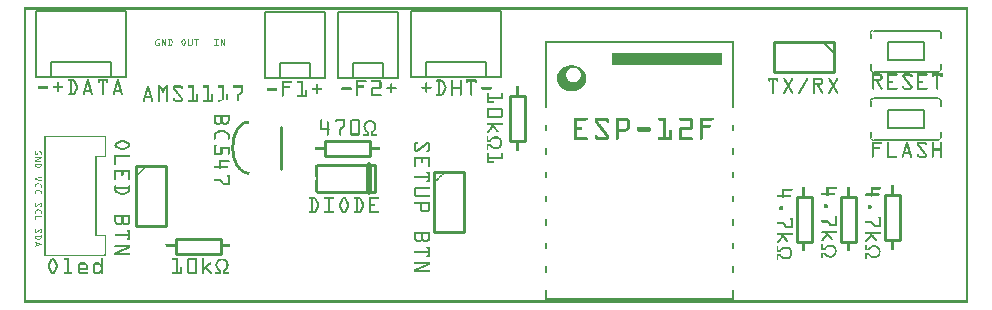
<source format=gto>
G04 MADE WITH FRITZING*
G04 WWW.FRITZING.ORG*
G04 DOUBLE SIDED*
G04 HOLES PLATED*
G04 CONTOUR ON CENTER OF CONTOUR VECTOR*
%ASAXBY*%
%FSLAX23Y23*%
%MOIN*%
%OFA0B0*%
%SFA1.0B1.0*%
%ADD10R,0.369546X0.039343*%
%ADD11C,0.010000*%
%ADD12C,0.020000*%
%ADD13C,0.005000*%
%ADD14R,0.001000X0.001000*%
%LNSILK1*%
G90*
G70*
G54D10*
X2145Y812D03*
G54D11*
X856Y585D02*
X856Y445D01*
D02*
X1171Y370D02*
X976Y370D01*
D02*
X976Y460D02*
X1171Y460D01*
D02*
X1171Y460D02*
X1171Y370D01*
G54D12*
D02*
X1151Y460D02*
X1151Y370D01*
G54D11*
D02*
X2700Y868D02*
X2500Y868D01*
D02*
X2500Y868D02*
X2500Y768D01*
D02*
X2500Y768D02*
X2700Y768D01*
D02*
X2700Y768D02*
X2700Y868D01*
G54D13*
D02*
X2665Y868D02*
X2700Y833D01*
G54D11*
D02*
X1004Y538D02*
X1154Y538D01*
D02*
X1154Y538D02*
X1154Y488D01*
D02*
X1154Y488D02*
X1004Y488D01*
D02*
X1004Y488D02*
X1004Y538D01*
D02*
X2920Y360D02*
X2920Y210D01*
D02*
X2920Y210D02*
X2870Y210D01*
D02*
X2870Y210D02*
X2870Y360D01*
D02*
X2870Y360D02*
X2920Y360D01*
D02*
X656Y164D02*
X506Y164D01*
D02*
X506Y164D02*
X506Y214D01*
D02*
X506Y214D02*
X656Y214D01*
D02*
X656Y214D02*
X656Y164D01*
D02*
X2576Y204D02*
X2576Y354D01*
D02*
X2576Y354D02*
X2626Y354D01*
D02*
X2626Y354D02*
X2626Y204D01*
D02*
X2626Y204D02*
X2576Y204D01*
D02*
X2723Y204D02*
X2723Y354D01*
D02*
X2723Y354D02*
X2773Y354D01*
D02*
X2773Y354D02*
X2773Y204D01*
D02*
X2773Y204D02*
X2723Y204D01*
D02*
X375Y455D02*
X375Y255D01*
D02*
X375Y255D02*
X475Y255D01*
D02*
X475Y255D02*
X475Y455D01*
D02*
X475Y455D02*
X375Y455D01*
G54D13*
D02*
X2833Y907D02*
X3049Y907D01*
D02*
X3045Y769D02*
X2833Y769D01*
D02*
X2823Y779D02*
X2823Y795D01*
D02*
X2823Y881D02*
X2823Y897D01*
D02*
X3059Y881D02*
X3059Y897D01*
D02*
X3059Y779D02*
X3059Y795D01*
D02*
X2882Y868D02*
X3000Y868D01*
D02*
X3000Y809D02*
X2882Y809D01*
D02*
X2882Y809D02*
X2882Y868D01*
D02*
X3000Y809D02*
X3000Y868D01*
D02*
X2833Y681D02*
X3049Y681D01*
D02*
X3045Y543D02*
X2833Y543D01*
D02*
X2823Y553D02*
X2823Y568D01*
D02*
X2823Y655D02*
X2823Y671D01*
D02*
X3059Y655D02*
X3059Y671D01*
D02*
X3059Y553D02*
X3059Y568D01*
D02*
X2882Y641D02*
X3000Y641D01*
D02*
X3000Y582D02*
X2882Y582D01*
D02*
X2882Y582D02*
X2882Y641D01*
D02*
X3000Y582D02*
X3000Y641D01*
G54D11*
D02*
X1621Y539D02*
X1621Y689D01*
D02*
X1621Y689D02*
X1671Y689D01*
D02*
X1671Y689D02*
X1671Y539D01*
D02*
X1671Y539D02*
X1621Y539D01*
G54D13*
D02*
X1290Y973D02*
X1290Y753D01*
D02*
X1590Y973D02*
X1590Y753D01*
D02*
X1590Y973D02*
X1290Y973D01*
D02*
X1590Y753D02*
X1540Y753D01*
D02*
X1540Y753D02*
X1340Y753D01*
D02*
X1340Y753D02*
X1290Y753D01*
D02*
X1340Y753D02*
X1340Y803D01*
D02*
X1340Y803D02*
X1540Y803D01*
D02*
X1540Y803D02*
X1540Y753D01*
D02*
X1049Y968D02*
X1049Y748D01*
D02*
X1249Y968D02*
X1249Y748D01*
D02*
X1249Y968D02*
X1049Y968D01*
D02*
X1249Y748D02*
X1199Y748D01*
D02*
X1199Y748D02*
X1099Y748D01*
D02*
X1099Y748D02*
X1049Y748D01*
D02*
X1099Y748D02*
X1099Y798D01*
D02*
X1099Y798D02*
X1199Y798D01*
D02*
X1199Y798D02*
X1199Y748D01*
D02*
X803Y968D02*
X803Y748D01*
D02*
X1003Y968D02*
X1003Y748D01*
D02*
X1003Y968D02*
X803Y968D01*
D02*
X1003Y748D02*
X953Y748D01*
D02*
X953Y748D02*
X853Y748D01*
D02*
X853Y748D02*
X803Y748D01*
D02*
X853Y748D02*
X853Y798D01*
D02*
X853Y798D02*
X953Y798D01*
D02*
X953Y798D02*
X953Y748D01*
D02*
X40Y973D02*
X40Y753D01*
D02*
X340Y973D02*
X340Y753D01*
D02*
X340Y973D02*
X40Y973D01*
D02*
X340Y753D02*
X290Y753D01*
D02*
X290Y753D02*
X90Y753D01*
D02*
X90Y753D02*
X40Y753D01*
D02*
X90Y753D02*
X90Y803D01*
D02*
X90Y803D02*
X290Y803D01*
D02*
X290Y803D02*
X290Y753D01*
G54D11*
D02*
X1369Y435D02*
X1369Y235D01*
D02*
X1369Y235D02*
X1469Y235D01*
D02*
X1469Y235D02*
X1469Y435D01*
D02*
X1469Y435D02*
X1369Y435D01*
G54D14*
X0Y984D02*
X3148Y984D01*
X0Y983D02*
X3148Y983D01*
X0Y982D02*
X3148Y982D01*
X0Y981D02*
X3148Y981D01*
X0Y980D02*
X3148Y980D01*
X0Y979D02*
X3148Y979D01*
X0Y978D02*
X3148Y978D01*
X0Y977D02*
X3148Y977D01*
X0Y976D02*
X7Y976D01*
X3141Y976D02*
X3148Y976D01*
X0Y975D02*
X7Y975D01*
X3141Y975D02*
X3148Y975D01*
X0Y974D02*
X7Y974D01*
X3141Y974D02*
X3148Y974D01*
X0Y973D02*
X7Y973D01*
X3141Y973D02*
X3148Y973D01*
X0Y972D02*
X7Y972D01*
X3141Y972D02*
X3148Y972D01*
X0Y971D02*
X7Y971D01*
X3141Y971D02*
X3148Y971D01*
X0Y970D02*
X7Y970D01*
X3141Y970D02*
X3148Y970D01*
X0Y969D02*
X7Y969D01*
X3141Y969D02*
X3148Y969D01*
X0Y968D02*
X7Y968D01*
X3141Y968D02*
X3148Y968D01*
X0Y967D02*
X7Y967D01*
X3141Y967D02*
X3148Y967D01*
X0Y966D02*
X7Y966D01*
X3141Y966D02*
X3148Y966D01*
X0Y965D02*
X7Y965D01*
X3141Y965D02*
X3148Y965D01*
X0Y964D02*
X7Y964D01*
X3141Y964D02*
X3148Y964D01*
X0Y963D02*
X7Y963D01*
X3141Y963D02*
X3148Y963D01*
X0Y962D02*
X7Y962D01*
X3141Y962D02*
X3148Y962D01*
X0Y961D02*
X7Y961D01*
X3141Y961D02*
X3148Y961D01*
X0Y960D02*
X7Y960D01*
X3141Y960D02*
X3148Y960D01*
X0Y959D02*
X7Y959D01*
X3141Y959D02*
X3148Y959D01*
X0Y958D02*
X7Y958D01*
X3141Y958D02*
X3148Y958D01*
X0Y957D02*
X7Y957D01*
X3141Y957D02*
X3148Y957D01*
X0Y956D02*
X7Y956D01*
X3141Y956D02*
X3148Y956D01*
X0Y955D02*
X7Y955D01*
X3141Y955D02*
X3148Y955D01*
X0Y954D02*
X7Y954D01*
X3141Y954D02*
X3148Y954D01*
X0Y953D02*
X7Y953D01*
X3141Y953D02*
X3148Y953D01*
X0Y952D02*
X7Y952D01*
X3141Y952D02*
X3148Y952D01*
X0Y951D02*
X7Y951D01*
X3141Y951D02*
X3148Y951D01*
X0Y950D02*
X7Y950D01*
X3141Y950D02*
X3148Y950D01*
X0Y949D02*
X7Y949D01*
X3141Y949D02*
X3148Y949D01*
X0Y948D02*
X7Y948D01*
X3141Y948D02*
X3148Y948D01*
X0Y947D02*
X7Y947D01*
X3141Y947D02*
X3148Y947D01*
X0Y946D02*
X7Y946D01*
X3141Y946D02*
X3148Y946D01*
X0Y945D02*
X7Y945D01*
X3141Y945D02*
X3148Y945D01*
X0Y944D02*
X7Y944D01*
X3141Y944D02*
X3148Y944D01*
X0Y943D02*
X7Y943D01*
X3141Y943D02*
X3148Y943D01*
X0Y942D02*
X7Y942D01*
X3141Y942D02*
X3148Y942D01*
X0Y941D02*
X7Y941D01*
X3141Y941D02*
X3148Y941D01*
X0Y940D02*
X7Y940D01*
X3141Y940D02*
X3148Y940D01*
X0Y939D02*
X7Y939D01*
X3141Y939D02*
X3148Y939D01*
X0Y938D02*
X7Y938D01*
X3141Y938D02*
X3148Y938D01*
X0Y937D02*
X7Y937D01*
X3141Y937D02*
X3148Y937D01*
X0Y936D02*
X7Y936D01*
X3141Y936D02*
X3148Y936D01*
X0Y935D02*
X7Y935D01*
X3141Y935D02*
X3148Y935D01*
X0Y934D02*
X7Y934D01*
X3141Y934D02*
X3148Y934D01*
X0Y933D02*
X7Y933D01*
X3141Y933D02*
X3148Y933D01*
X0Y932D02*
X7Y932D01*
X3141Y932D02*
X3148Y932D01*
X0Y931D02*
X7Y931D01*
X3141Y931D02*
X3148Y931D01*
X0Y930D02*
X7Y930D01*
X3141Y930D02*
X3148Y930D01*
X0Y929D02*
X7Y929D01*
X3141Y929D02*
X3148Y929D01*
X0Y928D02*
X7Y928D01*
X3141Y928D02*
X3148Y928D01*
X0Y927D02*
X7Y927D01*
X3141Y927D02*
X3148Y927D01*
X0Y926D02*
X7Y926D01*
X3141Y926D02*
X3148Y926D01*
X0Y925D02*
X7Y925D01*
X3141Y925D02*
X3148Y925D01*
X0Y924D02*
X7Y924D01*
X3141Y924D02*
X3148Y924D01*
X0Y923D02*
X7Y923D01*
X3141Y923D02*
X3148Y923D01*
X0Y922D02*
X7Y922D01*
X3141Y922D02*
X3148Y922D01*
X0Y921D02*
X7Y921D01*
X3141Y921D02*
X3148Y921D01*
X0Y920D02*
X7Y920D01*
X3141Y920D02*
X3148Y920D01*
X0Y919D02*
X7Y919D01*
X3141Y919D02*
X3148Y919D01*
X0Y918D02*
X7Y918D01*
X3141Y918D02*
X3148Y918D01*
X0Y917D02*
X7Y917D01*
X3141Y917D02*
X3148Y917D01*
X0Y916D02*
X7Y916D01*
X3141Y916D02*
X3148Y916D01*
X0Y915D02*
X7Y915D01*
X3141Y915D02*
X3148Y915D01*
X0Y914D02*
X7Y914D01*
X3141Y914D02*
X3148Y914D01*
X0Y913D02*
X7Y913D01*
X3141Y913D02*
X3148Y913D01*
X0Y912D02*
X7Y912D01*
X3141Y912D02*
X3148Y912D01*
X0Y911D02*
X7Y911D01*
X3141Y911D02*
X3148Y911D01*
X0Y910D02*
X7Y910D01*
X3141Y910D02*
X3148Y910D01*
X0Y909D02*
X7Y909D01*
X2828Y909D02*
X2831Y909D01*
X3049Y909D02*
X3051Y909D01*
X3141Y909D02*
X3148Y909D01*
X0Y908D02*
X7Y908D01*
X2826Y908D02*
X2831Y908D01*
X3049Y908D02*
X3053Y908D01*
X3141Y908D02*
X3148Y908D01*
X0Y907D02*
X7Y907D01*
X2825Y907D02*
X2831Y907D01*
X3049Y907D02*
X3055Y907D01*
X3141Y907D02*
X3148Y907D01*
X0Y906D02*
X7Y906D01*
X2824Y906D02*
X2831Y906D01*
X3049Y906D02*
X3056Y906D01*
X3141Y906D02*
X3148Y906D01*
X0Y905D02*
X7Y905D01*
X2823Y905D02*
X2831Y905D01*
X3049Y905D02*
X3057Y905D01*
X3141Y905D02*
X3148Y905D01*
X0Y904D02*
X7Y904D01*
X2822Y904D02*
X2828Y904D01*
X3052Y904D02*
X3058Y904D01*
X3141Y904D02*
X3148Y904D01*
X0Y903D02*
X7Y903D01*
X2821Y903D02*
X2826Y903D01*
X3053Y903D02*
X3058Y903D01*
X3141Y903D02*
X3148Y903D01*
X0Y902D02*
X7Y902D01*
X2821Y902D02*
X2825Y902D01*
X3054Y902D02*
X3059Y902D01*
X3141Y902D02*
X3148Y902D01*
X0Y901D02*
X7Y901D01*
X2820Y901D02*
X2825Y901D01*
X3055Y901D02*
X3059Y901D01*
X3141Y901D02*
X3148Y901D01*
X0Y900D02*
X7Y900D01*
X2820Y900D02*
X2824Y900D01*
X3055Y900D02*
X3059Y900D01*
X3141Y900D02*
X3148Y900D01*
X0Y899D02*
X7Y899D01*
X2820Y899D02*
X2824Y899D01*
X3056Y899D02*
X3060Y899D01*
X3141Y899D02*
X3148Y899D01*
X0Y898D02*
X7Y898D01*
X2820Y898D02*
X2824Y898D01*
X3056Y898D02*
X3060Y898D01*
X3141Y898D02*
X3148Y898D01*
X0Y897D02*
X7Y897D01*
X3141Y897D02*
X3148Y897D01*
X0Y896D02*
X7Y896D01*
X3141Y896D02*
X3148Y896D01*
X0Y895D02*
X7Y895D01*
X3141Y895D02*
X3148Y895D01*
X0Y894D02*
X7Y894D01*
X3141Y894D02*
X3148Y894D01*
X0Y893D02*
X7Y893D01*
X3141Y893D02*
X3148Y893D01*
X0Y892D02*
X7Y892D01*
X3141Y892D02*
X3148Y892D01*
X0Y891D02*
X7Y891D01*
X3141Y891D02*
X3148Y891D01*
X0Y890D02*
X7Y890D01*
X3141Y890D02*
X3148Y890D01*
X0Y889D02*
X7Y889D01*
X3141Y889D02*
X3148Y889D01*
X0Y888D02*
X7Y888D01*
X3141Y888D02*
X3148Y888D01*
X0Y887D02*
X7Y887D01*
X3141Y887D02*
X3148Y887D01*
X0Y886D02*
X7Y886D01*
X3141Y886D02*
X3148Y886D01*
X0Y885D02*
X7Y885D01*
X3141Y885D02*
X3148Y885D01*
X0Y884D02*
X7Y884D01*
X3141Y884D02*
X3148Y884D01*
X0Y883D02*
X7Y883D01*
X3141Y883D02*
X3148Y883D01*
X0Y882D02*
X7Y882D01*
X3141Y882D02*
X3148Y882D01*
X0Y881D02*
X7Y881D01*
X3141Y881D02*
X3148Y881D01*
X0Y880D02*
X7Y880D01*
X3141Y880D02*
X3148Y880D01*
X0Y879D02*
X7Y879D01*
X445Y879D02*
X452Y879D01*
X460Y879D02*
X464Y879D01*
X473Y879D02*
X474Y879D01*
X482Y879D02*
X491Y879D01*
X531Y879D02*
X535Y879D01*
X548Y879D02*
X549Y879D01*
X560Y879D02*
X561Y879D01*
X569Y879D02*
X583Y879D01*
X635Y879D02*
X649Y879D01*
X657Y879D02*
X660Y879D01*
X669Y879D02*
X670Y879D01*
X3141Y879D02*
X3148Y879D01*
X0Y878D02*
X7Y878D01*
X444Y878D02*
X452Y878D01*
X460Y878D02*
X464Y878D01*
X472Y878D02*
X474Y878D01*
X482Y878D02*
X492Y878D01*
X530Y878D02*
X536Y878D01*
X548Y878D02*
X550Y878D01*
X560Y878D02*
X562Y878D01*
X569Y878D02*
X583Y878D01*
X635Y878D02*
X649Y878D01*
X657Y878D02*
X660Y878D01*
X669Y878D02*
X671Y878D01*
X3141Y878D02*
X3148Y878D01*
X0Y877D02*
X7Y877D01*
X443Y877D02*
X451Y877D01*
X460Y877D02*
X465Y877D01*
X472Y877D02*
X474Y877D01*
X483Y877D02*
X493Y877D01*
X529Y877D02*
X536Y877D01*
X548Y877D02*
X550Y877D01*
X560Y877D02*
X562Y877D01*
X569Y877D02*
X583Y877D01*
X636Y877D02*
X648Y877D01*
X657Y877D02*
X661Y877D01*
X669Y877D02*
X671Y877D01*
X3141Y877D02*
X3148Y877D01*
X0Y876D02*
X7Y876D01*
X442Y876D02*
X445Y876D01*
X460Y876D02*
X465Y876D01*
X472Y876D02*
X474Y876D01*
X485Y876D02*
X487Y876D01*
X491Y876D02*
X493Y876D01*
X529Y876D02*
X531Y876D01*
X534Y876D02*
X537Y876D01*
X548Y876D02*
X550Y876D01*
X560Y876D02*
X562Y876D01*
X569Y876D02*
X571Y876D01*
X575Y876D02*
X577Y876D01*
X581Y876D02*
X583Y876D01*
X641Y876D02*
X643Y876D01*
X657Y876D02*
X661Y876D01*
X669Y876D02*
X671Y876D01*
X3141Y876D02*
X3148Y876D01*
X0Y875D02*
X7Y875D01*
X442Y875D02*
X444Y875D01*
X460Y875D02*
X466Y875D01*
X472Y875D02*
X474Y875D01*
X485Y875D02*
X487Y875D01*
X491Y875D02*
X494Y875D01*
X528Y875D02*
X531Y875D01*
X535Y875D02*
X537Y875D01*
X548Y875D02*
X550Y875D01*
X560Y875D02*
X562Y875D01*
X570Y875D02*
X571Y875D01*
X575Y875D02*
X577Y875D01*
X582Y875D02*
X583Y875D01*
X641Y875D02*
X643Y875D01*
X657Y875D02*
X662Y875D01*
X669Y875D02*
X671Y875D01*
X3141Y875D02*
X3148Y875D01*
X0Y874D02*
X7Y874D01*
X441Y874D02*
X444Y874D01*
X460Y874D02*
X466Y874D01*
X472Y874D02*
X474Y874D01*
X485Y874D02*
X487Y874D01*
X492Y874D02*
X494Y874D01*
X528Y874D02*
X530Y874D01*
X535Y874D02*
X538Y874D01*
X548Y874D02*
X550Y874D01*
X560Y874D02*
X562Y874D01*
X575Y874D02*
X577Y874D01*
X641Y874D02*
X643Y874D01*
X657Y874D02*
X662Y874D01*
X669Y874D02*
X671Y874D01*
X3141Y874D02*
X3148Y874D01*
X0Y873D02*
X7Y873D01*
X440Y873D02*
X443Y873D01*
X460Y873D02*
X462Y873D01*
X464Y873D02*
X466Y873D01*
X472Y873D02*
X474Y873D01*
X485Y873D02*
X487Y873D01*
X492Y873D02*
X495Y873D01*
X527Y873D02*
X530Y873D01*
X536Y873D02*
X538Y873D01*
X548Y873D02*
X550Y873D01*
X560Y873D02*
X562Y873D01*
X575Y873D02*
X577Y873D01*
X641Y873D02*
X643Y873D01*
X657Y873D02*
X663Y873D01*
X669Y873D02*
X671Y873D01*
X1739Y873D02*
X2367Y873D01*
X3141Y873D02*
X3148Y873D01*
X0Y872D02*
X7Y872D01*
X439Y872D02*
X442Y872D01*
X460Y872D02*
X462Y872D01*
X464Y872D02*
X467Y872D01*
X472Y872D02*
X474Y872D01*
X485Y872D02*
X487Y872D01*
X493Y872D02*
X495Y872D01*
X527Y872D02*
X529Y872D01*
X536Y872D02*
X539Y872D01*
X548Y872D02*
X550Y872D01*
X560Y872D02*
X562Y872D01*
X575Y872D02*
X577Y872D01*
X641Y872D02*
X643Y872D01*
X657Y872D02*
X659Y872D01*
X661Y872D02*
X663Y872D01*
X669Y872D02*
X671Y872D01*
X1739Y872D02*
X2367Y872D01*
X3141Y872D02*
X3148Y872D01*
X0Y871D02*
X7Y871D01*
X439Y871D02*
X441Y871D01*
X460Y871D02*
X462Y871D01*
X465Y871D02*
X467Y871D01*
X472Y871D02*
X474Y871D01*
X485Y871D02*
X487Y871D01*
X493Y871D02*
X496Y871D01*
X526Y871D02*
X529Y871D01*
X537Y871D02*
X539Y871D01*
X548Y871D02*
X550Y871D01*
X560Y871D02*
X562Y871D01*
X575Y871D02*
X577Y871D01*
X641Y871D02*
X643Y871D01*
X657Y871D02*
X659Y871D01*
X661Y871D02*
X663Y871D01*
X669Y871D02*
X671Y871D01*
X1739Y871D02*
X2367Y871D01*
X3141Y871D02*
X3148Y871D01*
X0Y870D02*
X7Y870D01*
X439Y870D02*
X441Y870D01*
X460Y870D02*
X462Y870D01*
X465Y870D02*
X468Y870D01*
X472Y870D02*
X474Y870D01*
X485Y870D02*
X487Y870D01*
X494Y870D02*
X496Y870D01*
X526Y870D02*
X528Y870D01*
X537Y870D02*
X540Y870D01*
X548Y870D02*
X550Y870D01*
X560Y870D02*
X562Y870D01*
X575Y870D02*
X577Y870D01*
X641Y870D02*
X643Y870D01*
X657Y870D02*
X659Y870D01*
X662Y870D02*
X664Y870D01*
X669Y870D02*
X671Y870D01*
X1739Y870D02*
X2367Y870D01*
X3141Y870D02*
X3148Y870D01*
X0Y869D02*
X7Y869D01*
X439Y869D02*
X441Y869D01*
X460Y869D02*
X462Y869D01*
X466Y869D02*
X468Y869D01*
X472Y869D02*
X474Y869D01*
X485Y869D02*
X487Y869D01*
X494Y869D02*
X496Y869D01*
X526Y869D02*
X528Y869D01*
X538Y869D02*
X540Y869D01*
X548Y869D02*
X550Y869D01*
X560Y869D02*
X562Y869D01*
X575Y869D02*
X577Y869D01*
X641Y869D02*
X643Y869D01*
X657Y869D02*
X659Y869D01*
X662Y869D02*
X664Y869D01*
X669Y869D02*
X671Y869D01*
X1739Y869D02*
X2367Y869D01*
X3141Y869D02*
X3148Y869D01*
X0Y868D02*
X7Y868D01*
X439Y868D02*
X441Y868D01*
X460Y868D02*
X462Y868D01*
X466Y868D02*
X469Y868D01*
X472Y868D02*
X474Y868D01*
X485Y868D02*
X487Y868D01*
X494Y868D02*
X496Y868D01*
X526Y868D02*
X528Y868D01*
X538Y868D02*
X540Y868D01*
X548Y868D02*
X550Y868D01*
X560Y868D02*
X562Y868D01*
X575Y868D02*
X577Y868D01*
X641Y868D02*
X643Y868D01*
X657Y868D02*
X659Y868D01*
X662Y868D02*
X665Y868D01*
X669Y868D02*
X671Y868D01*
X1739Y868D02*
X2367Y868D01*
X3141Y868D02*
X3148Y868D01*
X0Y867D02*
X7Y867D01*
X439Y867D02*
X441Y867D01*
X447Y867D02*
X452Y867D01*
X460Y867D02*
X462Y867D01*
X467Y867D02*
X469Y867D01*
X472Y867D02*
X474Y867D01*
X485Y867D02*
X487Y867D01*
X494Y867D02*
X496Y867D01*
X526Y867D02*
X528Y867D01*
X538Y867D02*
X540Y867D01*
X548Y867D02*
X550Y867D01*
X560Y867D02*
X562Y867D01*
X575Y867D02*
X577Y867D01*
X641Y867D02*
X643Y867D01*
X657Y867D02*
X659Y867D01*
X663Y867D02*
X665Y867D01*
X669Y867D02*
X671Y867D01*
X1739Y867D02*
X2367Y867D01*
X3141Y867D02*
X3148Y867D01*
X0Y866D02*
X7Y866D01*
X439Y866D02*
X441Y866D01*
X446Y866D02*
X453Y866D01*
X460Y866D02*
X462Y866D01*
X467Y866D02*
X469Y866D01*
X472Y866D02*
X474Y866D01*
X485Y866D02*
X487Y866D01*
X494Y866D02*
X496Y866D01*
X526Y866D02*
X528Y866D01*
X537Y866D02*
X539Y866D01*
X548Y866D02*
X550Y866D01*
X560Y866D02*
X562Y866D01*
X575Y866D02*
X577Y866D01*
X641Y866D02*
X643Y866D01*
X657Y866D02*
X659Y866D01*
X663Y866D02*
X666Y866D01*
X669Y866D02*
X671Y866D01*
X1739Y866D02*
X1745Y866D01*
X2361Y866D02*
X2367Y866D01*
X3141Y866D02*
X3148Y866D01*
X0Y865D02*
X7Y865D01*
X439Y865D02*
X441Y865D01*
X446Y865D02*
X453Y865D01*
X460Y865D02*
X462Y865D01*
X468Y865D02*
X470Y865D01*
X472Y865D02*
X474Y865D01*
X485Y865D02*
X487Y865D01*
X493Y865D02*
X495Y865D01*
X526Y865D02*
X529Y865D01*
X537Y865D02*
X539Y865D01*
X548Y865D02*
X550Y865D01*
X560Y865D02*
X562Y865D01*
X575Y865D02*
X577Y865D01*
X641Y865D02*
X643Y865D01*
X657Y865D02*
X659Y865D01*
X664Y865D02*
X666Y865D01*
X669Y865D02*
X671Y865D01*
X1739Y865D02*
X1745Y865D01*
X2361Y865D02*
X2367Y865D01*
X3141Y865D02*
X3148Y865D01*
X0Y864D02*
X7Y864D01*
X439Y864D02*
X441Y864D01*
X448Y864D02*
X453Y864D01*
X460Y864D02*
X462Y864D01*
X468Y864D02*
X470Y864D01*
X472Y864D02*
X474Y864D01*
X485Y864D02*
X487Y864D01*
X493Y864D02*
X495Y864D01*
X527Y864D02*
X529Y864D01*
X536Y864D02*
X539Y864D01*
X548Y864D02*
X550Y864D01*
X560Y864D02*
X562Y864D01*
X575Y864D02*
X577Y864D01*
X641Y864D02*
X643Y864D01*
X657Y864D02*
X659Y864D01*
X664Y864D02*
X667Y864D01*
X669Y864D02*
X671Y864D01*
X1739Y864D02*
X1745Y864D01*
X2361Y864D02*
X2367Y864D01*
X3141Y864D02*
X3148Y864D01*
X0Y863D02*
X7Y863D01*
X439Y863D02*
X441Y863D01*
X451Y863D02*
X453Y863D01*
X460Y863D02*
X462Y863D01*
X468Y863D02*
X474Y863D01*
X485Y863D02*
X487Y863D01*
X492Y863D02*
X495Y863D01*
X527Y863D02*
X530Y863D01*
X536Y863D02*
X538Y863D01*
X548Y863D02*
X550Y863D01*
X560Y863D02*
X562Y863D01*
X575Y863D02*
X577Y863D01*
X641Y863D02*
X643Y863D01*
X657Y863D02*
X659Y863D01*
X665Y863D02*
X667Y863D01*
X669Y863D02*
X671Y863D01*
X1739Y863D02*
X1745Y863D01*
X2361Y863D02*
X2367Y863D01*
X3141Y863D02*
X3148Y863D01*
X0Y862D02*
X7Y862D01*
X439Y862D02*
X441Y862D01*
X451Y862D02*
X453Y862D01*
X460Y862D02*
X462Y862D01*
X469Y862D02*
X474Y862D01*
X485Y862D02*
X487Y862D01*
X492Y862D02*
X494Y862D01*
X528Y862D02*
X530Y862D01*
X535Y862D02*
X538Y862D01*
X548Y862D02*
X550Y862D01*
X560Y862D02*
X562Y862D01*
X575Y862D02*
X577Y862D01*
X641Y862D02*
X643Y862D01*
X657Y862D02*
X659Y862D01*
X665Y862D02*
X671Y862D01*
X1739Y862D02*
X1745Y862D01*
X2361Y862D02*
X2367Y862D01*
X3141Y862D02*
X3148Y862D01*
X0Y861D02*
X7Y861D01*
X439Y861D02*
X441Y861D01*
X451Y861D02*
X453Y861D01*
X460Y861D02*
X462Y861D01*
X469Y861D02*
X474Y861D01*
X485Y861D02*
X487Y861D01*
X491Y861D02*
X494Y861D01*
X528Y861D02*
X531Y861D01*
X535Y861D02*
X537Y861D01*
X548Y861D02*
X550Y861D01*
X560Y861D02*
X562Y861D01*
X575Y861D02*
X577Y861D01*
X641Y861D02*
X643Y861D01*
X657Y861D02*
X659Y861D01*
X665Y861D02*
X671Y861D01*
X1739Y861D02*
X1745Y861D01*
X2361Y861D02*
X2367Y861D01*
X3141Y861D02*
X3148Y861D01*
X0Y860D02*
X7Y860D01*
X439Y860D02*
X441Y860D01*
X450Y860D02*
X452Y860D01*
X460Y860D02*
X462Y860D01*
X470Y860D02*
X474Y860D01*
X485Y860D02*
X487Y860D01*
X490Y860D02*
X493Y860D01*
X529Y860D02*
X531Y860D01*
X534Y860D02*
X537Y860D01*
X548Y860D02*
X550Y860D01*
X559Y860D02*
X561Y860D01*
X575Y860D02*
X577Y860D01*
X641Y860D02*
X643Y860D01*
X657Y860D02*
X659Y860D01*
X666Y860D02*
X671Y860D01*
X1739Y860D02*
X1745Y860D01*
X2361Y860D02*
X2367Y860D01*
X3141Y860D02*
X3148Y860D01*
X0Y859D02*
X7Y859D01*
X439Y859D02*
X452Y859D01*
X460Y859D02*
X462Y859D01*
X470Y859D02*
X474Y859D01*
X483Y859D02*
X493Y859D01*
X529Y859D02*
X536Y859D01*
X548Y859D02*
X561Y859D01*
X575Y859D02*
X577Y859D01*
X635Y859D02*
X648Y859D01*
X657Y859D02*
X659Y859D01*
X666Y859D02*
X671Y859D01*
X1739Y859D02*
X1745Y859D01*
X2361Y859D02*
X2367Y859D01*
X3141Y859D02*
X3148Y859D01*
X0Y858D02*
X7Y858D01*
X440Y858D02*
X452Y858D01*
X460Y858D02*
X462Y858D01*
X471Y858D02*
X474Y858D01*
X482Y858D02*
X492Y858D01*
X530Y858D02*
X536Y858D01*
X549Y858D02*
X561Y858D01*
X575Y858D02*
X577Y858D01*
X635Y858D02*
X649Y858D01*
X657Y858D02*
X659Y858D01*
X667Y858D02*
X671Y858D01*
X1739Y858D02*
X1745Y858D01*
X2361Y858D02*
X2367Y858D01*
X3141Y858D02*
X3148Y858D01*
X0Y857D02*
X7Y857D01*
X441Y857D02*
X450Y857D01*
X461Y857D02*
X462Y857D01*
X471Y857D02*
X474Y857D01*
X482Y857D02*
X491Y857D01*
X531Y857D02*
X534Y857D01*
X550Y857D02*
X559Y857D01*
X576Y857D02*
X577Y857D01*
X635Y857D02*
X648Y857D01*
X657Y857D02*
X658Y857D01*
X667Y857D02*
X671Y857D01*
X1739Y857D02*
X1745Y857D01*
X2361Y857D02*
X2367Y857D01*
X3141Y857D02*
X3148Y857D01*
X0Y856D02*
X7Y856D01*
X1739Y856D02*
X1745Y856D01*
X2361Y856D02*
X2367Y856D01*
X3141Y856D02*
X3148Y856D01*
X0Y855D02*
X7Y855D01*
X1739Y855D02*
X1745Y855D01*
X2361Y855D02*
X2367Y855D01*
X3141Y855D02*
X3148Y855D01*
X0Y854D02*
X7Y854D01*
X1739Y854D02*
X1745Y854D01*
X2361Y854D02*
X2367Y854D01*
X3141Y854D02*
X3148Y854D01*
X0Y853D02*
X7Y853D01*
X1739Y853D02*
X1745Y853D01*
X2361Y853D02*
X2367Y853D01*
X3141Y853D02*
X3148Y853D01*
X0Y852D02*
X7Y852D01*
X1739Y852D02*
X1745Y852D01*
X2361Y852D02*
X2367Y852D01*
X3141Y852D02*
X3148Y852D01*
X0Y851D02*
X7Y851D01*
X1739Y851D02*
X1745Y851D01*
X2361Y851D02*
X2367Y851D01*
X3141Y851D02*
X3148Y851D01*
X0Y850D02*
X7Y850D01*
X1739Y850D02*
X1745Y850D01*
X2361Y850D02*
X2367Y850D01*
X3141Y850D02*
X3148Y850D01*
X0Y849D02*
X7Y849D01*
X1739Y849D02*
X1745Y849D01*
X2361Y849D02*
X2367Y849D01*
X3141Y849D02*
X3148Y849D01*
X0Y848D02*
X7Y848D01*
X1739Y848D02*
X1745Y848D01*
X2361Y848D02*
X2367Y848D01*
X3141Y848D02*
X3148Y848D01*
X0Y847D02*
X7Y847D01*
X1739Y847D02*
X1745Y847D01*
X2361Y847D02*
X2367Y847D01*
X3141Y847D02*
X3148Y847D01*
X0Y846D02*
X7Y846D01*
X1739Y846D02*
X1745Y846D01*
X2361Y846D02*
X2367Y846D01*
X3141Y846D02*
X3148Y846D01*
X0Y845D02*
X7Y845D01*
X1739Y845D02*
X1745Y845D01*
X2361Y845D02*
X2367Y845D01*
X3141Y845D02*
X3148Y845D01*
X0Y844D02*
X7Y844D01*
X1739Y844D02*
X1745Y844D01*
X2361Y844D02*
X2367Y844D01*
X3141Y844D02*
X3148Y844D01*
X0Y843D02*
X7Y843D01*
X1739Y843D02*
X1745Y843D01*
X2361Y843D02*
X2367Y843D01*
X3141Y843D02*
X3148Y843D01*
X0Y842D02*
X7Y842D01*
X1739Y842D02*
X1745Y842D01*
X2361Y842D02*
X2367Y842D01*
X3141Y842D02*
X3148Y842D01*
X0Y841D02*
X7Y841D01*
X1739Y841D02*
X1745Y841D01*
X2361Y841D02*
X2367Y841D01*
X3141Y841D02*
X3148Y841D01*
X0Y840D02*
X7Y840D01*
X1739Y840D02*
X1745Y840D01*
X2361Y840D02*
X2367Y840D01*
X3141Y840D02*
X3148Y840D01*
X0Y839D02*
X7Y839D01*
X1739Y839D02*
X1745Y839D01*
X2361Y839D02*
X2367Y839D01*
X3141Y839D02*
X3148Y839D01*
X0Y838D02*
X7Y838D01*
X1739Y838D02*
X1745Y838D01*
X2361Y838D02*
X2367Y838D01*
X3141Y838D02*
X3148Y838D01*
X0Y837D02*
X7Y837D01*
X1739Y837D02*
X1745Y837D01*
X2361Y837D02*
X2367Y837D01*
X3141Y837D02*
X3148Y837D01*
X0Y836D02*
X7Y836D01*
X1739Y836D02*
X1745Y836D01*
X2361Y836D02*
X2367Y836D01*
X3141Y836D02*
X3148Y836D01*
X0Y835D02*
X7Y835D01*
X1739Y835D02*
X1745Y835D01*
X2361Y835D02*
X2367Y835D01*
X3141Y835D02*
X3148Y835D01*
X0Y834D02*
X7Y834D01*
X1739Y834D02*
X1745Y834D01*
X2361Y834D02*
X2367Y834D01*
X3141Y834D02*
X3148Y834D01*
X0Y833D02*
X7Y833D01*
X1739Y833D02*
X1745Y833D01*
X2361Y833D02*
X2367Y833D01*
X3141Y833D02*
X3148Y833D01*
X0Y832D02*
X7Y832D01*
X1739Y832D02*
X1745Y832D01*
X2361Y832D02*
X2367Y832D01*
X3141Y832D02*
X3148Y832D01*
X0Y831D02*
X7Y831D01*
X1739Y831D02*
X1745Y831D01*
X2361Y831D02*
X2367Y831D01*
X3141Y831D02*
X3148Y831D01*
X0Y830D02*
X7Y830D01*
X1739Y830D02*
X1745Y830D01*
X2361Y830D02*
X2367Y830D01*
X3141Y830D02*
X3148Y830D01*
X0Y829D02*
X7Y829D01*
X1739Y829D02*
X1745Y829D01*
X2361Y829D02*
X2367Y829D01*
X3141Y829D02*
X3148Y829D01*
X0Y828D02*
X7Y828D01*
X1739Y828D02*
X1745Y828D01*
X2361Y828D02*
X2367Y828D01*
X3141Y828D02*
X3148Y828D01*
X0Y827D02*
X7Y827D01*
X1739Y827D02*
X1745Y827D01*
X2361Y827D02*
X2367Y827D01*
X3141Y827D02*
X3148Y827D01*
X0Y826D02*
X7Y826D01*
X1739Y826D02*
X1745Y826D01*
X2361Y826D02*
X2367Y826D01*
X3141Y826D02*
X3148Y826D01*
X0Y825D02*
X7Y825D01*
X1739Y825D02*
X1745Y825D01*
X2361Y825D02*
X2367Y825D01*
X3141Y825D02*
X3148Y825D01*
X0Y824D02*
X7Y824D01*
X1739Y824D02*
X1745Y824D01*
X2361Y824D02*
X2367Y824D01*
X3141Y824D02*
X3148Y824D01*
X0Y823D02*
X7Y823D01*
X1739Y823D02*
X1745Y823D01*
X2361Y823D02*
X2367Y823D01*
X3141Y823D02*
X3148Y823D01*
X0Y822D02*
X7Y822D01*
X1739Y822D02*
X1745Y822D01*
X2361Y822D02*
X2367Y822D01*
X3141Y822D02*
X3148Y822D01*
X0Y821D02*
X7Y821D01*
X1739Y821D02*
X1745Y821D01*
X2361Y821D02*
X2367Y821D01*
X3141Y821D02*
X3148Y821D01*
X0Y820D02*
X7Y820D01*
X1739Y820D02*
X1745Y820D01*
X2361Y820D02*
X2367Y820D01*
X3141Y820D02*
X3148Y820D01*
X0Y819D02*
X7Y819D01*
X1739Y819D02*
X1745Y819D01*
X2361Y819D02*
X2367Y819D01*
X3141Y819D02*
X3148Y819D01*
X0Y818D02*
X7Y818D01*
X1739Y818D02*
X1745Y818D01*
X2361Y818D02*
X2367Y818D01*
X3141Y818D02*
X3148Y818D01*
X0Y817D02*
X7Y817D01*
X1739Y817D02*
X1745Y817D01*
X2361Y817D02*
X2367Y817D01*
X3141Y817D02*
X3148Y817D01*
X0Y816D02*
X7Y816D01*
X1739Y816D02*
X1745Y816D01*
X2361Y816D02*
X2367Y816D01*
X3141Y816D02*
X3148Y816D01*
X0Y815D02*
X7Y815D01*
X1739Y815D02*
X1745Y815D01*
X2361Y815D02*
X2367Y815D01*
X3141Y815D02*
X3148Y815D01*
X0Y814D02*
X7Y814D01*
X1739Y814D02*
X1745Y814D01*
X2361Y814D02*
X2367Y814D01*
X3141Y814D02*
X3148Y814D01*
X0Y813D02*
X7Y813D01*
X1739Y813D02*
X1745Y813D01*
X2361Y813D02*
X2367Y813D01*
X3141Y813D02*
X3148Y813D01*
X0Y812D02*
X7Y812D01*
X1739Y812D02*
X1745Y812D01*
X2361Y812D02*
X2367Y812D01*
X3141Y812D02*
X3148Y812D01*
X0Y811D02*
X7Y811D01*
X1739Y811D02*
X1745Y811D01*
X2361Y811D02*
X2367Y811D01*
X3141Y811D02*
X3148Y811D01*
X0Y810D02*
X7Y810D01*
X1739Y810D02*
X1745Y810D01*
X2361Y810D02*
X2367Y810D01*
X3141Y810D02*
X3148Y810D01*
X0Y809D02*
X7Y809D01*
X1739Y809D02*
X1745Y809D01*
X2361Y809D02*
X2367Y809D01*
X3141Y809D02*
X3148Y809D01*
X0Y808D02*
X7Y808D01*
X1739Y808D02*
X1745Y808D01*
X2361Y808D02*
X2367Y808D01*
X3141Y808D02*
X3148Y808D01*
X0Y807D02*
X7Y807D01*
X1739Y807D02*
X1745Y807D01*
X2361Y807D02*
X2367Y807D01*
X3141Y807D02*
X3148Y807D01*
X0Y806D02*
X7Y806D01*
X1739Y806D02*
X1745Y806D01*
X2361Y806D02*
X2367Y806D01*
X3141Y806D02*
X3148Y806D01*
X0Y805D02*
X7Y805D01*
X1739Y805D02*
X1745Y805D01*
X2361Y805D02*
X2367Y805D01*
X3141Y805D02*
X3148Y805D01*
X0Y804D02*
X7Y804D01*
X1739Y804D02*
X1745Y804D01*
X2361Y804D02*
X2367Y804D01*
X3141Y804D02*
X3148Y804D01*
X0Y803D02*
X7Y803D01*
X1739Y803D02*
X1745Y803D01*
X2361Y803D02*
X2367Y803D01*
X3141Y803D02*
X3148Y803D01*
X0Y802D02*
X7Y802D01*
X1739Y802D02*
X1745Y802D01*
X2361Y802D02*
X2367Y802D01*
X3141Y802D02*
X3148Y802D01*
X0Y801D02*
X7Y801D01*
X1739Y801D02*
X1745Y801D01*
X2361Y801D02*
X2367Y801D01*
X3141Y801D02*
X3148Y801D01*
X0Y800D02*
X7Y800D01*
X1739Y800D02*
X1745Y800D01*
X2361Y800D02*
X2367Y800D01*
X3141Y800D02*
X3148Y800D01*
X0Y799D02*
X7Y799D01*
X1739Y799D02*
X1745Y799D01*
X2361Y799D02*
X2367Y799D01*
X3141Y799D02*
X3148Y799D01*
X0Y798D02*
X7Y798D01*
X1739Y798D02*
X1745Y798D01*
X2361Y798D02*
X2367Y798D01*
X3141Y798D02*
X3148Y798D01*
X0Y797D02*
X7Y797D01*
X1739Y797D02*
X1745Y797D01*
X2361Y797D02*
X2367Y797D01*
X3141Y797D02*
X3148Y797D01*
X0Y796D02*
X7Y796D01*
X1739Y796D02*
X1745Y796D01*
X2361Y796D02*
X2367Y796D01*
X3141Y796D02*
X3148Y796D01*
X0Y795D02*
X7Y795D01*
X1739Y795D02*
X1745Y795D01*
X2361Y795D02*
X2367Y795D01*
X3141Y795D02*
X3148Y795D01*
X0Y794D02*
X7Y794D01*
X1739Y794D02*
X1745Y794D01*
X2361Y794D02*
X2367Y794D01*
X3141Y794D02*
X3148Y794D01*
X0Y793D02*
X7Y793D01*
X1739Y793D02*
X1745Y793D01*
X2361Y793D02*
X2367Y793D01*
X3141Y793D02*
X3148Y793D01*
X0Y792D02*
X7Y792D01*
X1739Y792D02*
X1745Y792D01*
X2361Y792D02*
X2367Y792D01*
X3141Y792D02*
X3148Y792D01*
X0Y791D02*
X7Y791D01*
X1739Y791D02*
X1745Y791D01*
X1819Y791D02*
X1833Y791D01*
X2361Y791D02*
X2367Y791D01*
X3141Y791D02*
X3148Y791D01*
X0Y790D02*
X7Y790D01*
X1739Y790D02*
X1745Y790D01*
X1814Y790D02*
X1838Y790D01*
X2361Y790D02*
X2367Y790D01*
X3141Y790D02*
X3148Y790D01*
X0Y789D02*
X7Y789D01*
X1739Y789D02*
X1745Y789D01*
X1810Y789D02*
X1842Y789D01*
X2361Y789D02*
X2367Y789D01*
X3141Y789D02*
X3148Y789D01*
X0Y788D02*
X7Y788D01*
X1739Y788D02*
X1745Y788D01*
X1807Y788D02*
X1845Y788D01*
X2361Y788D02*
X2367Y788D01*
X3141Y788D02*
X3148Y788D01*
X0Y787D02*
X7Y787D01*
X1739Y787D02*
X1745Y787D01*
X1805Y787D02*
X1847Y787D01*
X2361Y787D02*
X2367Y787D01*
X3141Y787D02*
X3148Y787D01*
X0Y786D02*
X7Y786D01*
X1739Y786D02*
X1745Y786D01*
X1803Y786D02*
X1849Y786D01*
X2361Y786D02*
X2367Y786D01*
X3141Y786D02*
X3148Y786D01*
X0Y785D02*
X7Y785D01*
X1739Y785D02*
X1745Y785D01*
X1801Y785D02*
X1851Y785D01*
X2361Y785D02*
X2367Y785D01*
X3141Y785D02*
X3148Y785D01*
X0Y784D02*
X7Y784D01*
X1739Y784D02*
X1745Y784D01*
X1799Y784D02*
X1853Y784D01*
X2361Y784D02*
X2367Y784D01*
X3141Y784D02*
X3148Y784D01*
X0Y783D02*
X7Y783D01*
X1739Y783D02*
X1745Y783D01*
X1798Y783D02*
X1826Y783D01*
X1839Y783D02*
X1854Y783D01*
X2361Y783D02*
X2367Y783D01*
X3141Y783D02*
X3148Y783D01*
X0Y782D02*
X7Y782D01*
X1739Y782D02*
X1745Y782D01*
X1796Y782D02*
X1823Y782D01*
X1842Y782D02*
X1856Y782D01*
X2361Y782D02*
X2367Y782D01*
X3141Y782D02*
X3148Y782D01*
X0Y781D02*
X7Y781D01*
X1739Y781D02*
X1745Y781D01*
X1795Y781D02*
X1820Y781D01*
X1844Y781D02*
X1857Y781D01*
X2361Y781D02*
X2367Y781D01*
X3141Y781D02*
X3148Y781D01*
X0Y780D02*
X7Y780D01*
X1739Y780D02*
X1745Y780D01*
X1794Y780D02*
X1819Y780D01*
X1846Y780D02*
X1858Y780D01*
X2361Y780D02*
X2367Y780D01*
X3141Y780D02*
X3148Y780D01*
X0Y779D02*
X7Y779D01*
X1739Y779D02*
X1745Y779D01*
X1792Y779D02*
X1817Y779D01*
X1847Y779D02*
X1860Y779D01*
X2361Y779D02*
X2367Y779D01*
X2820Y779D02*
X2824Y779D01*
X3056Y779D02*
X3059Y779D01*
X3141Y779D02*
X3148Y779D01*
X0Y778D02*
X7Y778D01*
X1739Y778D02*
X1745Y778D01*
X1791Y778D02*
X1816Y778D01*
X1849Y778D02*
X1861Y778D01*
X2361Y778D02*
X2367Y778D01*
X2820Y778D02*
X2824Y778D01*
X3055Y778D02*
X3060Y778D01*
X3141Y778D02*
X3148Y778D01*
X0Y777D02*
X7Y777D01*
X1739Y777D02*
X1745Y777D01*
X1790Y777D02*
X1815Y777D01*
X1850Y777D02*
X1862Y777D01*
X2361Y777D02*
X2367Y777D01*
X2820Y777D02*
X2824Y777D01*
X3055Y777D02*
X3059Y777D01*
X3141Y777D02*
X3148Y777D01*
X0Y776D02*
X7Y776D01*
X1739Y776D02*
X1745Y776D01*
X1789Y776D02*
X1814Y776D01*
X1851Y776D02*
X1863Y776D01*
X2361Y776D02*
X2367Y776D01*
X2820Y776D02*
X2824Y776D01*
X3055Y776D02*
X3059Y776D01*
X3141Y776D02*
X3148Y776D01*
X0Y775D02*
X7Y775D01*
X1739Y775D02*
X1745Y775D01*
X1788Y775D02*
X1813Y775D01*
X1852Y775D02*
X1864Y775D01*
X2361Y775D02*
X2367Y775D01*
X2821Y775D02*
X2825Y775D01*
X3054Y775D02*
X3058Y775D01*
X3141Y775D02*
X3148Y775D01*
X0Y774D02*
X7Y774D01*
X1739Y774D02*
X1745Y774D01*
X1787Y774D02*
X1812Y774D01*
X1852Y774D02*
X1865Y774D01*
X2361Y774D02*
X2367Y774D01*
X2821Y774D02*
X2826Y774D01*
X3053Y774D02*
X3058Y774D01*
X3141Y774D02*
X3148Y774D01*
X0Y773D02*
X7Y773D01*
X1739Y773D02*
X1745Y773D01*
X1786Y773D02*
X1811Y773D01*
X1853Y773D02*
X1866Y773D01*
X2361Y773D02*
X2367Y773D01*
X2822Y773D02*
X2827Y773D01*
X3051Y773D02*
X3057Y773D01*
X3141Y773D02*
X3148Y773D01*
X0Y772D02*
X7Y772D01*
X1739Y772D02*
X1745Y772D01*
X1786Y772D02*
X1811Y772D01*
X1854Y772D02*
X1866Y772D01*
X2361Y772D02*
X2367Y772D01*
X2822Y772D02*
X2830Y772D01*
X3049Y772D02*
X3056Y772D01*
X3141Y772D02*
X3148Y772D01*
X0Y771D02*
X7Y771D01*
X1739Y771D02*
X1745Y771D01*
X1785Y771D02*
X1810Y771D01*
X1854Y771D02*
X1867Y771D01*
X2361Y771D02*
X2367Y771D01*
X2823Y771D02*
X2831Y771D01*
X3045Y771D02*
X3055Y771D01*
X3141Y771D02*
X3148Y771D01*
X0Y770D02*
X7Y770D01*
X1739Y770D02*
X1745Y770D01*
X1784Y770D02*
X1810Y770D01*
X1855Y770D02*
X1868Y770D01*
X2361Y770D02*
X2367Y770D01*
X2824Y770D02*
X2831Y770D01*
X3045Y770D02*
X3054Y770D01*
X3141Y770D02*
X3148Y770D01*
X0Y769D02*
X7Y769D01*
X1739Y769D02*
X1745Y769D01*
X1783Y769D02*
X1809Y769D01*
X1855Y769D02*
X1868Y769D01*
X2361Y769D02*
X2367Y769D01*
X2826Y769D02*
X2831Y769D01*
X3044Y769D02*
X3053Y769D01*
X3141Y769D02*
X3148Y769D01*
X0Y768D02*
X7Y768D01*
X1739Y768D02*
X1745Y768D01*
X1783Y768D02*
X1809Y768D01*
X1855Y768D02*
X1869Y768D01*
X2361Y768D02*
X2367Y768D01*
X2827Y768D02*
X2831Y768D01*
X3044Y768D02*
X3051Y768D01*
X3141Y768D02*
X3148Y768D01*
X0Y767D02*
X7Y767D01*
X1739Y767D02*
X1745Y767D01*
X1782Y767D02*
X1809Y767D01*
X1856Y767D02*
X1870Y767D01*
X2361Y767D02*
X2367Y767D01*
X2831Y767D02*
X2831Y767D01*
X3045Y767D02*
X3047Y767D01*
X3141Y767D02*
X3148Y767D01*
X0Y766D02*
X7Y766D01*
X1739Y766D02*
X1745Y766D01*
X1782Y766D02*
X1808Y766D01*
X1856Y766D02*
X1870Y766D01*
X2361Y766D02*
X2367Y766D01*
X3141Y766D02*
X3148Y766D01*
X0Y765D02*
X7Y765D01*
X1739Y765D02*
X1745Y765D01*
X1781Y765D02*
X1808Y765D01*
X1856Y765D02*
X1871Y765D01*
X2361Y765D02*
X2367Y765D01*
X3141Y765D02*
X3148Y765D01*
X0Y764D02*
X7Y764D01*
X1739Y764D02*
X1745Y764D01*
X1781Y764D02*
X1808Y764D01*
X1857Y764D02*
X1871Y764D01*
X2361Y764D02*
X2367Y764D01*
X2829Y764D02*
X2854Y764D01*
X2879Y764D02*
X2910Y764D01*
X2934Y764D02*
X2955Y764D01*
X2979Y764D02*
X3010Y764D01*
X3029Y764D02*
X3062Y764D01*
X3141Y764D02*
X3148Y764D01*
X0Y763D02*
X7Y763D01*
X1739Y763D02*
X1745Y763D01*
X1780Y763D02*
X1807Y763D01*
X1857Y763D02*
X1872Y763D01*
X2361Y763D02*
X2367Y763D01*
X2829Y763D02*
X2857Y763D01*
X2879Y763D02*
X2911Y763D01*
X2932Y763D02*
X2957Y763D01*
X2979Y763D02*
X3011Y763D01*
X3029Y763D02*
X3062Y763D01*
X3141Y763D02*
X3148Y763D01*
X0Y762D02*
X7Y762D01*
X1739Y762D02*
X1745Y762D01*
X1780Y762D02*
X1807Y762D01*
X1857Y762D02*
X1872Y762D01*
X2361Y762D02*
X2367Y762D01*
X2829Y762D02*
X2858Y762D01*
X2879Y762D02*
X2912Y762D01*
X2931Y762D02*
X2959Y762D01*
X2979Y762D02*
X3012Y762D01*
X3029Y762D02*
X3062Y762D01*
X3141Y762D02*
X3148Y762D01*
X0Y761D02*
X7Y761D01*
X1739Y761D02*
X1745Y761D01*
X1779Y761D02*
X1807Y761D01*
X1857Y761D02*
X1873Y761D01*
X2361Y761D02*
X2367Y761D01*
X2829Y761D02*
X2859Y761D01*
X2879Y761D02*
X2912Y761D01*
X2930Y761D02*
X2960Y761D01*
X2979Y761D02*
X3012Y761D01*
X3029Y761D02*
X3062Y761D01*
X3141Y761D02*
X3148Y761D01*
X0Y760D02*
X7Y760D01*
X1739Y760D02*
X1745Y760D01*
X1779Y760D02*
X1807Y760D01*
X1857Y760D02*
X1873Y760D01*
X2361Y760D02*
X2367Y760D01*
X2829Y760D02*
X2860Y760D01*
X2879Y760D02*
X2912Y760D01*
X2929Y760D02*
X2961Y760D01*
X2979Y760D02*
X3012Y760D01*
X3029Y760D02*
X3062Y760D01*
X3141Y760D02*
X3148Y760D01*
X0Y759D02*
X7Y759D01*
X1739Y759D02*
X1745Y759D01*
X1779Y759D02*
X1807Y759D01*
X1857Y759D02*
X1873Y759D01*
X2361Y759D02*
X2367Y759D01*
X2829Y759D02*
X2861Y759D01*
X2879Y759D02*
X2912Y759D01*
X2929Y759D02*
X2961Y759D01*
X2979Y759D02*
X3012Y759D01*
X3029Y759D02*
X3062Y759D01*
X3141Y759D02*
X3148Y759D01*
X0Y758D02*
X7Y758D01*
X1739Y758D02*
X1745Y758D01*
X1778Y758D02*
X1807Y758D01*
X1857Y758D02*
X1873Y758D01*
X2361Y758D02*
X2367Y758D01*
X2829Y758D02*
X2861Y758D01*
X2879Y758D02*
X2911Y758D01*
X2929Y758D02*
X2962Y758D01*
X2979Y758D02*
X3011Y758D01*
X3029Y758D02*
X3062Y758D01*
X3141Y758D02*
X3148Y758D01*
X0Y757D02*
X7Y757D01*
X1739Y757D02*
X1745Y757D01*
X1778Y757D02*
X1807Y757D01*
X1857Y757D02*
X1874Y757D01*
X2361Y757D02*
X2367Y757D01*
X2829Y757D02*
X2835Y757D01*
X2854Y757D02*
X2862Y757D01*
X2879Y757D02*
X2885Y757D01*
X2929Y757D02*
X2935Y757D01*
X2955Y757D02*
X2962Y757D01*
X2979Y757D02*
X2985Y757D01*
X3029Y757D02*
X3035Y757D01*
X3042Y757D02*
X3048Y757D01*
X3056Y757D02*
X3062Y757D01*
X3141Y757D02*
X3148Y757D01*
X0Y756D02*
X7Y756D01*
X1739Y756D02*
X1745Y756D01*
X1778Y756D02*
X1807Y756D01*
X1857Y756D02*
X1874Y756D01*
X2361Y756D02*
X2367Y756D01*
X2829Y756D02*
X2835Y756D01*
X2855Y756D02*
X2862Y756D01*
X2879Y756D02*
X2885Y756D01*
X2929Y756D02*
X2935Y756D01*
X2956Y756D02*
X2962Y756D01*
X2979Y756D02*
X2985Y756D01*
X3029Y756D02*
X3035Y756D01*
X3042Y756D02*
X3048Y756D01*
X3056Y756D02*
X3062Y756D01*
X3141Y756D02*
X3148Y756D01*
X0Y755D02*
X7Y755D01*
X1739Y755D02*
X1745Y755D01*
X1778Y755D02*
X1807Y755D01*
X1857Y755D02*
X1874Y755D01*
X2361Y755D02*
X2367Y755D01*
X2829Y755D02*
X2835Y755D01*
X2856Y755D02*
X2862Y755D01*
X2879Y755D02*
X2885Y755D01*
X2929Y755D02*
X2935Y755D01*
X2956Y755D02*
X2962Y755D01*
X2979Y755D02*
X2985Y755D01*
X3029Y755D02*
X3035Y755D01*
X3042Y755D02*
X3048Y755D01*
X3056Y755D02*
X3062Y755D01*
X3141Y755D02*
X3148Y755D01*
X0Y754D02*
X7Y754D01*
X1739Y754D02*
X1745Y754D01*
X1778Y754D02*
X1808Y754D01*
X1857Y754D02*
X1874Y754D01*
X2361Y754D02*
X2367Y754D01*
X2829Y754D02*
X2835Y754D01*
X2856Y754D02*
X2862Y754D01*
X2879Y754D02*
X2885Y754D01*
X2929Y754D02*
X2936Y754D01*
X2956Y754D02*
X2962Y754D01*
X2979Y754D02*
X2985Y754D01*
X3029Y754D02*
X3034Y754D01*
X3042Y754D02*
X3048Y754D01*
X3056Y754D02*
X3062Y754D01*
X3141Y754D02*
X3148Y754D01*
X0Y753D02*
X7Y753D01*
X1739Y753D02*
X1745Y753D01*
X1777Y753D02*
X1808Y753D01*
X1856Y753D02*
X1875Y753D01*
X2361Y753D02*
X2367Y753D01*
X2829Y753D02*
X2835Y753D01*
X2856Y753D02*
X2862Y753D01*
X2879Y753D02*
X2885Y753D01*
X2929Y753D02*
X2937Y753D01*
X2957Y753D02*
X2961Y753D01*
X2979Y753D02*
X2985Y753D01*
X3029Y753D02*
X3034Y753D01*
X3042Y753D02*
X3048Y753D01*
X3057Y753D02*
X3061Y753D01*
X3141Y753D02*
X3148Y753D01*
X0Y752D02*
X7Y752D01*
X1739Y752D02*
X1745Y752D01*
X1777Y752D02*
X1808Y752D01*
X1856Y752D02*
X1875Y752D01*
X2361Y752D02*
X2367Y752D01*
X2829Y752D02*
X2835Y752D01*
X2856Y752D02*
X2862Y752D01*
X2879Y752D02*
X2885Y752D01*
X2930Y752D02*
X2938Y752D01*
X2958Y752D02*
X2960Y752D01*
X2979Y752D02*
X2985Y752D01*
X3030Y752D02*
X3033Y752D01*
X3042Y752D02*
X3048Y752D01*
X3058Y752D02*
X3060Y752D01*
X3141Y752D02*
X3148Y752D01*
X0Y751D02*
X7Y751D01*
X1739Y751D02*
X1745Y751D01*
X1777Y751D02*
X1809Y751D01*
X1856Y751D02*
X1875Y751D01*
X2361Y751D02*
X2367Y751D01*
X2829Y751D02*
X2835Y751D01*
X2856Y751D02*
X2862Y751D01*
X2879Y751D02*
X2885Y751D01*
X2931Y751D02*
X2939Y751D01*
X2979Y751D02*
X2985Y751D01*
X3042Y751D02*
X3048Y751D01*
X3141Y751D02*
X3148Y751D01*
X0Y750D02*
X7Y750D01*
X1739Y750D02*
X1745Y750D01*
X1777Y750D02*
X1809Y750D01*
X1855Y750D02*
X1875Y750D01*
X2361Y750D02*
X2367Y750D01*
X2482Y750D02*
X2515Y750D01*
X2533Y750D02*
X2536Y750D01*
X2561Y750D02*
X2563Y750D01*
X2611Y750D02*
X2613Y750D01*
X2632Y750D02*
X2658Y750D01*
X2683Y750D02*
X2686Y750D01*
X2711Y750D02*
X2713Y750D01*
X2829Y750D02*
X2835Y750D01*
X2856Y750D02*
X2862Y750D01*
X2879Y750D02*
X2885Y750D01*
X2931Y750D02*
X2939Y750D01*
X2979Y750D02*
X2985Y750D01*
X3042Y750D02*
X3048Y750D01*
X3141Y750D02*
X3148Y750D01*
X0Y749D02*
X7Y749D01*
X1739Y749D02*
X1745Y749D01*
X1777Y749D02*
X1810Y749D01*
X1855Y749D02*
X1875Y749D01*
X2361Y749D02*
X2367Y749D01*
X2482Y749D02*
X2515Y749D01*
X2532Y749D02*
X2537Y749D01*
X2560Y749D02*
X2565Y749D01*
X2610Y749D02*
X2615Y749D01*
X2632Y749D02*
X2660Y749D01*
X2682Y749D02*
X2687Y749D01*
X2710Y749D02*
X2715Y749D01*
X2829Y749D02*
X2835Y749D01*
X2856Y749D02*
X2862Y749D01*
X2879Y749D02*
X2885Y749D01*
X2932Y749D02*
X2940Y749D01*
X2979Y749D02*
X2985Y749D01*
X3042Y749D02*
X3048Y749D01*
X3141Y749D02*
X3148Y749D01*
X0Y748D02*
X7Y748D01*
X1739Y748D02*
X1745Y748D01*
X1777Y748D02*
X1810Y748D01*
X1854Y748D02*
X1875Y748D01*
X2361Y748D02*
X2367Y748D01*
X2482Y748D02*
X2515Y748D01*
X2532Y748D02*
X2538Y748D01*
X2559Y748D02*
X2565Y748D01*
X2609Y748D02*
X2615Y748D01*
X2632Y748D02*
X2661Y748D01*
X2682Y748D02*
X2688Y748D01*
X2709Y748D02*
X2715Y748D01*
X2829Y748D02*
X2835Y748D01*
X2855Y748D02*
X2862Y748D01*
X2879Y748D02*
X2885Y748D01*
X2933Y748D02*
X2941Y748D01*
X2979Y748D02*
X2985Y748D01*
X3042Y748D02*
X3048Y748D01*
X3141Y748D02*
X3148Y748D01*
X0Y747D02*
X7Y747D01*
X1739Y747D02*
X1745Y747D01*
X1777Y747D02*
X1811Y747D01*
X1854Y747D02*
X1875Y747D01*
X2361Y747D02*
X2367Y747D01*
X2482Y747D02*
X2515Y747D01*
X2532Y747D02*
X2538Y747D01*
X2559Y747D02*
X2565Y747D01*
X2609Y747D02*
X2615Y747D01*
X2632Y747D02*
X2662Y747D01*
X2682Y747D02*
X2688Y747D01*
X2709Y747D02*
X2715Y747D01*
X2829Y747D02*
X2835Y747D01*
X2854Y747D02*
X2862Y747D01*
X2879Y747D02*
X2885Y747D01*
X2934Y747D02*
X2942Y747D01*
X2979Y747D02*
X2985Y747D01*
X3042Y747D02*
X3048Y747D01*
X3141Y747D02*
X3148Y747D01*
X0Y746D02*
X7Y746D01*
X1739Y746D02*
X1745Y746D01*
X1777Y746D02*
X1811Y746D01*
X1853Y746D02*
X1875Y746D01*
X2361Y746D02*
X2367Y746D01*
X2482Y746D02*
X2515Y746D01*
X2532Y746D02*
X2539Y746D01*
X2558Y746D02*
X2565Y746D01*
X2608Y746D02*
X2615Y746D01*
X2632Y746D02*
X2663Y746D01*
X2682Y746D02*
X2689Y746D01*
X2708Y746D02*
X2715Y746D01*
X2829Y746D02*
X2861Y746D01*
X2879Y746D02*
X2885Y746D01*
X2934Y746D02*
X2942Y746D01*
X2979Y746D02*
X2985Y746D01*
X3042Y746D02*
X3048Y746D01*
X3141Y746D02*
X3148Y746D01*
X0Y745D02*
X7Y745D01*
X149Y745D02*
X164Y745D01*
X213Y745D02*
X214Y745D01*
X247Y745D02*
X280Y745D01*
X313Y745D02*
X314Y745D01*
X1739Y745D02*
X1745Y745D01*
X1777Y745D02*
X1812Y745D01*
X1853Y745D02*
X1875Y745D01*
X2361Y745D02*
X2367Y745D01*
X2482Y745D02*
X2515Y745D01*
X2532Y745D02*
X2539Y745D01*
X2557Y745D02*
X2565Y745D01*
X2607Y745D02*
X2615Y745D01*
X2632Y745D02*
X2664Y745D01*
X2682Y745D02*
X2689Y745D01*
X2707Y745D02*
X2715Y745D01*
X2829Y745D02*
X2861Y745D01*
X2879Y745D02*
X2885Y745D01*
X2935Y745D02*
X2943Y745D01*
X2979Y745D02*
X2985Y745D01*
X3042Y745D02*
X3048Y745D01*
X3141Y745D02*
X3148Y745D01*
X0Y744D02*
X7Y744D01*
X148Y744D02*
X167Y744D01*
X211Y744D02*
X216Y744D01*
X247Y744D02*
X280Y744D01*
X311Y744D02*
X316Y744D01*
X1379Y744D02*
X1391Y744D01*
X1476Y744D02*
X1508Y744D01*
X1739Y744D02*
X1745Y744D01*
X1777Y744D02*
X1813Y744D01*
X1852Y744D02*
X1875Y744D01*
X2361Y744D02*
X2367Y744D01*
X2482Y744D02*
X2515Y744D01*
X2533Y744D02*
X2540Y744D01*
X2557Y744D02*
X2564Y744D01*
X2607Y744D02*
X2614Y744D01*
X2632Y744D02*
X2664Y744D01*
X2683Y744D02*
X2690Y744D01*
X2707Y744D02*
X2714Y744D01*
X2829Y744D02*
X2860Y744D01*
X2879Y744D02*
X2885Y744D01*
X2936Y744D02*
X2944Y744D01*
X2979Y744D02*
X2985Y744D01*
X3042Y744D02*
X3048Y744D01*
X3141Y744D02*
X3148Y744D01*
X0Y743D02*
X7Y743D01*
X147Y743D02*
X168Y743D01*
X211Y743D02*
X216Y743D01*
X247Y743D02*
X280Y743D01*
X311Y743D02*
X316Y743D01*
X1376Y743D02*
X1395Y743D01*
X1426Y743D02*
X1430Y743D01*
X1454Y743D02*
X1458Y743D01*
X1475Y743D02*
X1509Y743D01*
X1739Y743D02*
X1745Y743D01*
X1777Y743D02*
X1813Y743D01*
X1851Y743D02*
X1874Y743D01*
X2361Y743D02*
X2367Y743D01*
X2482Y743D02*
X2488Y743D01*
X2495Y743D02*
X2501Y743D01*
X2509Y743D02*
X2515Y743D01*
X2533Y743D02*
X2541Y743D01*
X2556Y743D02*
X2563Y743D01*
X2606Y743D02*
X2613Y743D01*
X2632Y743D02*
X2638Y743D01*
X2657Y743D02*
X2665Y743D01*
X2683Y743D02*
X2691Y743D01*
X2706Y743D02*
X2713Y743D01*
X2829Y743D02*
X2859Y743D01*
X2879Y743D02*
X2885Y743D01*
X2937Y743D02*
X2945Y743D01*
X2979Y743D02*
X2985Y743D01*
X3042Y743D02*
X3048Y743D01*
X3141Y743D02*
X3148Y743D01*
X0Y742D02*
X7Y742D01*
X147Y742D02*
X169Y742D01*
X210Y742D02*
X217Y742D01*
X247Y742D02*
X280Y742D01*
X310Y742D02*
X317Y742D01*
X1108Y742D02*
X1140Y742D01*
X1160Y742D02*
X1187Y742D01*
X1376Y742D02*
X1397Y742D01*
X1426Y742D02*
X1431Y742D01*
X1453Y742D02*
X1458Y742D01*
X1475Y742D02*
X1509Y742D01*
X1739Y742D02*
X1745Y742D01*
X1778Y742D02*
X1814Y742D01*
X1850Y742D02*
X1874Y742D01*
X2361Y742D02*
X2367Y742D01*
X2482Y742D02*
X2488Y742D01*
X2495Y742D02*
X2501Y742D01*
X2509Y742D02*
X2515Y742D01*
X2534Y742D02*
X2541Y742D01*
X2556Y742D02*
X2563Y742D01*
X2606Y742D02*
X2613Y742D01*
X2632Y742D02*
X2638Y742D01*
X2658Y742D02*
X2665Y742D01*
X2684Y742D02*
X2691Y742D01*
X2706Y742D02*
X2713Y742D01*
X2829Y742D02*
X2858Y742D01*
X2879Y742D02*
X2885Y742D01*
X2938Y742D02*
X2946Y742D01*
X2979Y742D02*
X2985Y742D01*
X3042Y742D02*
X3048Y742D01*
X3141Y742D02*
X3148Y742D01*
X0Y741D02*
X7Y741D01*
X147Y741D02*
X170Y741D01*
X210Y741D02*
X217Y741D01*
X247Y741D02*
X280Y741D01*
X310Y741D02*
X317Y741D01*
X1108Y741D02*
X1141Y741D01*
X1159Y741D02*
X1189Y741D01*
X1375Y741D02*
X1398Y741D01*
X1425Y741D02*
X1431Y741D01*
X1453Y741D02*
X1459Y741D01*
X1475Y741D02*
X1509Y741D01*
X1739Y741D02*
X1745Y741D01*
X1778Y741D02*
X1815Y741D01*
X1849Y741D02*
X1874Y741D01*
X2361Y741D02*
X2367Y741D01*
X2482Y741D02*
X2488Y741D01*
X2495Y741D02*
X2501Y741D01*
X2509Y741D02*
X2515Y741D01*
X2535Y741D02*
X2542Y741D01*
X2555Y741D02*
X2562Y741D01*
X2605Y741D02*
X2612Y741D01*
X2632Y741D02*
X2638Y741D01*
X2659Y741D02*
X2665Y741D01*
X2685Y741D02*
X2692Y741D01*
X2705Y741D02*
X2712Y741D01*
X2829Y741D02*
X2857Y741D01*
X2879Y741D02*
X2885Y741D01*
X2938Y741D02*
X2946Y741D01*
X2979Y741D02*
X2985Y741D01*
X3042Y741D02*
X3048Y741D01*
X3141Y741D02*
X3148Y741D01*
X0Y740D02*
X7Y740D01*
X147Y740D02*
X171Y740D01*
X210Y740D02*
X217Y740D01*
X247Y740D02*
X280Y740D01*
X310Y740D02*
X317Y740D01*
X860Y740D02*
X891Y740D01*
X912Y740D02*
X930Y740D01*
X1108Y740D02*
X1142Y740D01*
X1159Y740D02*
X1190Y740D01*
X1375Y740D02*
X1399Y740D01*
X1425Y740D02*
X1431Y740D01*
X1453Y740D02*
X1459Y740D01*
X1475Y740D02*
X1509Y740D01*
X1739Y740D02*
X1745Y740D01*
X1778Y740D02*
X1817Y740D01*
X1848Y740D02*
X1874Y740D01*
X2361Y740D02*
X2367Y740D01*
X2482Y740D02*
X2487Y740D01*
X2495Y740D02*
X2501Y740D01*
X2509Y740D02*
X2515Y740D01*
X2535Y740D02*
X2542Y740D01*
X2555Y740D02*
X2562Y740D01*
X2604Y740D02*
X2612Y740D01*
X2632Y740D02*
X2638Y740D01*
X2659Y740D02*
X2665Y740D01*
X2685Y740D02*
X2692Y740D01*
X2704Y740D02*
X2712Y740D01*
X2829Y740D02*
X2854Y740D01*
X2879Y740D02*
X2897Y740D01*
X2939Y740D02*
X2947Y740D01*
X2979Y740D02*
X2997Y740D01*
X3042Y740D02*
X3048Y740D01*
X3141Y740D02*
X3148Y740D01*
X0Y739D02*
X7Y739D01*
X148Y739D02*
X172Y739D01*
X209Y739D02*
X217Y739D01*
X247Y739D02*
X280Y739D01*
X309Y739D02*
X317Y739D01*
X860Y739D02*
X893Y739D01*
X911Y739D02*
X930Y739D01*
X1108Y739D02*
X1142Y739D01*
X1158Y739D02*
X1191Y739D01*
X1376Y739D02*
X1399Y739D01*
X1425Y739D02*
X1431Y739D01*
X1453Y739D02*
X1459Y739D01*
X1475Y739D02*
X1509Y739D01*
X1739Y739D02*
X1745Y739D01*
X1778Y739D02*
X1818Y739D01*
X1846Y739D02*
X1874Y739D01*
X2361Y739D02*
X2367Y739D01*
X2482Y739D02*
X2487Y739D01*
X2495Y739D02*
X2501Y739D01*
X2510Y739D02*
X2514Y739D01*
X2536Y739D02*
X2543Y739D01*
X2554Y739D02*
X2561Y739D01*
X2604Y739D02*
X2611Y739D01*
X2632Y739D02*
X2638Y739D01*
X2659Y739D02*
X2665Y739D01*
X2686Y739D02*
X2693Y739D01*
X2704Y739D02*
X2711Y739D01*
X2829Y739D02*
X2835Y739D01*
X2841Y739D02*
X2848Y739D01*
X2879Y739D02*
X2898Y739D01*
X2940Y739D02*
X2948Y739D01*
X2979Y739D02*
X2998Y739D01*
X3042Y739D02*
X3048Y739D01*
X3141Y739D02*
X3148Y739D01*
X0Y738D02*
X7Y738D01*
X153Y738D02*
X160Y738D01*
X164Y738D02*
X172Y738D01*
X209Y738D02*
X218Y738D01*
X247Y738D02*
X253Y738D01*
X260Y738D02*
X267Y738D01*
X274Y738D02*
X280Y738D01*
X309Y738D02*
X318Y738D01*
X860Y738D02*
X893Y738D01*
X910Y738D02*
X930Y738D01*
X1108Y738D02*
X1142Y738D01*
X1158Y738D02*
X1191Y738D01*
X1376Y738D02*
X1400Y738D01*
X1425Y738D02*
X1431Y738D01*
X1453Y738D02*
X1459Y738D01*
X1475Y738D02*
X1509Y738D01*
X1739Y738D02*
X1745Y738D01*
X1779Y738D02*
X1820Y738D01*
X1845Y738D02*
X1873Y738D01*
X2361Y738D02*
X2367Y738D01*
X2484Y738D02*
X2486Y738D01*
X2495Y738D02*
X2501Y738D01*
X2511Y738D02*
X2513Y738D01*
X2536Y738D02*
X2544Y738D01*
X2553Y738D02*
X2561Y738D01*
X2603Y738D02*
X2611Y738D01*
X2632Y738D02*
X2638Y738D01*
X2659Y738D02*
X2665Y738D01*
X2686Y738D02*
X2694Y738D01*
X2703Y738D02*
X2710Y738D01*
X2829Y738D02*
X2835Y738D01*
X2841Y738D02*
X2849Y738D01*
X2879Y738D02*
X2898Y738D01*
X2941Y738D02*
X2949Y738D01*
X2979Y738D02*
X2998Y738D01*
X3042Y738D02*
X3048Y738D01*
X3141Y738D02*
X3148Y738D01*
X0Y737D02*
X7Y737D01*
X154Y737D02*
X160Y737D01*
X166Y737D02*
X173Y737D01*
X209Y737D02*
X218Y737D01*
X247Y737D02*
X253Y737D01*
X260Y737D02*
X266Y737D01*
X274Y737D02*
X280Y737D01*
X309Y737D02*
X318Y737D01*
X860Y737D02*
X893Y737D01*
X910Y737D02*
X930Y737D01*
X1108Y737D02*
X1141Y737D01*
X1159Y737D02*
X1192Y737D01*
X1382Y737D02*
X1389Y737D01*
X1392Y737D02*
X1401Y737D01*
X1425Y737D02*
X1431Y737D01*
X1453Y737D02*
X1459Y737D01*
X1475Y737D02*
X1482Y737D01*
X1488Y737D02*
X1495Y737D01*
X1502Y737D02*
X1509Y737D01*
X1739Y737D02*
X1745Y737D01*
X1779Y737D02*
X1822Y737D01*
X1843Y737D02*
X1873Y737D01*
X2361Y737D02*
X2367Y737D01*
X2495Y737D02*
X2501Y737D01*
X2537Y737D02*
X2544Y737D01*
X2553Y737D02*
X2560Y737D01*
X2603Y737D02*
X2610Y737D01*
X2632Y737D02*
X2638Y737D01*
X2659Y737D02*
X2665Y737D01*
X2687Y737D02*
X2694Y737D01*
X2703Y737D02*
X2710Y737D01*
X2829Y737D02*
X2835Y737D01*
X2842Y737D02*
X2849Y737D01*
X2879Y737D02*
X2898Y737D01*
X2941Y737D02*
X2949Y737D01*
X2979Y737D02*
X2998Y737D01*
X3042Y737D02*
X3048Y737D01*
X3141Y737D02*
X3148Y737D01*
X0Y736D02*
X7Y736D01*
X154Y736D02*
X160Y736D01*
X166Y736D02*
X173Y736D01*
X209Y736D02*
X218Y736D01*
X247Y736D02*
X253Y736D01*
X260Y736D02*
X266Y736D01*
X274Y736D02*
X280Y736D01*
X309Y736D02*
X318Y736D01*
X860Y736D02*
X893Y736D01*
X910Y736D02*
X930Y736D01*
X1108Y736D02*
X1140Y736D01*
X1160Y736D02*
X1192Y736D01*
X1382Y736D02*
X1388Y736D01*
X1394Y736D02*
X1401Y736D01*
X1425Y736D02*
X1431Y736D01*
X1453Y736D02*
X1459Y736D01*
X1475Y736D02*
X1481Y736D01*
X1489Y736D02*
X1495Y736D01*
X1503Y736D02*
X1509Y736D01*
X1739Y736D02*
X1745Y736D01*
X1779Y736D02*
X1824Y736D01*
X1840Y736D02*
X1873Y736D01*
X2361Y736D02*
X2367Y736D01*
X2495Y736D02*
X2501Y736D01*
X2537Y736D02*
X2545Y736D01*
X2552Y736D02*
X2559Y736D01*
X2602Y736D02*
X2609Y736D01*
X2632Y736D02*
X2638Y736D01*
X2659Y736D02*
X2665Y736D01*
X2687Y736D02*
X2695Y736D01*
X2702Y736D02*
X2709Y736D01*
X2829Y736D02*
X2835Y736D01*
X2842Y736D02*
X2850Y736D01*
X2879Y736D02*
X2898Y736D01*
X2942Y736D02*
X2950Y736D01*
X2979Y736D02*
X2998Y736D01*
X3042Y736D02*
X3048Y736D01*
X3141Y736D02*
X3148Y736D01*
X0Y735D02*
X7Y735D01*
X112Y735D02*
X114Y735D01*
X154Y735D02*
X160Y735D01*
X167Y735D02*
X174Y735D01*
X208Y735D02*
X219Y735D01*
X247Y735D02*
X253Y735D01*
X260Y735D02*
X266Y735D01*
X274Y735D02*
X280Y735D01*
X308Y735D02*
X319Y735D01*
X860Y735D02*
X893Y735D01*
X910Y735D02*
X930Y735D01*
X1108Y735D02*
X1114Y735D01*
X1186Y735D02*
X1192Y735D01*
X1382Y735D02*
X1388Y735D01*
X1395Y735D02*
X1402Y735D01*
X1425Y735D02*
X1431Y735D01*
X1453Y735D02*
X1459Y735D01*
X1475Y735D02*
X1481Y735D01*
X1489Y735D02*
X1495Y735D01*
X1503Y735D02*
X1509Y735D01*
X1739Y735D02*
X1745Y735D01*
X1780Y735D02*
X1828Y735D01*
X1836Y735D02*
X1872Y735D01*
X2361Y735D02*
X2367Y735D01*
X2495Y735D02*
X2501Y735D01*
X2538Y735D02*
X2545Y735D01*
X2552Y735D02*
X2559Y735D01*
X2602Y735D02*
X2609Y735D01*
X2632Y735D02*
X2638Y735D01*
X2659Y735D02*
X2665Y735D01*
X2688Y735D02*
X2695Y735D01*
X2702Y735D02*
X2709Y735D01*
X2829Y735D02*
X2835Y735D01*
X2843Y735D02*
X2850Y735D01*
X2879Y735D02*
X2897Y735D01*
X2943Y735D02*
X2951Y735D01*
X2979Y735D02*
X2997Y735D01*
X3042Y735D02*
X3048Y735D01*
X3141Y735D02*
X3148Y735D01*
X0Y734D02*
X7Y734D01*
X111Y734D02*
X116Y734D01*
X154Y734D02*
X160Y734D01*
X167Y734D02*
X174Y734D01*
X208Y734D02*
X219Y734D01*
X247Y734D02*
X252Y734D01*
X260Y734D02*
X266Y734D01*
X275Y734D02*
X280Y734D01*
X308Y734D02*
X319Y734D01*
X860Y734D02*
X892Y734D01*
X911Y734D02*
X930Y734D01*
X1108Y734D02*
X1114Y734D01*
X1186Y734D02*
X1192Y734D01*
X1341Y734D02*
X1343Y734D01*
X1382Y734D02*
X1388Y734D01*
X1395Y734D02*
X1402Y734D01*
X1425Y734D02*
X1431Y734D01*
X1453Y734D02*
X1459Y734D01*
X1475Y734D02*
X1481Y734D01*
X1489Y734D02*
X1495Y734D01*
X1503Y734D02*
X1509Y734D01*
X1739Y734D02*
X1745Y734D01*
X1780Y734D02*
X1872Y734D01*
X2361Y734D02*
X2367Y734D01*
X2495Y734D02*
X2501Y734D01*
X2539Y734D02*
X2546Y734D01*
X2551Y734D02*
X2558Y734D01*
X2601Y734D02*
X2608Y734D01*
X2632Y734D02*
X2638Y734D01*
X2658Y734D02*
X2665Y734D01*
X2689Y734D02*
X2696Y734D01*
X2701Y734D02*
X2708Y734D01*
X2829Y734D02*
X2835Y734D01*
X2844Y734D02*
X2851Y734D01*
X2879Y734D02*
X2896Y734D01*
X2944Y734D02*
X2952Y734D01*
X2979Y734D02*
X2996Y734D01*
X3042Y734D02*
X3048Y734D01*
X3141Y734D02*
X3148Y734D01*
X0Y733D02*
X7Y733D01*
X111Y733D02*
X116Y733D01*
X154Y733D02*
X160Y733D01*
X168Y733D02*
X175Y733D01*
X208Y733D02*
X219Y733D01*
X248Y733D02*
X251Y733D01*
X260Y733D02*
X266Y733D01*
X276Y733D02*
X279Y733D01*
X308Y733D02*
X319Y733D01*
X860Y733D02*
X866Y733D01*
X924Y733D02*
X930Y733D01*
X1108Y733D02*
X1114Y733D01*
X1186Y733D02*
X1192Y733D01*
X1340Y733D02*
X1344Y733D01*
X1382Y733D02*
X1388Y733D01*
X1396Y733D02*
X1403Y733D01*
X1425Y733D02*
X1431Y733D01*
X1453Y733D02*
X1459Y733D01*
X1476Y733D02*
X1481Y733D01*
X1489Y733D02*
X1495Y733D01*
X1503Y733D02*
X1508Y733D01*
X1739Y733D02*
X1745Y733D01*
X1780Y733D02*
X1872Y733D01*
X2361Y733D02*
X2367Y733D01*
X2495Y733D02*
X2501Y733D01*
X2539Y733D02*
X2546Y733D01*
X2550Y733D02*
X2558Y733D01*
X2600Y733D02*
X2608Y733D01*
X2632Y733D02*
X2638Y733D01*
X2657Y733D02*
X2665Y733D01*
X2689Y733D02*
X2696Y733D01*
X2700Y733D02*
X2708Y733D01*
X2829Y733D02*
X2835Y733D01*
X2844Y733D02*
X2851Y733D01*
X2879Y733D02*
X2885Y733D01*
X2945Y733D02*
X2953Y733D01*
X2979Y733D02*
X2985Y733D01*
X3042Y733D02*
X3048Y733D01*
X3141Y733D02*
X3148Y733D01*
X0Y732D02*
X7Y732D01*
X110Y732D02*
X116Y732D01*
X154Y732D02*
X160Y732D01*
X168Y732D02*
X175Y732D01*
X207Y732D02*
X219Y732D01*
X260Y732D02*
X266Y732D01*
X307Y732D02*
X319Y732D01*
X860Y732D02*
X866Y732D01*
X924Y732D02*
X930Y732D01*
X1108Y732D02*
X1114Y732D01*
X1186Y732D02*
X1192Y732D01*
X1224Y732D02*
X1226Y732D01*
X1339Y732D02*
X1345Y732D01*
X1382Y732D02*
X1388Y732D01*
X1396Y732D02*
X1403Y732D01*
X1425Y732D02*
X1431Y732D01*
X1453Y732D02*
X1459Y732D01*
X1476Y732D02*
X1480Y732D01*
X1489Y732D02*
X1495Y732D01*
X1504Y732D02*
X1507Y732D01*
X1739Y732D02*
X1745Y732D01*
X1781Y732D02*
X1871Y732D01*
X2361Y732D02*
X2367Y732D01*
X2495Y732D02*
X2501Y732D01*
X2540Y732D02*
X2547Y732D01*
X2550Y732D02*
X2557Y732D01*
X2600Y732D02*
X2607Y732D01*
X2632Y732D02*
X2664Y732D01*
X2690Y732D02*
X2697Y732D01*
X2700Y732D02*
X2707Y732D01*
X2829Y732D02*
X2835Y732D01*
X2845Y732D02*
X2852Y732D01*
X2879Y732D02*
X2885Y732D01*
X2945Y732D02*
X2953Y732D01*
X2979Y732D02*
X2985Y732D01*
X3042Y732D02*
X3048Y732D01*
X3141Y732D02*
X3148Y732D01*
X0Y731D02*
X7Y731D01*
X110Y731D02*
X116Y731D01*
X154Y731D02*
X160Y731D01*
X169Y731D02*
X176Y731D01*
X207Y731D02*
X220Y731D01*
X260Y731D02*
X266Y731D01*
X307Y731D02*
X320Y731D01*
X860Y731D02*
X866Y731D01*
X924Y731D02*
X930Y731D01*
X1108Y731D02*
X1114Y731D01*
X1186Y731D02*
X1192Y731D01*
X1223Y731D02*
X1227Y731D01*
X1339Y731D02*
X1345Y731D01*
X1382Y731D02*
X1388Y731D01*
X1397Y731D02*
X1404Y731D01*
X1425Y731D02*
X1431Y731D01*
X1453Y731D02*
X1459Y731D01*
X1489Y731D02*
X1495Y731D01*
X1739Y731D02*
X1745Y731D01*
X1781Y731D02*
X1871Y731D01*
X2361Y731D02*
X2367Y731D01*
X2495Y731D02*
X2501Y731D01*
X2540Y731D02*
X2556Y731D01*
X2599Y731D02*
X2606Y731D01*
X2632Y731D02*
X2664Y731D01*
X2690Y731D02*
X2706Y731D01*
X2829Y731D02*
X2835Y731D01*
X2845Y731D02*
X2853Y731D01*
X2879Y731D02*
X2885Y731D01*
X2946Y731D02*
X2954Y731D01*
X2979Y731D02*
X2985Y731D01*
X3042Y731D02*
X3048Y731D01*
X3141Y731D02*
X3148Y731D01*
X0Y730D02*
X7Y730D01*
X110Y730D02*
X116Y730D01*
X154Y730D02*
X160Y730D01*
X169Y730D02*
X176Y730D01*
X207Y730D02*
X220Y730D01*
X260Y730D02*
X266Y730D01*
X307Y730D02*
X320Y730D01*
X860Y730D02*
X866Y730D01*
X924Y730D02*
X930Y730D01*
X975Y730D02*
X978Y730D01*
X1108Y730D02*
X1114Y730D01*
X1186Y730D02*
X1192Y730D01*
X1222Y730D02*
X1228Y730D01*
X1339Y730D02*
X1345Y730D01*
X1382Y730D02*
X1388Y730D01*
X1397Y730D02*
X1404Y730D01*
X1425Y730D02*
X1431Y730D01*
X1453Y730D02*
X1459Y730D01*
X1489Y730D02*
X1495Y730D01*
X1739Y730D02*
X1745Y730D01*
X1782Y730D02*
X1870Y730D01*
X2361Y730D02*
X2367Y730D01*
X2495Y730D02*
X2501Y730D01*
X2541Y730D02*
X2556Y730D01*
X2599Y730D02*
X2606Y730D01*
X2632Y730D02*
X2663Y730D01*
X2691Y730D02*
X2706Y730D01*
X2829Y730D02*
X2835Y730D01*
X2846Y730D02*
X2853Y730D01*
X2879Y730D02*
X2885Y730D01*
X2947Y730D02*
X2955Y730D01*
X2979Y730D02*
X2985Y730D01*
X3042Y730D02*
X3048Y730D01*
X3141Y730D02*
X3148Y730D01*
X0Y729D02*
X7Y729D01*
X110Y729D02*
X116Y729D01*
X154Y729D02*
X160Y729D01*
X170Y729D02*
X177Y729D01*
X207Y729D02*
X220Y729D01*
X260Y729D02*
X266Y729D01*
X307Y729D02*
X320Y729D01*
X860Y729D02*
X866Y729D01*
X924Y729D02*
X930Y729D01*
X974Y729D02*
X979Y729D01*
X1108Y729D02*
X1114Y729D01*
X1186Y729D02*
X1192Y729D01*
X1222Y729D02*
X1228Y729D01*
X1339Y729D02*
X1345Y729D01*
X1382Y729D02*
X1388Y729D01*
X1398Y729D02*
X1405Y729D01*
X1425Y729D02*
X1431Y729D01*
X1453Y729D02*
X1459Y729D01*
X1489Y729D02*
X1495Y729D01*
X1739Y729D02*
X1745Y729D01*
X1782Y729D02*
X1870Y729D01*
X2361Y729D02*
X2367Y729D01*
X2495Y729D02*
X2501Y729D01*
X2542Y729D02*
X2555Y729D01*
X2598Y729D02*
X2605Y729D01*
X2632Y729D02*
X2662Y729D01*
X2692Y729D02*
X2705Y729D01*
X2829Y729D02*
X2835Y729D01*
X2847Y729D02*
X2854Y729D01*
X2879Y729D02*
X2885Y729D01*
X2948Y729D02*
X2956Y729D01*
X2979Y729D02*
X2985Y729D01*
X3042Y729D02*
X3048Y729D01*
X3141Y729D02*
X3148Y729D01*
X0Y728D02*
X7Y728D01*
X110Y728D02*
X116Y728D01*
X154Y728D02*
X160Y728D01*
X170Y728D02*
X177Y728D01*
X206Y728D02*
X221Y728D01*
X260Y728D02*
X266Y728D01*
X306Y728D02*
X321Y728D01*
X860Y728D02*
X866Y728D01*
X924Y728D02*
X930Y728D01*
X974Y728D02*
X979Y728D01*
X1108Y728D02*
X1114Y728D01*
X1186Y728D02*
X1192Y728D01*
X1222Y728D02*
X1228Y728D01*
X1339Y728D02*
X1345Y728D01*
X1382Y728D02*
X1388Y728D01*
X1398Y728D02*
X1405Y728D01*
X1425Y728D02*
X1431Y728D01*
X1453Y728D02*
X1459Y728D01*
X1489Y728D02*
X1495Y728D01*
X1739Y728D02*
X1745Y728D01*
X1783Y728D02*
X1869Y728D01*
X2361Y728D02*
X2367Y728D01*
X2495Y728D02*
X2501Y728D01*
X2542Y728D02*
X2555Y728D01*
X2597Y728D02*
X2605Y728D01*
X2632Y728D02*
X2661Y728D01*
X2692Y728D02*
X2705Y728D01*
X2829Y728D02*
X2835Y728D01*
X2847Y728D02*
X2854Y728D01*
X2879Y728D02*
X2885Y728D01*
X2948Y728D02*
X2956Y728D01*
X2979Y728D02*
X2985Y728D01*
X3042Y728D02*
X3048Y728D01*
X3141Y728D02*
X3148Y728D01*
X0Y727D02*
X7Y727D01*
X110Y727D02*
X116Y727D01*
X154Y727D02*
X160Y727D01*
X171Y727D02*
X178Y727D01*
X206Y727D02*
X212Y727D01*
X215Y727D02*
X221Y727D01*
X260Y727D02*
X266Y727D01*
X306Y727D02*
X312Y727D01*
X315Y727D02*
X321Y727D01*
X860Y727D02*
X866Y727D01*
X924Y727D02*
X930Y727D01*
X974Y727D02*
X980Y727D01*
X1108Y727D02*
X1114Y727D01*
X1186Y727D02*
X1192Y727D01*
X1222Y727D02*
X1228Y727D01*
X1339Y727D02*
X1345Y727D01*
X1382Y727D02*
X1388Y727D01*
X1399Y727D02*
X1406Y727D01*
X1425Y727D02*
X1431Y727D01*
X1453Y727D02*
X1459Y727D01*
X1489Y727D02*
X1495Y727D01*
X1739Y727D02*
X1745Y727D01*
X1784Y727D02*
X1868Y727D01*
X2361Y727D02*
X2367Y727D01*
X2495Y727D02*
X2501Y727D01*
X2543Y727D02*
X2554Y727D01*
X2597Y727D02*
X2604Y727D01*
X2632Y727D02*
X2659Y727D01*
X2693Y727D02*
X2704Y727D01*
X2829Y727D02*
X2835Y727D01*
X2848Y727D02*
X2855Y727D01*
X2879Y727D02*
X2885Y727D01*
X2949Y727D02*
X2957Y727D01*
X2979Y727D02*
X2985Y727D01*
X3042Y727D02*
X3048Y727D01*
X3141Y727D02*
X3148Y727D01*
X0Y726D02*
X7Y726D01*
X110Y726D02*
X116Y726D01*
X154Y726D02*
X160Y726D01*
X171Y726D02*
X178Y726D01*
X206Y726D02*
X212Y726D01*
X215Y726D02*
X221Y726D01*
X260Y726D02*
X266Y726D01*
X306Y726D02*
X312Y726D01*
X315Y726D02*
X321Y726D01*
X860Y726D02*
X866Y726D01*
X924Y726D02*
X930Y726D01*
X974Y726D02*
X980Y726D01*
X1108Y726D02*
X1114Y726D01*
X1186Y726D02*
X1192Y726D01*
X1222Y726D02*
X1228Y726D01*
X1339Y726D02*
X1345Y726D01*
X1382Y726D02*
X1388Y726D01*
X1399Y726D02*
X1406Y726D01*
X1425Y726D02*
X1431Y726D01*
X1453Y726D02*
X1459Y726D01*
X1489Y726D02*
X1495Y726D01*
X1739Y726D02*
X1745Y726D01*
X1784Y726D02*
X1868Y726D01*
X2361Y726D02*
X2367Y726D01*
X2495Y726D02*
X2501Y726D01*
X2543Y726D02*
X2553Y726D01*
X2596Y726D02*
X2603Y726D01*
X2632Y726D02*
X2657Y726D01*
X2693Y726D02*
X2703Y726D01*
X2829Y726D02*
X2835Y726D01*
X2848Y726D02*
X2856Y726D01*
X2879Y726D02*
X2885Y726D01*
X2950Y726D02*
X2958Y726D01*
X2979Y726D02*
X2985Y726D01*
X3042Y726D02*
X3048Y726D01*
X3141Y726D02*
X3148Y726D01*
X0Y725D02*
X7Y725D01*
X110Y725D02*
X116Y725D01*
X154Y725D02*
X160Y725D01*
X172Y725D02*
X179Y725D01*
X205Y725D02*
X212Y725D01*
X215Y725D02*
X221Y725D01*
X260Y725D02*
X266Y725D01*
X305Y725D02*
X312Y725D01*
X315Y725D02*
X321Y725D01*
X860Y725D02*
X866Y725D01*
X924Y725D02*
X930Y725D01*
X974Y725D02*
X980Y725D01*
X1108Y725D02*
X1114Y725D01*
X1186Y725D02*
X1192Y725D01*
X1222Y725D02*
X1228Y725D01*
X1339Y725D02*
X1345Y725D01*
X1382Y725D02*
X1388Y725D01*
X1400Y725D02*
X1407Y725D01*
X1425Y725D02*
X1431Y725D01*
X1453Y725D02*
X1459Y725D01*
X1489Y725D02*
X1495Y725D01*
X1739Y725D02*
X1745Y725D01*
X1785Y725D02*
X1867Y725D01*
X2361Y725D02*
X2367Y725D01*
X2495Y725D02*
X2501Y725D01*
X2544Y725D02*
X2553Y725D01*
X2596Y725D02*
X2603Y725D01*
X2632Y725D02*
X2638Y725D01*
X2644Y725D02*
X2651Y725D01*
X2694Y725D02*
X2703Y725D01*
X2829Y725D02*
X2835Y725D01*
X2849Y725D02*
X2856Y725D01*
X2879Y725D02*
X2885Y725D01*
X2951Y725D02*
X2959Y725D01*
X2979Y725D02*
X2985Y725D01*
X3042Y725D02*
X3048Y725D01*
X3141Y725D02*
X3148Y725D01*
X0Y724D02*
X7Y724D01*
X110Y724D02*
X116Y724D01*
X154Y724D02*
X160Y724D01*
X172Y724D02*
X179Y724D01*
X205Y724D02*
X211Y724D01*
X215Y724D02*
X222Y724D01*
X260Y724D02*
X266Y724D01*
X305Y724D02*
X311Y724D01*
X315Y724D02*
X322Y724D01*
X413Y724D02*
X415Y724D01*
X447Y724D02*
X455Y724D01*
X473Y724D02*
X481Y724D01*
X502Y724D02*
X524Y724D01*
X549Y724D02*
X567Y724D01*
X599Y724D02*
X617Y724D01*
X649Y724D02*
X667Y724D01*
X699Y724D02*
X731Y724D01*
X860Y724D02*
X866Y724D01*
X924Y724D02*
X930Y724D01*
X974Y724D02*
X980Y724D01*
X1108Y724D02*
X1134Y724D01*
X1186Y724D02*
X1192Y724D01*
X1222Y724D02*
X1228Y724D01*
X1339Y724D02*
X1345Y724D01*
X1382Y724D02*
X1388Y724D01*
X1400Y724D02*
X1407Y724D01*
X1425Y724D02*
X1431Y724D01*
X1453Y724D02*
X1459Y724D01*
X1489Y724D02*
X1495Y724D01*
X1739Y724D02*
X1745Y724D01*
X1786Y724D02*
X1866Y724D01*
X2361Y724D02*
X2367Y724D01*
X2495Y724D02*
X2501Y724D01*
X2545Y724D02*
X2552Y724D01*
X2595Y724D02*
X2602Y724D01*
X2632Y724D02*
X2638Y724D01*
X2645Y724D02*
X2652Y724D01*
X2695Y724D02*
X2702Y724D01*
X2829Y724D02*
X2835Y724D01*
X2849Y724D02*
X2857Y724D01*
X2879Y724D02*
X2885Y724D01*
X2952Y724D02*
X2960Y724D01*
X2979Y724D02*
X2985Y724D01*
X3042Y724D02*
X3048Y724D01*
X3141Y724D02*
X3148Y724D01*
X0Y723D02*
X7Y723D01*
X110Y723D02*
X116Y723D01*
X154Y723D02*
X160Y723D01*
X173Y723D02*
X179Y723D01*
X205Y723D02*
X211Y723D01*
X216Y723D02*
X222Y723D01*
X260Y723D02*
X266Y723D01*
X305Y723D02*
X311Y723D01*
X316Y723D02*
X322Y723D01*
X412Y723D02*
X416Y723D01*
X447Y723D02*
X456Y723D01*
X472Y723D02*
X481Y723D01*
X500Y723D02*
X526Y723D01*
X548Y723D02*
X567Y723D01*
X598Y723D02*
X617Y723D01*
X648Y723D02*
X667Y723D01*
X698Y723D02*
X731Y723D01*
X860Y723D02*
X866Y723D01*
X924Y723D02*
X930Y723D01*
X974Y723D02*
X980Y723D01*
X1108Y723D02*
X1134Y723D01*
X1186Y723D02*
X1192Y723D01*
X1222Y723D02*
X1228Y723D01*
X1339Y723D02*
X1345Y723D01*
X1382Y723D02*
X1388Y723D01*
X1401Y723D02*
X1407Y723D01*
X1425Y723D02*
X1431Y723D01*
X1453Y723D02*
X1459Y723D01*
X1489Y723D02*
X1495Y723D01*
X1739Y723D02*
X1745Y723D01*
X1787Y723D02*
X1865Y723D01*
X2361Y723D02*
X2367Y723D01*
X2495Y723D02*
X2501Y723D01*
X2545Y723D02*
X2552Y723D01*
X2595Y723D02*
X2602Y723D01*
X2632Y723D02*
X2638Y723D01*
X2645Y723D02*
X2652Y723D01*
X2695Y723D02*
X2702Y723D01*
X2829Y723D02*
X2835Y723D01*
X2850Y723D02*
X2857Y723D01*
X2879Y723D02*
X2885Y723D01*
X2932Y723D02*
X2932Y723D01*
X2952Y723D02*
X2960Y723D01*
X2979Y723D02*
X2985Y723D01*
X3042Y723D02*
X3048Y723D01*
X3141Y723D02*
X3148Y723D01*
X0Y722D02*
X7Y722D01*
X110Y722D02*
X117Y722D01*
X154Y722D02*
X160Y722D01*
X173Y722D02*
X180Y722D01*
X205Y722D02*
X211Y722D01*
X216Y722D02*
X222Y722D01*
X260Y722D02*
X266Y722D01*
X304Y722D02*
X311Y722D01*
X316Y722D02*
X322Y722D01*
X411Y722D02*
X417Y722D01*
X447Y722D02*
X457Y722D01*
X471Y722D02*
X481Y722D01*
X499Y722D02*
X528Y722D01*
X547Y722D02*
X567Y722D01*
X597Y722D02*
X617Y722D01*
X647Y722D02*
X667Y722D01*
X697Y722D02*
X731Y722D01*
X860Y722D02*
X885Y722D01*
X924Y722D02*
X930Y722D01*
X974Y722D02*
X980Y722D01*
X1108Y722D02*
X1135Y722D01*
X1186Y722D02*
X1192Y722D01*
X1222Y722D02*
X1228Y722D01*
X1339Y722D02*
X1345Y722D01*
X1382Y722D02*
X1388Y722D01*
X1401Y722D02*
X1408Y722D01*
X1425Y722D02*
X1431Y722D01*
X1453Y722D02*
X1459Y722D01*
X1489Y722D02*
X1495Y722D01*
X1641Y722D02*
X1641Y722D01*
X1648Y722D02*
X1650Y722D01*
X1739Y722D02*
X1745Y722D01*
X1787Y722D02*
X1865Y722D01*
X2361Y722D02*
X2367Y722D01*
X2495Y722D02*
X2501Y722D01*
X2544Y722D02*
X2553Y722D01*
X2594Y722D02*
X2601Y722D01*
X2632Y722D02*
X2638Y722D01*
X2646Y722D02*
X2653Y722D01*
X2694Y722D02*
X2703Y722D01*
X2829Y722D02*
X2835Y722D01*
X2851Y722D02*
X2858Y722D01*
X2879Y722D02*
X2885Y722D01*
X2930Y722D02*
X2933Y722D01*
X2953Y722D02*
X2961Y722D01*
X2979Y722D02*
X2985Y722D01*
X3042Y722D02*
X3048Y722D01*
X3141Y722D02*
X3148Y722D01*
X0Y721D02*
X7Y721D01*
X48Y721D02*
X79Y721D01*
X98Y721D02*
X129Y721D01*
X154Y721D02*
X160Y721D01*
X174Y721D02*
X180Y721D01*
X204Y721D02*
X211Y721D01*
X216Y721D02*
X223Y721D01*
X260Y721D02*
X266Y721D01*
X304Y721D02*
X311Y721D01*
X316Y721D02*
X323Y721D01*
X411Y721D02*
X417Y721D01*
X447Y721D02*
X457Y721D01*
X471Y721D02*
X481Y721D01*
X499Y721D02*
X529Y721D01*
X547Y721D02*
X567Y721D01*
X597Y721D02*
X617Y721D01*
X647Y721D02*
X667Y721D01*
X697Y721D02*
X731Y721D01*
X860Y721D02*
X886Y721D01*
X924Y721D02*
X930Y721D01*
X974Y721D02*
X980Y721D01*
X1108Y721D02*
X1135Y721D01*
X1186Y721D02*
X1192Y721D01*
X1222Y721D02*
X1228Y721D01*
X1339Y721D02*
X1345Y721D01*
X1382Y721D02*
X1388Y721D01*
X1402Y721D02*
X1408Y721D01*
X1425Y721D02*
X1431Y721D01*
X1453Y721D02*
X1459Y721D01*
X1489Y721D02*
X1495Y721D01*
X1641Y721D02*
X1650Y721D01*
X1739Y721D02*
X1745Y721D01*
X1788Y721D02*
X1864Y721D01*
X2361Y721D02*
X2367Y721D01*
X2495Y721D02*
X2501Y721D01*
X2543Y721D02*
X2553Y721D01*
X2593Y721D02*
X2601Y721D01*
X2632Y721D02*
X2638Y721D01*
X2646Y721D02*
X2653Y721D01*
X2693Y721D02*
X2703Y721D01*
X2829Y721D02*
X2835Y721D01*
X2851Y721D02*
X2858Y721D01*
X2879Y721D02*
X2885Y721D01*
X2929Y721D02*
X2934Y721D01*
X2954Y721D02*
X2962Y721D01*
X2979Y721D02*
X2985Y721D01*
X3042Y721D02*
X3048Y721D01*
X3141Y721D02*
X3148Y721D01*
X0Y720D02*
X7Y720D01*
X47Y720D02*
X80Y720D01*
X97Y720D02*
X130Y720D01*
X154Y720D02*
X160Y720D01*
X174Y720D02*
X180Y720D01*
X204Y720D02*
X210Y720D01*
X217Y720D02*
X223Y720D01*
X260Y720D02*
X266Y720D01*
X304Y720D02*
X310Y720D01*
X317Y720D02*
X323Y720D01*
X411Y720D02*
X417Y720D01*
X447Y720D02*
X458Y720D01*
X470Y720D02*
X481Y720D01*
X498Y720D02*
X529Y720D01*
X547Y720D02*
X567Y720D01*
X597Y720D02*
X617Y720D01*
X647Y720D02*
X667Y720D01*
X697Y720D02*
X731Y720D01*
X860Y720D02*
X886Y720D01*
X924Y720D02*
X930Y720D01*
X974Y720D02*
X980Y720D01*
X1108Y720D02*
X1135Y720D01*
X1186Y720D02*
X1192Y720D01*
X1222Y720D02*
X1228Y720D01*
X1327Y720D02*
X1357Y720D01*
X1382Y720D02*
X1388Y720D01*
X1402Y720D02*
X1408Y720D01*
X1425Y720D02*
X1459Y720D01*
X1489Y720D02*
X1495Y720D01*
X1527Y720D02*
X1557Y720D01*
X1641Y720D02*
X1650Y720D01*
X1739Y720D02*
X1745Y720D01*
X1789Y720D02*
X1863Y720D01*
X2361Y720D02*
X2367Y720D01*
X2495Y720D02*
X2501Y720D01*
X2543Y720D02*
X2554Y720D01*
X2593Y720D02*
X2600Y720D01*
X2632Y720D02*
X2638Y720D01*
X2647Y720D02*
X2654Y720D01*
X2693Y720D02*
X2704Y720D01*
X2829Y720D02*
X2835Y720D01*
X2852Y720D02*
X2859Y720D01*
X2879Y720D02*
X2885Y720D01*
X2929Y720D02*
X2934Y720D01*
X2955Y720D02*
X2962Y720D01*
X2979Y720D02*
X2985Y720D01*
X3042Y720D02*
X3048Y720D01*
X3141Y720D02*
X3148Y720D01*
X0Y719D02*
X7Y719D01*
X47Y719D02*
X80Y719D01*
X97Y719D02*
X130Y719D01*
X154Y719D02*
X160Y719D01*
X174Y719D02*
X180Y719D01*
X204Y719D02*
X210Y719D01*
X217Y719D02*
X223Y719D01*
X260Y719D02*
X266Y719D01*
X304Y719D02*
X310Y719D01*
X317Y719D02*
X323Y719D01*
X410Y719D02*
X418Y719D01*
X447Y719D02*
X459Y719D01*
X469Y719D02*
X481Y719D01*
X498Y719D02*
X530Y719D01*
X548Y719D02*
X567Y719D01*
X598Y719D02*
X617Y719D01*
X648Y719D02*
X667Y719D01*
X697Y719D02*
X731Y719D01*
X860Y719D02*
X886Y719D01*
X924Y719D02*
X930Y719D01*
X974Y719D02*
X980Y719D01*
X1108Y719D02*
X1134Y719D01*
X1186Y719D02*
X1192Y719D01*
X1222Y719D02*
X1228Y719D01*
X1326Y719D02*
X1358Y719D01*
X1382Y719D02*
X1388Y719D01*
X1402Y719D02*
X1409Y719D01*
X1425Y719D02*
X1459Y719D01*
X1489Y719D02*
X1495Y719D01*
X1526Y719D02*
X1558Y719D01*
X1641Y719D02*
X1650Y719D01*
X1739Y719D02*
X1745Y719D01*
X1790Y719D02*
X1862Y719D01*
X2361Y719D02*
X2367Y719D01*
X2495Y719D02*
X2501Y719D01*
X2542Y719D02*
X2555Y719D01*
X2592Y719D02*
X2599Y719D01*
X2632Y719D02*
X2638Y719D01*
X2647Y719D02*
X2655Y719D01*
X2692Y719D02*
X2705Y719D01*
X2829Y719D02*
X2835Y719D01*
X2852Y719D02*
X2860Y719D01*
X2879Y719D02*
X2885Y719D01*
X2929Y719D02*
X2935Y719D01*
X2955Y719D02*
X2962Y719D01*
X2979Y719D02*
X2985Y719D01*
X3042Y719D02*
X3048Y719D01*
X3141Y719D02*
X3148Y719D01*
X0Y718D02*
X7Y718D01*
X47Y718D02*
X80Y718D01*
X97Y718D02*
X130Y718D01*
X154Y718D02*
X160Y718D01*
X174Y718D02*
X180Y718D01*
X203Y718D02*
X210Y718D01*
X217Y718D02*
X224Y718D01*
X260Y718D02*
X266Y718D01*
X303Y718D02*
X310Y718D01*
X317Y718D02*
X323Y718D01*
X410Y718D02*
X418Y718D01*
X447Y718D02*
X460Y718D01*
X468Y718D02*
X481Y718D01*
X497Y718D02*
X530Y718D01*
X549Y718D02*
X567Y718D01*
X599Y718D02*
X617Y718D01*
X649Y718D02*
X667Y718D01*
X697Y718D02*
X731Y718D01*
X860Y718D02*
X886Y718D01*
X924Y718D02*
X930Y718D01*
X974Y718D02*
X980Y718D01*
X1060Y718D02*
X1091Y718D01*
X1108Y718D02*
X1133Y718D01*
X1162Y718D02*
X1192Y718D01*
X1210Y718D02*
X1241Y718D01*
X1325Y718D02*
X1359Y718D01*
X1382Y718D02*
X1388Y718D01*
X1403Y718D02*
X1409Y718D01*
X1425Y718D02*
X1459Y718D01*
X1489Y718D02*
X1495Y718D01*
X1525Y718D02*
X1559Y718D01*
X1641Y718D02*
X1650Y718D01*
X1739Y718D02*
X1745Y718D01*
X1791Y718D02*
X1861Y718D01*
X2361Y718D02*
X2367Y718D01*
X2495Y718D02*
X2501Y718D01*
X2542Y718D02*
X2555Y718D01*
X2592Y718D02*
X2599Y718D01*
X2632Y718D02*
X2638Y718D01*
X2648Y718D02*
X2655Y718D01*
X2692Y718D02*
X2705Y718D01*
X2829Y718D02*
X2835Y718D01*
X2853Y718D02*
X2860Y718D01*
X2879Y718D02*
X2885Y718D01*
X2929Y718D02*
X2935Y718D01*
X2956Y718D02*
X2962Y718D01*
X2979Y718D02*
X2985Y718D01*
X3042Y718D02*
X3048Y718D01*
X3141Y718D02*
X3148Y718D01*
X0Y717D02*
X7Y717D01*
X47Y717D02*
X80Y717D01*
X97Y717D02*
X130Y717D01*
X154Y717D02*
X160Y717D01*
X174Y717D02*
X180Y717D01*
X203Y717D02*
X209Y717D01*
X217Y717D02*
X224Y717D01*
X260Y717D02*
X266Y717D01*
X303Y717D02*
X309Y717D01*
X317Y717D02*
X324Y717D01*
X410Y717D02*
X418Y717D01*
X447Y717D02*
X460Y717D01*
X468Y717D02*
X481Y717D01*
X497Y717D02*
X503Y717D01*
X524Y717D02*
X531Y717D01*
X561Y717D02*
X567Y717D01*
X611Y717D02*
X617Y717D01*
X661Y717D02*
X667Y717D01*
X697Y717D02*
X703Y717D01*
X725Y717D02*
X731Y717D01*
X860Y717D02*
X886Y717D01*
X924Y717D02*
X930Y717D01*
X973Y717D02*
X980Y717D01*
X1059Y717D02*
X1091Y717D01*
X1108Y717D02*
X1114Y717D01*
X1161Y717D02*
X1192Y717D01*
X1209Y717D02*
X1241Y717D01*
X1325Y717D02*
X1359Y717D01*
X1382Y717D02*
X1388Y717D01*
X1403Y717D02*
X1409Y717D01*
X1425Y717D02*
X1459Y717D01*
X1489Y717D02*
X1495Y717D01*
X1525Y717D02*
X1559Y717D01*
X1641Y717D02*
X1650Y717D01*
X1739Y717D02*
X1745Y717D01*
X1793Y717D02*
X1859Y717D01*
X2361Y717D02*
X2367Y717D01*
X2495Y717D02*
X2501Y717D01*
X2541Y717D02*
X2556Y717D01*
X2591Y717D02*
X2598Y717D01*
X2632Y717D02*
X2638Y717D01*
X2649Y717D02*
X2656Y717D01*
X2691Y717D02*
X2706Y717D01*
X2829Y717D02*
X2835Y717D01*
X2854Y717D02*
X2861Y717D01*
X2879Y717D02*
X2910Y717D01*
X2929Y717D02*
X2962Y717D01*
X2979Y717D02*
X3010Y717D01*
X3042Y717D02*
X3048Y717D01*
X3141Y717D02*
X3148Y717D01*
X0Y716D02*
X7Y716D01*
X47Y716D02*
X80Y716D01*
X97Y716D02*
X129Y716D01*
X154Y716D02*
X160Y716D01*
X174Y716D02*
X180Y716D01*
X203Y716D02*
X209Y716D01*
X218Y716D02*
X224Y716D01*
X260Y716D02*
X266Y716D01*
X303Y716D02*
X309Y716D01*
X318Y716D02*
X324Y716D01*
X409Y716D02*
X419Y716D01*
X447Y716D02*
X461Y716D01*
X467Y716D02*
X481Y716D01*
X497Y716D02*
X504Y716D01*
X525Y716D02*
X531Y716D01*
X561Y716D02*
X567Y716D01*
X611Y716D02*
X617Y716D01*
X661Y716D02*
X667Y716D01*
X698Y716D02*
X702Y716D01*
X725Y716D02*
X731Y716D01*
X811Y716D02*
X842Y716D01*
X860Y716D02*
X884Y716D01*
X924Y716D02*
X930Y716D01*
X961Y716D02*
X992Y716D01*
X1058Y716D02*
X1092Y716D01*
X1108Y716D02*
X1114Y716D01*
X1160Y716D02*
X1191Y716D01*
X1208Y716D02*
X1242Y716D01*
X1325Y716D02*
X1359Y716D01*
X1382Y716D02*
X1388Y716D01*
X1403Y716D02*
X1409Y716D01*
X1425Y716D02*
X1459Y716D01*
X1489Y716D02*
X1495Y716D01*
X1525Y716D02*
X1559Y716D01*
X1641Y716D02*
X1650Y716D01*
X1739Y716D02*
X1745Y716D01*
X1794Y716D02*
X1858Y716D01*
X2361Y716D02*
X2367Y716D01*
X2495Y716D02*
X2501Y716D01*
X2540Y716D02*
X2556Y716D01*
X2590Y716D02*
X2598Y716D01*
X2632Y716D02*
X2638Y716D01*
X2649Y716D02*
X2656Y716D01*
X2690Y716D02*
X2706Y716D01*
X2829Y716D02*
X2835Y716D01*
X2854Y716D02*
X2861Y716D01*
X2879Y716D02*
X2911Y716D01*
X2929Y716D02*
X2962Y716D01*
X2979Y716D02*
X3011Y716D01*
X3042Y716D02*
X3048Y716D01*
X3141Y716D02*
X3148Y716D01*
X0Y715D02*
X7Y715D01*
X47Y715D02*
X80Y715D01*
X99Y715D02*
X128Y715D01*
X154Y715D02*
X160Y715D01*
X174Y715D02*
X180Y715D01*
X202Y715D02*
X209Y715D01*
X218Y715D02*
X224Y715D01*
X260Y715D02*
X266Y715D01*
X302Y715D02*
X309Y715D01*
X318Y715D02*
X324Y715D01*
X409Y715D02*
X419Y715D01*
X447Y715D02*
X462Y715D01*
X466Y715D02*
X481Y715D01*
X497Y715D02*
X504Y715D01*
X525Y715D02*
X531Y715D01*
X561Y715D02*
X567Y715D01*
X611Y715D02*
X617Y715D01*
X661Y715D02*
X667Y715D01*
X699Y715D02*
X701Y715D01*
X725Y715D02*
X731Y715D01*
X810Y715D02*
X843Y715D01*
X860Y715D02*
X866Y715D01*
X924Y715D02*
X930Y715D01*
X960Y715D02*
X993Y715D01*
X1058Y715D02*
X1092Y715D01*
X1108Y715D02*
X1114Y715D01*
X1159Y715D02*
X1191Y715D01*
X1208Y715D02*
X1242Y715D01*
X1326Y715D02*
X1358Y715D01*
X1382Y715D02*
X1388Y715D01*
X1402Y715D02*
X1409Y715D01*
X1425Y715D02*
X1459Y715D01*
X1489Y715D02*
X1495Y715D01*
X1525Y715D02*
X1559Y715D01*
X1641Y715D02*
X1650Y715D01*
X1739Y715D02*
X1745Y715D01*
X1795Y715D02*
X1857Y715D01*
X2361Y715D02*
X2367Y715D01*
X2495Y715D02*
X2501Y715D01*
X2540Y715D02*
X2547Y715D01*
X2550Y715D02*
X2557Y715D01*
X2590Y715D02*
X2597Y715D01*
X2632Y715D02*
X2638Y715D01*
X2650Y715D02*
X2657Y715D01*
X2690Y715D02*
X2697Y715D01*
X2700Y715D02*
X2707Y715D01*
X2829Y715D02*
X2835Y715D01*
X2855Y715D02*
X2862Y715D01*
X2879Y715D02*
X2912Y715D01*
X2930Y715D02*
X2961Y715D01*
X2979Y715D02*
X3012Y715D01*
X3042Y715D02*
X3048Y715D01*
X3141Y715D02*
X3148Y715D01*
X0Y714D02*
X7Y714D01*
X47Y714D02*
X80Y714D01*
X110Y714D02*
X116Y714D01*
X154Y714D02*
X160Y714D01*
X173Y714D02*
X180Y714D01*
X202Y714D02*
X208Y714D01*
X218Y714D02*
X225Y714D01*
X260Y714D02*
X266Y714D01*
X302Y714D02*
X308Y714D01*
X318Y714D02*
X325Y714D01*
X409Y714D02*
X419Y714D01*
X447Y714D02*
X453Y714D01*
X455Y714D02*
X462Y714D01*
X466Y714D02*
X473Y714D01*
X475Y714D02*
X481Y714D01*
X498Y714D02*
X505Y714D01*
X525Y714D02*
X531Y714D01*
X561Y714D02*
X567Y714D01*
X611Y714D02*
X617Y714D01*
X661Y714D02*
X667Y714D01*
X725Y714D02*
X731Y714D01*
X810Y714D02*
X843Y714D01*
X860Y714D02*
X866Y714D01*
X924Y714D02*
X930Y714D01*
X960Y714D02*
X993Y714D01*
X1058Y714D02*
X1092Y714D01*
X1108Y714D02*
X1114Y714D01*
X1159Y714D02*
X1190Y714D01*
X1209Y714D02*
X1242Y714D01*
X1327Y714D02*
X1357Y714D01*
X1382Y714D02*
X1388Y714D01*
X1402Y714D02*
X1408Y714D01*
X1425Y714D02*
X1459Y714D01*
X1489Y714D02*
X1495Y714D01*
X1525Y714D02*
X1559Y714D01*
X1641Y714D02*
X1650Y714D01*
X1739Y714D02*
X1745Y714D01*
X1796Y714D02*
X1856Y714D01*
X2361Y714D02*
X2367Y714D01*
X2495Y714D02*
X2501Y714D01*
X2539Y714D02*
X2547Y714D01*
X2550Y714D02*
X2558Y714D01*
X2589Y714D02*
X2596Y714D01*
X2632Y714D02*
X2638Y714D01*
X2650Y714D02*
X2658Y714D01*
X2689Y714D02*
X2696Y714D01*
X2700Y714D02*
X2707Y714D01*
X2829Y714D02*
X2835Y714D01*
X2855Y714D02*
X2862Y714D01*
X2879Y714D02*
X2912Y714D01*
X2930Y714D02*
X2961Y714D01*
X2979Y714D02*
X3012Y714D01*
X3042Y714D02*
X3048Y714D01*
X3141Y714D02*
X3148Y714D01*
X0Y713D02*
X7Y713D01*
X48Y713D02*
X79Y713D01*
X110Y713D02*
X116Y713D01*
X154Y713D02*
X160Y713D01*
X173Y713D02*
X179Y713D01*
X202Y713D02*
X208Y713D01*
X219Y713D02*
X225Y713D01*
X260Y713D02*
X266Y713D01*
X302Y713D02*
X308Y713D01*
X319Y713D02*
X325Y713D01*
X408Y713D02*
X420Y713D01*
X447Y713D02*
X453Y713D01*
X455Y713D02*
X463Y713D01*
X465Y713D02*
X472Y713D01*
X475Y713D02*
X481Y713D01*
X498Y713D02*
X506Y713D01*
X526Y713D02*
X530Y713D01*
X561Y713D02*
X567Y713D01*
X611Y713D02*
X617Y713D01*
X661Y713D02*
X667Y713D01*
X725Y713D02*
X731Y713D01*
X810Y713D02*
X843Y713D01*
X860Y713D02*
X866Y713D01*
X924Y713D02*
X930Y713D01*
X960Y713D02*
X993Y713D01*
X1058Y713D02*
X1092Y713D01*
X1108Y713D02*
X1114Y713D01*
X1158Y713D02*
X1189Y713D01*
X1209Y713D02*
X1241Y713D01*
X1339Y713D02*
X1345Y713D01*
X1382Y713D02*
X1388Y713D01*
X1402Y713D02*
X1408Y713D01*
X1425Y713D02*
X1431Y713D01*
X1453Y713D02*
X1459Y713D01*
X1489Y713D02*
X1495Y713D01*
X1525Y713D02*
X1559Y713D01*
X1641Y713D02*
X1650Y713D01*
X1739Y713D02*
X1745Y713D01*
X1798Y713D02*
X1854Y713D01*
X2361Y713D02*
X2367Y713D01*
X2495Y713D02*
X2501Y713D01*
X2539Y713D02*
X2546Y713D01*
X2551Y713D02*
X2558Y713D01*
X2589Y713D02*
X2596Y713D01*
X2632Y713D02*
X2638Y713D01*
X2651Y713D02*
X2658Y713D01*
X2689Y713D02*
X2696Y713D01*
X2701Y713D02*
X2708Y713D01*
X2829Y713D02*
X2834Y713D01*
X2856Y713D02*
X2862Y713D01*
X2879Y713D02*
X2912Y713D01*
X2931Y713D02*
X2960Y713D01*
X2979Y713D02*
X3012Y713D01*
X3042Y713D02*
X3048Y713D01*
X3141Y713D02*
X3148Y713D01*
X0Y712D02*
X7Y712D01*
X49Y712D02*
X78Y712D01*
X110Y712D02*
X116Y712D01*
X154Y712D02*
X160Y712D01*
X172Y712D02*
X179Y712D01*
X202Y712D02*
X208Y712D01*
X219Y712D02*
X225Y712D01*
X260Y712D02*
X266Y712D01*
X302Y712D02*
X308Y712D01*
X319Y712D02*
X325Y712D01*
X408Y712D02*
X420Y712D01*
X447Y712D02*
X453Y712D01*
X456Y712D02*
X472Y712D01*
X475Y712D02*
X481Y712D01*
X499Y712D02*
X507Y712D01*
X527Y712D02*
X529Y712D01*
X561Y712D02*
X567Y712D01*
X611Y712D02*
X617Y712D01*
X661Y712D02*
X667Y712D01*
X725Y712D02*
X731Y712D01*
X810Y712D02*
X843Y712D01*
X860Y712D02*
X866Y712D01*
X924Y712D02*
X930Y712D01*
X960Y712D02*
X993Y712D01*
X1058Y712D02*
X1092Y712D01*
X1108Y712D02*
X1114Y712D01*
X1158Y712D02*
X1186Y712D01*
X1211Y712D02*
X1239Y712D01*
X1339Y712D02*
X1345Y712D01*
X1382Y712D02*
X1388Y712D01*
X1401Y712D02*
X1408Y712D01*
X1425Y712D02*
X1431Y712D01*
X1453Y712D02*
X1459Y712D01*
X1489Y712D02*
X1495Y712D01*
X1526Y712D02*
X1558Y712D01*
X1641Y712D02*
X1650Y712D01*
X1739Y712D02*
X1745Y712D01*
X1800Y712D02*
X1852Y712D01*
X2361Y712D02*
X2367Y712D01*
X2495Y712D02*
X2501Y712D01*
X2538Y712D02*
X2545Y712D01*
X2552Y712D02*
X2559Y712D01*
X2588Y712D02*
X2595Y712D01*
X2632Y712D02*
X2638Y712D01*
X2652Y712D02*
X2659Y712D01*
X2688Y712D02*
X2695Y712D01*
X2702Y712D02*
X2709Y712D01*
X2829Y712D02*
X2834Y712D01*
X2857Y712D02*
X2862Y712D01*
X2879Y712D02*
X2912Y712D01*
X2932Y712D02*
X2959Y712D01*
X2979Y712D02*
X3012Y712D01*
X3043Y712D02*
X3048Y712D01*
X3141Y712D02*
X3148Y712D01*
X0Y711D02*
X7Y711D01*
X110Y711D02*
X116Y711D01*
X154Y711D02*
X160Y711D01*
X172Y711D02*
X179Y711D01*
X201Y711D02*
X208Y711D01*
X219Y711D02*
X226Y711D01*
X260Y711D02*
X266Y711D01*
X301Y711D02*
X308Y711D01*
X319Y711D02*
X326Y711D01*
X408Y711D02*
X420Y711D01*
X447Y711D02*
X453Y711D01*
X457Y711D02*
X471Y711D01*
X475Y711D02*
X481Y711D01*
X499Y711D02*
X507Y711D01*
X561Y711D02*
X567Y711D01*
X611Y711D02*
X617Y711D01*
X661Y711D02*
X667Y711D01*
X725Y711D02*
X731Y711D01*
X810Y711D02*
X843Y711D01*
X860Y711D02*
X866Y711D01*
X924Y711D02*
X930Y711D01*
X961Y711D02*
X992Y711D01*
X1059Y711D02*
X1092Y711D01*
X1108Y711D02*
X1114Y711D01*
X1158Y711D02*
X1164Y711D01*
X1222Y711D02*
X1228Y711D01*
X1339Y711D02*
X1345Y711D01*
X1382Y711D02*
X1388Y711D01*
X1401Y711D02*
X1407Y711D01*
X1425Y711D02*
X1431Y711D01*
X1453Y711D02*
X1459Y711D01*
X1489Y711D02*
X1495Y711D01*
X1527Y711D02*
X1557Y711D01*
X1641Y711D02*
X1650Y711D01*
X1739Y711D02*
X1745Y711D01*
X1801Y711D02*
X1851Y711D01*
X2361Y711D02*
X2367Y711D01*
X2495Y711D02*
X2501Y711D01*
X2538Y711D02*
X2545Y711D01*
X2552Y711D02*
X2559Y711D01*
X2588Y711D02*
X2595Y711D01*
X2632Y711D02*
X2638Y711D01*
X2652Y711D02*
X2659Y711D01*
X2688Y711D02*
X2695Y711D01*
X2702Y711D02*
X2709Y711D01*
X2830Y711D02*
X2833Y711D01*
X2857Y711D02*
X2861Y711D01*
X2879Y711D02*
X2911Y711D01*
X2934Y711D02*
X2958Y711D01*
X2979Y711D02*
X3011Y711D01*
X3044Y711D02*
X3047Y711D01*
X3141Y711D02*
X3148Y711D01*
X0Y710D02*
X7Y710D01*
X110Y710D02*
X116Y710D01*
X154Y710D02*
X160Y710D01*
X171Y710D02*
X178Y710D01*
X201Y710D02*
X208Y710D01*
X219Y710D02*
X226Y710D01*
X260Y710D02*
X266Y710D01*
X301Y710D02*
X308Y710D01*
X319Y710D02*
X326Y710D01*
X408Y710D02*
X420Y710D01*
X447Y710D02*
X453Y710D01*
X458Y710D02*
X470Y710D01*
X475Y710D02*
X481Y710D01*
X500Y710D02*
X508Y710D01*
X561Y710D02*
X567Y710D01*
X611Y710D02*
X617Y710D01*
X661Y710D02*
X667Y710D01*
X725Y710D02*
X731Y710D01*
X810Y710D02*
X843Y710D01*
X860Y710D02*
X866Y710D01*
X924Y710D02*
X930Y710D01*
X939Y710D02*
X942Y710D01*
X963Y710D02*
X990Y710D01*
X1059Y710D02*
X1091Y710D01*
X1108Y710D02*
X1114Y710D01*
X1158Y710D02*
X1164Y710D01*
X1222Y710D02*
X1228Y710D01*
X1339Y710D02*
X1345Y710D01*
X1382Y710D02*
X1388Y710D01*
X1400Y710D02*
X1407Y710D01*
X1425Y710D02*
X1431Y710D01*
X1453Y710D02*
X1459Y710D01*
X1489Y710D02*
X1495Y710D01*
X1641Y710D02*
X1650Y710D01*
X1739Y710D02*
X1745Y710D01*
X1803Y710D02*
X1849Y710D01*
X2361Y710D02*
X2367Y710D01*
X2495Y710D02*
X2501Y710D01*
X2537Y710D02*
X2544Y710D01*
X2553Y710D02*
X2560Y710D01*
X2587Y710D02*
X2594Y710D01*
X2632Y710D02*
X2638Y710D01*
X2653Y710D02*
X2660Y710D01*
X2687Y710D02*
X2694Y710D01*
X2703Y710D02*
X2710Y710D01*
X3141Y710D02*
X3148Y710D01*
X0Y709D02*
X7Y709D01*
X110Y709D02*
X116Y709D01*
X154Y709D02*
X160Y709D01*
X171Y709D02*
X178Y709D01*
X201Y709D02*
X226Y709D01*
X260Y709D02*
X266Y709D01*
X301Y709D02*
X326Y709D01*
X407Y709D02*
X421Y709D01*
X447Y709D02*
X453Y709D01*
X458Y709D02*
X470Y709D01*
X475Y709D02*
X481Y709D01*
X501Y709D02*
X509Y709D01*
X561Y709D02*
X567Y709D01*
X611Y709D02*
X617Y709D01*
X661Y709D02*
X667Y709D01*
X725Y709D02*
X731Y709D01*
X810Y709D02*
X843Y709D01*
X860Y709D02*
X866Y709D01*
X924Y709D02*
X930Y709D01*
X938Y709D02*
X943Y709D01*
X974Y709D02*
X980Y709D01*
X1061Y709D02*
X1089Y709D01*
X1108Y709D02*
X1114Y709D01*
X1158Y709D02*
X1164Y709D01*
X1222Y709D02*
X1228Y709D01*
X1339Y709D02*
X1345Y709D01*
X1382Y709D02*
X1388Y709D01*
X1400Y709D02*
X1407Y709D01*
X1425Y709D02*
X1431Y709D01*
X1453Y709D02*
X1459Y709D01*
X1489Y709D02*
X1495Y709D01*
X1641Y709D02*
X1650Y709D01*
X1739Y709D02*
X1745Y709D01*
X1805Y709D02*
X1846Y709D01*
X2361Y709D02*
X2367Y709D01*
X2495Y709D02*
X2501Y709D01*
X2536Y709D02*
X2544Y709D01*
X2553Y709D02*
X2560Y709D01*
X2586Y709D02*
X2594Y709D01*
X2632Y709D02*
X2638Y709D01*
X2653Y709D02*
X2660Y709D01*
X2686Y709D02*
X2694Y709D01*
X2703Y709D02*
X2710Y709D01*
X3141Y709D02*
X3148Y709D01*
X0Y708D02*
X7Y708D01*
X110Y708D02*
X116Y708D01*
X154Y708D02*
X160Y708D01*
X170Y708D02*
X177Y708D01*
X200Y708D02*
X226Y708D01*
X260Y708D02*
X266Y708D01*
X300Y708D02*
X326Y708D01*
X407Y708D02*
X421Y708D01*
X447Y708D02*
X453Y708D01*
X459Y708D02*
X469Y708D01*
X475Y708D02*
X481Y708D01*
X502Y708D02*
X510Y708D01*
X561Y708D02*
X567Y708D01*
X611Y708D02*
X617Y708D01*
X661Y708D02*
X667Y708D01*
X725Y708D02*
X731Y708D01*
X811Y708D02*
X842Y708D01*
X860Y708D02*
X866Y708D01*
X924Y708D02*
X930Y708D01*
X937Y708D02*
X943Y708D01*
X974Y708D02*
X980Y708D01*
X1108Y708D02*
X1114Y708D01*
X1158Y708D02*
X1164Y708D01*
X1222Y708D02*
X1228Y708D01*
X1339Y708D02*
X1345Y708D01*
X1382Y708D02*
X1388Y708D01*
X1399Y708D02*
X1406Y708D01*
X1425Y708D02*
X1431Y708D01*
X1453Y708D02*
X1459Y708D01*
X1489Y708D02*
X1495Y708D01*
X1641Y708D02*
X1650Y708D01*
X1739Y708D02*
X1745Y708D01*
X1808Y708D02*
X1844Y708D01*
X2361Y708D02*
X2367Y708D01*
X2495Y708D02*
X2501Y708D01*
X2536Y708D02*
X2543Y708D01*
X2554Y708D02*
X2561Y708D01*
X2586Y708D02*
X2593Y708D01*
X2632Y708D02*
X2638Y708D01*
X2654Y708D02*
X2661Y708D01*
X2686Y708D02*
X2693Y708D01*
X2704Y708D02*
X2711Y708D01*
X3141Y708D02*
X3148Y708D01*
X0Y707D02*
X7Y707D01*
X110Y707D02*
X116Y707D01*
X154Y707D02*
X160Y707D01*
X170Y707D02*
X177Y707D01*
X200Y707D02*
X227Y707D01*
X260Y707D02*
X266Y707D01*
X300Y707D02*
X327Y707D01*
X407Y707D02*
X413Y707D01*
X415Y707D02*
X421Y707D01*
X447Y707D02*
X453Y707D01*
X460Y707D02*
X468Y707D01*
X475Y707D02*
X481Y707D01*
X503Y707D02*
X510Y707D01*
X561Y707D02*
X567Y707D01*
X611Y707D02*
X617Y707D01*
X661Y707D02*
X667Y707D01*
X725Y707D02*
X731Y707D01*
X813Y707D02*
X840Y707D01*
X860Y707D02*
X866Y707D01*
X924Y707D02*
X930Y707D01*
X937Y707D02*
X943Y707D01*
X974Y707D02*
X980Y707D01*
X1108Y707D02*
X1114Y707D01*
X1158Y707D02*
X1164Y707D01*
X1222Y707D02*
X1228Y707D01*
X1339Y707D02*
X1345Y707D01*
X1382Y707D02*
X1388Y707D01*
X1399Y707D02*
X1406Y707D01*
X1425Y707D02*
X1431Y707D01*
X1453Y707D02*
X1459Y707D01*
X1489Y707D02*
X1495Y707D01*
X1641Y707D02*
X1650Y707D01*
X1739Y707D02*
X1745Y707D01*
X1811Y707D02*
X1841Y707D01*
X2361Y707D02*
X2367Y707D01*
X2495Y707D02*
X2501Y707D01*
X2535Y707D02*
X2542Y707D01*
X2554Y707D02*
X2562Y707D01*
X2585Y707D02*
X2592Y707D01*
X2632Y707D02*
X2638Y707D01*
X2654Y707D02*
X2662Y707D01*
X2685Y707D02*
X2692Y707D01*
X2704Y707D02*
X2712Y707D01*
X3141Y707D02*
X3148Y707D01*
X0Y706D02*
X7Y706D01*
X110Y706D02*
X116Y706D01*
X154Y706D02*
X160Y706D01*
X169Y706D02*
X176Y706D01*
X200Y706D02*
X227Y706D01*
X260Y706D02*
X266Y706D01*
X300Y706D02*
X327Y706D01*
X406Y706D02*
X413Y706D01*
X415Y706D02*
X422Y706D01*
X447Y706D02*
X453Y706D01*
X460Y706D02*
X468Y706D01*
X475Y706D02*
X481Y706D01*
X503Y706D02*
X511Y706D01*
X561Y706D02*
X567Y706D01*
X611Y706D02*
X617Y706D01*
X661Y706D02*
X667Y706D01*
X725Y706D02*
X731Y706D01*
X860Y706D02*
X866Y706D01*
X924Y706D02*
X930Y706D01*
X937Y706D02*
X943Y706D01*
X974Y706D02*
X980Y706D01*
X1108Y706D02*
X1114Y706D01*
X1158Y706D02*
X1164Y706D01*
X1222Y706D02*
X1228Y706D01*
X1339Y706D02*
X1345Y706D01*
X1382Y706D02*
X1388Y706D01*
X1398Y706D02*
X1405Y706D01*
X1425Y706D02*
X1431Y706D01*
X1453Y706D02*
X1459Y706D01*
X1489Y706D02*
X1495Y706D01*
X1641Y706D02*
X1650Y706D01*
X1739Y706D02*
X1745Y706D01*
X1815Y706D02*
X1837Y706D01*
X2361Y706D02*
X2367Y706D01*
X2495Y706D02*
X2501Y706D01*
X2535Y706D02*
X2542Y706D01*
X2555Y706D02*
X2562Y706D01*
X2585Y706D02*
X2592Y706D01*
X2632Y706D02*
X2638Y706D01*
X2655Y706D02*
X2662Y706D01*
X2685Y706D02*
X2692Y706D01*
X2705Y706D02*
X2712Y706D01*
X3141Y706D02*
X3148Y706D01*
X0Y705D02*
X7Y705D01*
X110Y705D02*
X116Y705D01*
X154Y705D02*
X160Y705D01*
X169Y705D02*
X176Y705D01*
X200Y705D02*
X227Y705D01*
X260Y705D02*
X266Y705D01*
X299Y705D02*
X327Y705D01*
X406Y705D02*
X412Y705D01*
X415Y705D02*
X422Y705D01*
X447Y705D02*
X453Y705D01*
X461Y705D02*
X467Y705D01*
X475Y705D02*
X481Y705D01*
X504Y705D02*
X512Y705D01*
X561Y705D02*
X567Y705D01*
X611Y705D02*
X617Y705D01*
X661Y705D02*
X667Y705D01*
X725Y705D02*
X731Y705D01*
X860Y705D02*
X866Y705D01*
X924Y705D02*
X930Y705D01*
X937Y705D02*
X943Y705D01*
X974Y705D02*
X980Y705D01*
X1108Y705D02*
X1114Y705D01*
X1158Y705D02*
X1164Y705D01*
X1222Y705D02*
X1228Y705D01*
X1339Y705D02*
X1345Y705D01*
X1382Y705D02*
X1388Y705D01*
X1398Y705D02*
X1405Y705D01*
X1425Y705D02*
X1431Y705D01*
X1453Y705D02*
X1459Y705D01*
X1489Y705D02*
X1495Y705D01*
X1641Y705D02*
X1650Y705D01*
X1739Y705D02*
X1745Y705D01*
X1820Y705D02*
X1832Y705D01*
X2361Y705D02*
X2367Y705D01*
X2495Y705D02*
X2501Y705D01*
X2534Y705D02*
X2541Y705D01*
X2556Y705D02*
X2563Y705D01*
X2584Y705D02*
X2591Y705D01*
X2632Y705D02*
X2638Y705D01*
X2656Y705D02*
X2663Y705D01*
X2684Y705D02*
X2691Y705D01*
X2706Y705D02*
X2713Y705D01*
X3141Y705D02*
X3148Y705D01*
X0Y704D02*
X7Y704D01*
X111Y704D02*
X116Y704D01*
X154Y704D02*
X160Y704D01*
X168Y704D02*
X175Y704D01*
X199Y704D02*
X228Y704D01*
X260Y704D02*
X266Y704D01*
X299Y704D02*
X328Y704D01*
X406Y704D02*
X412Y704D01*
X416Y704D02*
X422Y704D01*
X447Y704D02*
X453Y704D01*
X461Y704D02*
X467Y704D01*
X475Y704D02*
X481Y704D01*
X505Y704D02*
X513Y704D01*
X561Y704D02*
X567Y704D01*
X611Y704D02*
X617Y704D01*
X661Y704D02*
X667Y704D01*
X724Y704D02*
X731Y704D01*
X860Y704D02*
X866Y704D01*
X924Y704D02*
X930Y704D01*
X937Y704D02*
X943Y704D01*
X974Y704D02*
X980Y704D01*
X1108Y704D02*
X1114Y704D01*
X1158Y704D02*
X1164Y704D01*
X1222Y704D02*
X1228Y704D01*
X1339Y704D02*
X1345Y704D01*
X1382Y704D02*
X1388Y704D01*
X1397Y704D02*
X1404Y704D01*
X1425Y704D02*
X1431Y704D01*
X1453Y704D02*
X1459Y704D01*
X1489Y704D02*
X1495Y704D01*
X1641Y704D02*
X1650Y704D01*
X1739Y704D02*
X1745Y704D01*
X2361Y704D02*
X2367Y704D01*
X2495Y704D02*
X2501Y704D01*
X2533Y704D02*
X2541Y704D01*
X2556Y704D02*
X2563Y704D01*
X2583Y704D02*
X2591Y704D01*
X2632Y704D02*
X2638Y704D01*
X2656Y704D02*
X2663Y704D01*
X2683Y704D02*
X2691Y704D01*
X2706Y704D02*
X2713Y704D01*
X3141Y704D02*
X3148Y704D01*
X0Y703D02*
X7Y703D01*
X111Y703D02*
X116Y703D01*
X154Y703D02*
X160Y703D01*
X168Y703D02*
X175Y703D01*
X199Y703D02*
X228Y703D01*
X260Y703D02*
X266Y703D01*
X299Y703D02*
X328Y703D01*
X406Y703D02*
X412Y703D01*
X416Y703D02*
X422Y703D01*
X447Y703D02*
X453Y703D01*
X461Y703D02*
X467Y703D01*
X475Y703D02*
X481Y703D01*
X506Y703D02*
X514Y703D01*
X561Y703D02*
X567Y703D01*
X611Y703D02*
X617Y703D01*
X661Y703D02*
X667Y703D01*
X722Y703D02*
X731Y703D01*
X860Y703D02*
X866Y703D01*
X924Y703D02*
X930Y703D01*
X937Y703D02*
X943Y703D01*
X974Y703D02*
X980Y703D01*
X1108Y703D02*
X1114Y703D01*
X1158Y703D02*
X1164Y703D01*
X1222Y703D02*
X1228Y703D01*
X1339Y703D02*
X1345Y703D01*
X1382Y703D02*
X1388Y703D01*
X1397Y703D02*
X1404Y703D01*
X1425Y703D02*
X1431Y703D01*
X1453Y703D02*
X1459Y703D01*
X1489Y703D02*
X1495Y703D01*
X1641Y703D02*
X1650Y703D01*
X1739Y703D02*
X1745Y703D01*
X2361Y703D02*
X2367Y703D01*
X2495Y703D02*
X2501Y703D01*
X2533Y703D02*
X2540Y703D01*
X2557Y703D02*
X2564Y703D01*
X2583Y703D02*
X2590Y703D01*
X2632Y703D02*
X2638Y703D01*
X2657Y703D02*
X2664Y703D01*
X2683Y703D02*
X2690Y703D01*
X2707Y703D02*
X2714Y703D01*
X3141Y703D02*
X3148Y703D01*
X0Y702D02*
X7Y702D01*
X111Y702D02*
X115Y702D01*
X154Y702D02*
X160Y702D01*
X167Y702D02*
X174Y702D01*
X199Y702D02*
X205Y702D01*
X222Y702D02*
X228Y702D01*
X260Y702D02*
X266Y702D01*
X299Y702D02*
X305Y702D01*
X322Y702D02*
X328Y702D01*
X405Y702D02*
X412Y702D01*
X416Y702D02*
X423Y702D01*
X447Y702D02*
X453Y702D01*
X461Y702D02*
X467Y702D01*
X475Y702D02*
X481Y702D01*
X506Y702D02*
X514Y702D01*
X561Y702D02*
X567Y702D01*
X611Y702D02*
X617Y702D01*
X661Y702D02*
X667Y702D01*
X721Y702D02*
X730Y702D01*
X860Y702D02*
X866Y702D01*
X924Y702D02*
X930Y702D01*
X937Y702D02*
X943Y702D01*
X974Y702D02*
X980Y702D01*
X1108Y702D02*
X1114Y702D01*
X1158Y702D02*
X1164Y702D01*
X1222Y702D02*
X1228Y702D01*
X1339Y702D02*
X1345Y702D01*
X1382Y702D02*
X1388Y702D01*
X1396Y702D02*
X1403Y702D01*
X1425Y702D02*
X1431Y702D01*
X1453Y702D02*
X1459Y702D01*
X1489Y702D02*
X1495Y702D01*
X1641Y702D02*
X1650Y702D01*
X1739Y702D02*
X1745Y702D01*
X2361Y702D02*
X2367Y702D01*
X2495Y702D02*
X2501Y702D01*
X2532Y702D02*
X2539Y702D01*
X2557Y702D02*
X2565Y702D01*
X2582Y702D02*
X2589Y702D01*
X2632Y702D02*
X2638Y702D01*
X2657Y702D02*
X2665Y702D01*
X2682Y702D02*
X2689Y702D01*
X2707Y702D02*
X2715Y702D01*
X3141Y702D02*
X3148Y702D01*
X0Y701D02*
X7Y701D01*
X113Y701D02*
X114Y701D01*
X154Y701D02*
X160Y701D01*
X167Y701D02*
X174Y701D01*
X198Y701D02*
X205Y701D01*
X222Y701D02*
X228Y701D01*
X260Y701D02*
X266Y701D01*
X298Y701D02*
X305Y701D01*
X322Y701D02*
X328Y701D01*
X405Y701D02*
X411Y701D01*
X417Y701D02*
X423Y701D01*
X447Y701D02*
X453Y701D01*
X462Y701D02*
X466Y701D01*
X475Y701D02*
X481Y701D01*
X507Y701D02*
X515Y701D01*
X561Y701D02*
X567Y701D01*
X611Y701D02*
X617Y701D01*
X661Y701D02*
X667Y701D01*
X720Y701D02*
X730Y701D01*
X860Y701D02*
X866Y701D01*
X924Y701D02*
X930Y701D01*
X937Y701D02*
X943Y701D01*
X974Y701D02*
X980Y701D01*
X1108Y701D02*
X1114Y701D01*
X1158Y701D02*
X1164Y701D01*
X1222Y701D02*
X1228Y701D01*
X1340Y701D02*
X1344Y701D01*
X1382Y701D02*
X1388Y701D01*
X1396Y701D02*
X1403Y701D01*
X1425Y701D02*
X1431Y701D01*
X1453Y701D02*
X1459Y701D01*
X1489Y701D02*
X1495Y701D01*
X1641Y701D02*
X1650Y701D01*
X1739Y701D02*
X1745Y701D01*
X2361Y701D02*
X2367Y701D01*
X2495Y701D02*
X2501Y701D01*
X2532Y701D02*
X2539Y701D01*
X2558Y701D02*
X2565Y701D01*
X2582Y701D02*
X2589Y701D01*
X2632Y701D02*
X2638Y701D01*
X2658Y701D02*
X2665Y701D01*
X2682Y701D02*
X2689Y701D01*
X2708Y701D02*
X2715Y701D01*
X3141Y701D02*
X3148Y701D01*
X0Y700D02*
X7Y700D01*
X154Y700D02*
X160Y700D01*
X166Y700D02*
X173Y700D01*
X198Y700D02*
X204Y700D01*
X223Y700D02*
X229Y700D01*
X260Y700D02*
X266Y700D01*
X298Y700D02*
X304Y700D01*
X322Y700D02*
X329Y700D01*
X405Y700D02*
X411Y700D01*
X417Y700D02*
X423Y700D01*
X447Y700D02*
X453Y700D01*
X464Y700D02*
X465Y700D01*
X475Y700D02*
X481Y700D01*
X508Y700D02*
X516Y700D01*
X561Y700D02*
X567Y700D01*
X611Y700D02*
X617Y700D01*
X661Y700D02*
X667Y700D01*
X719Y700D02*
X729Y700D01*
X860Y700D02*
X866Y700D01*
X924Y700D02*
X930Y700D01*
X937Y700D02*
X943Y700D01*
X974Y700D02*
X980Y700D01*
X1108Y700D02*
X1114Y700D01*
X1158Y700D02*
X1164Y700D01*
X1222Y700D02*
X1228Y700D01*
X1341Y700D02*
X1343Y700D01*
X1382Y700D02*
X1388Y700D01*
X1395Y700D02*
X1402Y700D01*
X1425Y700D02*
X1431Y700D01*
X1453Y700D02*
X1459Y700D01*
X1489Y700D02*
X1495Y700D01*
X1641Y700D02*
X1650Y700D01*
X1739Y700D02*
X1745Y700D01*
X2361Y700D02*
X2367Y700D01*
X2495Y700D02*
X2501Y700D01*
X2532Y700D02*
X2538Y700D01*
X2559Y700D02*
X2565Y700D01*
X2582Y700D02*
X2588Y700D01*
X2632Y700D02*
X2638Y700D01*
X2659Y700D02*
X2665Y700D01*
X2682Y700D02*
X2688Y700D01*
X2709Y700D02*
X2715Y700D01*
X3141Y700D02*
X3148Y700D01*
X0Y699D02*
X7Y699D01*
X154Y699D02*
X160Y699D01*
X165Y699D02*
X173Y699D01*
X198Y699D02*
X204Y699D01*
X223Y699D02*
X229Y699D01*
X260Y699D02*
X266Y699D01*
X298Y699D02*
X304Y699D01*
X323Y699D02*
X329Y699D01*
X404Y699D02*
X411Y699D01*
X417Y699D02*
X424Y699D01*
X447Y699D02*
X453Y699D01*
X475Y699D02*
X481Y699D01*
X509Y699D02*
X517Y699D01*
X561Y699D02*
X567Y699D01*
X611Y699D02*
X617Y699D01*
X661Y699D02*
X667Y699D01*
X718Y699D02*
X728Y699D01*
X860Y699D02*
X866Y699D01*
X924Y699D02*
X930Y699D01*
X937Y699D02*
X943Y699D01*
X974Y699D02*
X979Y699D01*
X1108Y699D02*
X1114Y699D01*
X1158Y699D02*
X1164Y699D01*
X1223Y699D02*
X1227Y699D01*
X1382Y699D02*
X1388Y699D01*
X1395Y699D02*
X1402Y699D01*
X1425Y699D02*
X1431Y699D01*
X1453Y699D02*
X1459Y699D01*
X1489Y699D02*
X1495Y699D01*
X1545Y699D02*
X1548Y699D01*
X1592Y699D02*
X1595Y699D01*
X1641Y699D02*
X1650Y699D01*
X1739Y699D02*
X1745Y699D01*
X2361Y699D02*
X2367Y699D01*
X2496Y699D02*
X2501Y699D01*
X2532Y699D02*
X2538Y699D01*
X2559Y699D02*
X2565Y699D01*
X2582Y699D02*
X2588Y699D01*
X2632Y699D02*
X2637Y699D01*
X2659Y699D02*
X2665Y699D01*
X2682Y699D02*
X2688Y699D01*
X2709Y699D02*
X2715Y699D01*
X3141Y699D02*
X3148Y699D01*
X0Y698D02*
X7Y698D01*
X150Y698D02*
X172Y698D01*
X197Y698D02*
X204Y698D01*
X223Y698D02*
X229Y698D01*
X260Y698D02*
X266Y698D01*
X297Y698D02*
X304Y698D01*
X323Y698D02*
X329Y698D01*
X404Y698D02*
X410Y698D01*
X418Y698D02*
X424Y698D01*
X447Y698D02*
X453Y698D01*
X475Y698D02*
X481Y698D01*
X509Y698D02*
X517Y698D01*
X561Y698D02*
X567Y698D01*
X611Y698D02*
X617Y698D01*
X661Y698D02*
X667Y698D01*
X717Y698D02*
X726Y698D01*
X860Y698D02*
X866Y698D01*
X924Y698D02*
X930Y698D01*
X937Y698D02*
X943Y698D01*
X974Y698D02*
X979Y698D01*
X1108Y698D02*
X1114Y698D01*
X1158Y698D02*
X1164Y698D01*
X1382Y698D02*
X1388Y698D01*
X1394Y698D02*
X1401Y698D01*
X1425Y698D02*
X1431Y698D01*
X1453Y698D02*
X1459Y698D01*
X1489Y698D02*
X1495Y698D01*
X1544Y698D02*
X1549Y698D01*
X1591Y698D02*
X1596Y698D01*
X1641Y698D02*
X1650Y698D01*
X1739Y698D02*
X1745Y698D01*
X2361Y698D02*
X2367Y698D01*
X2496Y698D02*
X2501Y698D01*
X2532Y698D02*
X2537Y698D01*
X2560Y698D02*
X2565Y698D01*
X2582Y698D02*
X2587Y698D01*
X2632Y698D02*
X2637Y698D01*
X2660Y698D02*
X2665Y698D01*
X2682Y698D02*
X2687Y698D01*
X2710Y698D02*
X2715Y698D01*
X3141Y698D02*
X3148Y698D01*
X0Y697D02*
X7Y697D01*
X148Y697D02*
X172Y697D01*
X197Y697D02*
X204Y697D01*
X223Y697D02*
X230Y697D01*
X260Y697D02*
X266Y697D01*
X297Y697D02*
X303Y697D01*
X323Y697D02*
X330Y697D01*
X404Y697D02*
X410Y697D01*
X418Y697D02*
X424Y697D01*
X447Y697D02*
X453Y697D01*
X475Y697D02*
X481Y697D01*
X510Y697D02*
X518Y697D01*
X561Y697D02*
X567Y697D01*
X611Y697D02*
X617Y697D01*
X661Y697D02*
X667Y697D01*
X715Y697D02*
X725Y697D01*
X860Y697D02*
X866Y697D01*
X924Y697D02*
X930Y697D01*
X937Y697D02*
X943Y697D01*
X975Y697D02*
X978Y697D01*
X1108Y697D02*
X1114Y697D01*
X1158Y697D02*
X1164Y697D01*
X1382Y697D02*
X1388Y697D01*
X1392Y697D02*
X1401Y697D01*
X1425Y697D02*
X1431Y697D01*
X1453Y697D02*
X1459Y697D01*
X1489Y697D02*
X1495Y697D01*
X1544Y697D02*
X1549Y697D01*
X1591Y697D02*
X1596Y697D01*
X1641Y697D02*
X1650Y697D01*
X1739Y697D02*
X1745Y697D01*
X2361Y697D02*
X2367Y697D01*
X2497Y697D02*
X2500Y697D01*
X2533Y697D02*
X2536Y697D01*
X2561Y697D02*
X2564Y697D01*
X2583Y697D02*
X2586Y697D01*
X2633Y697D02*
X2636Y697D01*
X2661Y697D02*
X2664Y697D01*
X2683Y697D02*
X2686Y697D01*
X2711Y697D02*
X2714Y697D01*
X3141Y697D02*
X3148Y697D01*
X0Y696D02*
X7Y696D01*
X147Y696D02*
X171Y696D01*
X197Y696D02*
X203Y696D01*
X224Y696D02*
X230Y696D01*
X260Y696D02*
X266Y696D01*
X297Y696D02*
X303Y696D01*
X324Y696D02*
X330Y696D01*
X404Y696D02*
X410Y696D01*
X418Y696D02*
X424Y696D01*
X447Y696D02*
X453Y696D01*
X475Y696D02*
X481Y696D01*
X511Y696D02*
X519Y696D01*
X561Y696D02*
X567Y696D01*
X611Y696D02*
X617Y696D01*
X661Y696D02*
X667Y696D01*
X714Y696D02*
X724Y696D01*
X860Y696D02*
X866Y696D01*
X924Y696D02*
X930Y696D01*
X937Y696D02*
X943Y696D01*
X1108Y696D02*
X1114Y696D01*
X1158Y696D02*
X1164Y696D01*
X1376Y696D02*
X1400Y696D01*
X1425Y696D02*
X1431Y696D01*
X1453Y696D02*
X1459Y696D01*
X1489Y696D02*
X1495Y696D01*
X1543Y696D02*
X1549Y696D01*
X1591Y696D02*
X1597Y696D01*
X1641Y696D02*
X1650Y696D01*
X1739Y696D02*
X1745Y696D01*
X2361Y696D02*
X2367Y696D01*
X3141Y696D02*
X3148Y696D01*
X0Y695D02*
X7Y695D01*
X147Y695D02*
X170Y695D01*
X197Y695D02*
X203Y695D01*
X224Y695D02*
X230Y695D01*
X260Y695D02*
X266Y695D01*
X297Y695D02*
X303Y695D01*
X324Y695D02*
X330Y695D01*
X403Y695D02*
X410Y695D01*
X418Y695D02*
X425Y695D01*
X447Y695D02*
X453Y695D01*
X475Y695D02*
X481Y695D01*
X512Y695D02*
X520Y695D01*
X561Y695D02*
X567Y695D01*
X578Y695D02*
X578Y695D01*
X611Y695D02*
X617Y695D01*
X628Y695D02*
X628Y695D01*
X661Y695D02*
X667Y695D01*
X678Y695D02*
X678Y695D01*
X713Y695D02*
X723Y695D01*
X860Y695D02*
X866Y695D01*
X924Y695D02*
X930Y695D01*
X937Y695D02*
X943Y695D01*
X1108Y695D02*
X1114Y695D01*
X1158Y695D02*
X1190Y695D01*
X1376Y695D02*
X1400Y695D01*
X1425Y695D02*
X1431Y695D01*
X1453Y695D02*
X1459Y695D01*
X1489Y695D02*
X1495Y695D01*
X1543Y695D02*
X1549Y695D01*
X1590Y695D02*
X1597Y695D01*
X1641Y695D02*
X1650Y695D01*
X1739Y695D02*
X1745Y695D01*
X2361Y695D02*
X2367Y695D01*
X3141Y695D02*
X3148Y695D01*
X0Y694D02*
X7Y694D01*
X147Y694D02*
X169Y694D01*
X197Y694D02*
X203Y694D01*
X224Y694D02*
X230Y694D01*
X261Y694D02*
X266Y694D01*
X297Y694D02*
X303Y694D01*
X324Y694D02*
X330Y694D01*
X403Y694D02*
X409Y694D01*
X419Y694D02*
X425Y694D01*
X447Y694D02*
X453Y694D01*
X475Y694D02*
X481Y694D01*
X513Y694D02*
X521Y694D01*
X561Y694D02*
X567Y694D01*
X576Y694D02*
X580Y694D01*
X611Y694D02*
X617Y694D01*
X626Y694D02*
X630Y694D01*
X661Y694D02*
X667Y694D01*
X676Y694D02*
X680Y694D01*
X712Y694D02*
X722Y694D01*
X860Y694D02*
X866Y694D01*
X924Y694D02*
X930Y694D01*
X937Y694D02*
X943Y694D01*
X1108Y694D02*
X1114Y694D01*
X1158Y694D02*
X1191Y694D01*
X1375Y694D02*
X1399Y694D01*
X1425Y694D02*
X1431Y694D01*
X1453Y694D02*
X1459Y694D01*
X1489Y694D02*
X1495Y694D01*
X1543Y694D02*
X1549Y694D01*
X1590Y694D02*
X1597Y694D01*
X1641Y694D02*
X1650Y694D01*
X1739Y694D02*
X1745Y694D01*
X2361Y694D02*
X2367Y694D01*
X3141Y694D02*
X3148Y694D01*
X0Y693D02*
X7Y693D01*
X147Y693D02*
X168Y693D01*
X197Y693D02*
X202Y693D01*
X225Y693D02*
X230Y693D01*
X261Y693D02*
X266Y693D01*
X297Y693D02*
X302Y693D01*
X325Y693D02*
X330Y693D01*
X403Y693D02*
X409Y693D01*
X419Y693D02*
X425Y693D01*
X447Y693D02*
X453Y693D01*
X475Y693D02*
X481Y693D01*
X513Y693D02*
X521Y693D01*
X561Y693D02*
X567Y693D01*
X575Y693D02*
X580Y693D01*
X611Y693D02*
X617Y693D01*
X625Y693D02*
X630Y693D01*
X661Y693D02*
X667Y693D01*
X675Y693D02*
X680Y693D01*
X711Y693D02*
X721Y693D01*
X860Y693D02*
X866Y693D01*
X912Y693D02*
X943Y693D01*
X1108Y693D02*
X1114Y693D01*
X1158Y693D02*
X1192Y693D01*
X1375Y693D02*
X1398Y693D01*
X1425Y693D02*
X1431Y693D01*
X1453Y693D02*
X1459Y693D01*
X1489Y693D02*
X1495Y693D01*
X1543Y693D02*
X1549Y693D01*
X1590Y693D02*
X1597Y693D01*
X1641Y693D02*
X1650Y693D01*
X1739Y693D02*
X1745Y693D01*
X2361Y693D02*
X2367Y693D01*
X3141Y693D02*
X3148Y693D01*
X0Y692D02*
X7Y692D01*
X148Y692D02*
X166Y692D01*
X198Y692D02*
X201Y692D01*
X225Y692D02*
X229Y692D01*
X262Y692D02*
X265Y692D01*
X298Y692D02*
X301Y692D01*
X325Y692D02*
X329Y692D01*
X402Y692D02*
X409Y692D01*
X419Y692D02*
X426Y692D01*
X447Y692D02*
X453Y692D01*
X475Y692D02*
X481Y692D01*
X514Y692D02*
X522Y692D01*
X561Y692D02*
X567Y692D01*
X575Y692D02*
X581Y692D01*
X611Y692D02*
X617Y692D01*
X625Y692D02*
X631Y692D01*
X661Y692D02*
X667Y692D01*
X675Y692D02*
X681Y692D01*
X711Y692D02*
X719Y692D01*
X860Y692D02*
X866Y692D01*
X911Y692D02*
X943Y692D01*
X1108Y692D02*
X1114Y692D01*
X1158Y692D02*
X1192Y692D01*
X1376Y692D02*
X1397Y692D01*
X1426Y692D02*
X1431Y692D01*
X1453Y692D02*
X1458Y692D01*
X1489Y692D02*
X1495Y692D01*
X1543Y692D02*
X1549Y692D01*
X1590Y692D02*
X1597Y692D01*
X1641Y692D02*
X1650Y692D01*
X1739Y692D02*
X1745Y692D01*
X2361Y692D02*
X2367Y692D01*
X3141Y692D02*
X3148Y692D01*
X0Y691D02*
X7Y691D01*
X402Y691D02*
X408Y691D01*
X420Y691D02*
X426Y691D01*
X447Y691D02*
X453Y691D01*
X475Y691D02*
X481Y691D01*
X515Y691D02*
X523Y691D01*
X561Y691D02*
X567Y691D01*
X575Y691D02*
X581Y691D01*
X611Y691D02*
X617Y691D01*
X625Y691D02*
X631Y691D01*
X661Y691D02*
X667Y691D01*
X675Y691D02*
X681Y691D01*
X711Y691D02*
X718Y691D01*
X860Y691D02*
X866Y691D01*
X910Y691D02*
X943Y691D01*
X1108Y691D02*
X1114Y691D01*
X1158Y691D02*
X1192Y691D01*
X1376Y691D02*
X1395Y691D01*
X1426Y691D02*
X1430Y691D01*
X1454Y691D02*
X1458Y691D01*
X1490Y691D02*
X1494Y691D01*
X1543Y691D02*
X1549Y691D01*
X1590Y691D02*
X1597Y691D01*
X1641Y691D02*
X1650Y691D01*
X1739Y691D02*
X1745Y691D01*
X2361Y691D02*
X2367Y691D01*
X3141Y691D02*
X3148Y691D01*
X0Y690D02*
X7Y690D01*
X402Y690D02*
X408Y690D01*
X420Y690D02*
X426Y690D01*
X447Y690D02*
X453Y690D01*
X475Y690D02*
X481Y690D01*
X516Y690D02*
X524Y690D01*
X561Y690D02*
X567Y690D01*
X575Y690D02*
X581Y690D01*
X611Y690D02*
X617Y690D01*
X625Y690D02*
X631Y690D01*
X661Y690D02*
X667Y690D01*
X675Y690D02*
X681Y690D01*
X711Y690D02*
X717Y690D01*
X860Y690D02*
X866Y690D01*
X910Y690D02*
X943Y690D01*
X1109Y690D02*
X1114Y690D01*
X1158Y690D02*
X1191Y690D01*
X1378Y690D02*
X1392Y690D01*
X1428Y690D02*
X1428Y690D01*
X1456Y690D02*
X1456Y690D01*
X1492Y690D02*
X1492Y690D01*
X1543Y690D02*
X1549Y690D01*
X1590Y690D02*
X1597Y690D01*
X1641Y690D02*
X1650Y690D01*
X1739Y690D02*
X1745Y690D01*
X2361Y690D02*
X2367Y690D01*
X3141Y690D02*
X3148Y690D01*
X0Y689D02*
X7Y689D01*
X401Y689D02*
X426Y689D01*
X447Y689D02*
X453Y689D01*
X475Y689D02*
X481Y689D01*
X516Y689D02*
X525Y689D01*
X561Y689D02*
X567Y689D01*
X575Y689D02*
X581Y689D01*
X611Y689D02*
X617Y689D01*
X625Y689D02*
X631Y689D01*
X661Y689D02*
X667Y689D01*
X675Y689D02*
X681Y689D01*
X711Y689D02*
X717Y689D01*
X860Y689D02*
X866Y689D01*
X910Y689D02*
X943Y689D01*
X1110Y689D02*
X1113Y689D01*
X1158Y689D02*
X1190Y689D01*
X1543Y689D02*
X1549Y689D01*
X1590Y689D02*
X1597Y689D01*
X1641Y689D02*
X1649Y689D01*
X1739Y689D02*
X1745Y689D01*
X2361Y689D02*
X2367Y689D01*
X3141Y689D02*
X3148Y689D01*
X0Y688D02*
X7Y688D01*
X401Y688D02*
X427Y688D01*
X447Y688D02*
X453Y688D01*
X475Y688D02*
X481Y688D01*
X517Y688D02*
X525Y688D01*
X561Y688D02*
X567Y688D01*
X575Y688D02*
X581Y688D01*
X611Y688D02*
X617Y688D01*
X625Y688D02*
X631Y688D01*
X661Y688D02*
X667Y688D01*
X675Y688D02*
X681Y688D01*
X711Y688D02*
X717Y688D01*
X860Y688D02*
X865Y688D01*
X910Y688D02*
X943Y688D01*
X1543Y688D02*
X1549Y688D01*
X1590Y688D02*
X1597Y688D01*
X1739Y688D02*
X1745Y688D01*
X2361Y688D02*
X2367Y688D01*
X3141Y688D02*
X3148Y688D01*
X0Y687D02*
X7Y687D01*
X401Y687D02*
X427Y687D01*
X447Y687D02*
X453Y687D01*
X475Y687D02*
X481Y687D01*
X518Y687D02*
X526Y687D01*
X561Y687D02*
X567Y687D01*
X575Y687D02*
X581Y687D01*
X611Y687D02*
X617Y687D01*
X625Y687D02*
X631Y687D01*
X661Y687D02*
X667Y687D01*
X675Y687D02*
X681Y687D01*
X711Y687D02*
X717Y687D01*
X861Y687D02*
X864Y687D01*
X911Y687D02*
X942Y687D01*
X1543Y687D02*
X1549Y687D01*
X1590Y687D02*
X1597Y687D01*
X1739Y687D02*
X1745Y687D01*
X2361Y687D02*
X2367Y687D01*
X3141Y687D02*
X3148Y687D01*
X0Y686D02*
X7Y686D01*
X401Y686D02*
X427Y686D01*
X447Y686D02*
X453Y686D01*
X475Y686D02*
X481Y686D01*
X519Y686D02*
X527Y686D01*
X561Y686D02*
X567Y686D01*
X575Y686D02*
X581Y686D01*
X611Y686D02*
X617Y686D01*
X625Y686D02*
X631Y686D01*
X661Y686D02*
X667Y686D01*
X675Y686D02*
X681Y686D01*
X711Y686D02*
X717Y686D01*
X1543Y686D02*
X1550Y686D01*
X1590Y686D02*
X1597Y686D01*
X1739Y686D02*
X1745Y686D01*
X2361Y686D02*
X2367Y686D01*
X3141Y686D02*
X3148Y686D01*
X0Y685D02*
X7Y685D01*
X400Y685D02*
X428Y685D01*
X447Y685D02*
X453Y685D01*
X475Y685D02*
X481Y685D01*
X520Y685D02*
X528Y685D01*
X561Y685D02*
X567Y685D01*
X575Y685D02*
X581Y685D01*
X611Y685D02*
X617Y685D01*
X625Y685D02*
X631Y685D01*
X661Y685D02*
X667Y685D01*
X675Y685D02*
X681Y685D01*
X711Y685D02*
X717Y685D01*
X1543Y685D02*
X1597Y685D01*
X1739Y685D02*
X1745Y685D01*
X2361Y685D02*
X2367Y685D01*
X3141Y685D02*
X3148Y685D01*
X0Y684D02*
X7Y684D01*
X400Y684D02*
X428Y684D01*
X447Y684D02*
X453Y684D01*
X475Y684D02*
X481Y684D01*
X520Y684D02*
X528Y684D01*
X561Y684D02*
X567Y684D01*
X575Y684D02*
X581Y684D01*
X611Y684D02*
X617Y684D01*
X625Y684D02*
X631Y684D01*
X661Y684D02*
X667Y684D01*
X675Y684D02*
X681Y684D01*
X711Y684D02*
X717Y684D01*
X1543Y684D02*
X1597Y684D01*
X1739Y684D02*
X1745Y684D01*
X2361Y684D02*
X2367Y684D01*
X3141Y684D02*
X3148Y684D01*
X0Y683D02*
X7Y683D01*
X400Y683D02*
X428Y683D01*
X447Y683D02*
X453Y683D01*
X475Y683D02*
X481Y683D01*
X499Y683D02*
X501Y683D01*
X521Y683D02*
X529Y683D01*
X561Y683D02*
X567Y683D01*
X575Y683D02*
X581Y683D01*
X611Y683D02*
X617Y683D01*
X625Y683D02*
X631Y683D01*
X661Y683D02*
X667Y683D01*
X675Y683D02*
X681Y683D01*
X711Y683D02*
X717Y683D01*
X1543Y683D02*
X1597Y683D01*
X1739Y683D02*
X1745Y683D01*
X2361Y683D02*
X2367Y683D01*
X2829Y683D02*
X2831Y683D01*
X3049Y683D02*
X3050Y683D01*
X3141Y683D02*
X3148Y683D01*
X0Y682D02*
X7Y682D01*
X399Y682D02*
X406Y682D01*
X422Y682D02*
X429Y682D01*
X447Y682D02*
X453Y682D01*
X475Y682D02*
X481Y682D01*
X498Y682D02*
X502Y682D01*
X522Y682D02*
X530Y682D01*
X561Y682D02*
X567Y682D01*
X575Y682D02*
X581Y682D01*
X611Y682D02*
X617Y682D01*
X625Y682D02*
X631Y682D01*
X661Y682D02*
X667Y682D01*
X675Y682D02*
X681Y682D01*
X711Y682D02*
X717Y682D01*
X1543Y682D02*
X1597Y682D01*
X1739Y682D02*
X1745Y682D01*
X2361Y682D02*
X2367Y682D01*
X2827Y682D02*
X2831Y682D01*
X3049Y682D02*
X3053Y682D01*
X3141Y682D02*
X3148Y682D01*
X0Y681D02*
X7Y681D01*
X399Y681D02*
X405Y681D01*
X423Y681D02*
X429Y681D01*
X447Y681D02*
X453Y681D01*
X475Y681D02*
X481Y681D01*
X498Y681D02*
X503Y681D01*
X523Y681D02*
X530Y681D01*
X561Y681D02*
X567Y681D01*
X575Y681D02*
X581Y681D01*
X611Y681D02*
X617Y681D01*
X625Y681D02*
X631Y681D01*
X661Y681D02*
X667Y681D01*
X675Y681D02*
X681Y681D01*
X711Y681D02*
X717Y681D01*
X1543Y681D02*
X1597Y681D01*
X1739Y681D02*
X1745Y681D01*
X2361Y681D02*
X2367Y681D01*
X2825Y681D02*
X2831Y681D01*
X3049Y681D02*
X3054Y681D01*
X3141Y681D02*
X3148Y681D01*
X0Y680D02*
X7Y680D01*
X399Y680D02*
X405Y680D01*
X423Y680D02*
X429Y680D01*
X447Y680D02*
X453Y680D01*
X475Y680D02*
X481Y680D01*
X497Y680D02*
X503Y680D01*
X523Y680D02*
X531Y680D01*
X561Y680D02*
X567Y680D01*
X575Y680D02*
X581Y680D01*
X611Y680D02*
X617Y680D01*
X625Y680D02*
X631Y680D01*
X661Y680D02*
X667Y680D01*
X675Y680D02*
X681Y680D01*
X711Y680D02*
X717Y680D01*
X1543Y680D02*
X1597Y680D01*
X1739Y680D02*
X1745Y680D01*
X2361Y680D02*
X2367Y680D01*
X2824Y680D02*
X2831Y680D01*
X3049Y680D02*
X3056Y680D01*
X3141Y680D02*
X3148Y680D01*
X0Y679D02*
X7Y679D01*
X399Y679D02*
X405Y679D01*
X423Y679D02*
X429Y679D01*
X447Y679D02*
X453Y679D01*
X475Y679D02*
X481Y679D01*
X497Y679D02*
X503Y679D01*
X524Y679D02*
X531Y679D01*
X561Y679D02*
X567Y679D01*
X575Y679D02*
X581Y679D01*
X611Y679D02*
X617Y679D01*
X625Y679D02*
X631Y679D01*
X661Y679D02*
X667Y679D01*
X675Y679D02*
X681Y679D01*
X711Y679D02*
X717Y679D01*
X1543Y679D02*
X1596Y679D01*
X1739Y679D02*
X1745Y679D01*
X2361Y679D02*
X2367Y679D01*
X2823Y679D02*
X2831Y679D01*
X3049Y679D02*
X3057Y679D01*
X3141Y679D02*
X3148Y679D01*
X0Y678D02*
X7Y678D01*
X398Y678D02*
X405Y678D01*
X423Y678D02*
X430Y678D01*
X447Y678D02*
X453Y678D01*
X475Y678D02*
X481Y678D01*
X497Y678D02*
X504Y678D01*
X525Y678D02*
X531Y678D01*
X561Y678D02*
X567Y678D01*
X575Y678D02*
X581Y678D01*
X611Y678D02*
X617Y678D01*
X625Y678D02*
X631Y678D01*
X661Y678D02*
X667Y678D01*
X675Y678D02*
X681Y678D01*
X711Y678D02*
X717Y678D01*
X1543Y678D02*
X1549Y678D01*
X1739Y678D02*
X1745Y678D01*
X2361Y678D02*
X2367Y678D01*
X2822Y678D02*
X2829Y678D01*
X3051Y678D02*
X3057Y678D01*
X3141Y678D02*
X3148Y678D01*
X0Y677D02*
X7Y677D01*
X398Y677D02*
X404Y677D01*
X424Y677D02*
X430Y677D01*
X447Y677D02*
X453Y677D01*
X475Y677D02*
X481Y677D01*
X498Y677D02*
X531Y677D01*
X549Y677D02*
X581Y677D01*
X599Y677D02*
X631Y677D01*
X649Y677D02*
X681Y677D01*
X711Y677D02*
X717Y677D01*
X1543Y677D02*
X1549Y677D01*
X1739Y677D02*
X1745Y677D01*
X2361Y677D02*
X2367Y677D01*
X2821Y677D02*
X2827Y677D01*
X3053Y677D02*
X3058Y677D01*
X3141Y677D02*
X3148Y677D01*
X0Y676D02*
X7Y676D01*
X398Y676D02*
X404Y676D01*
X424Y676D02*
X430Y676D01*
X447Y676D02*
X453Y676D01*
X475Y676D02*
X481Y676D01*
X498Y676D02*
X530Y676D01*
X548Y676D02*
X581Y676D01*
X598Y676D02*
X631Y676D01*
X648Y676D02*
X669Y676D01*
X672Y676D02*
X681Y676D01*
X711Y676D02*
X717Y676D01*
X1543Y676D02*
X1549Y676D01*
X1739Y676D02*
X1745Y676D01*
X2361Y676D02*
X2367Y676D01*
X2821Y676D02*
X2825Y676D01*
X3054Y676D02*
X3059Y676D01*
X3141Y676D02*
X3148Y676D01*
X0Y675D02*
X7Y675D01*
X397Y675D02*
X404Y675D01*
X424Y675D02*
X431Y675D01*
X447Y675D02*
X453Y675D01*
X475Y675D02*
X481Y675D01*
X499Y675D02*
X530Y675D01*
X547Y675D02*
X581Y675D01*
X597Y675D02*
X631Y675D01*
X647Y675D02*
X664Y675D01*
X677Y675D02*
X681Y675D01*
X711Y675D02*
X717Y675D01*
X1543Y675D02*
X1549Y675D01*
X1739Y675D02*
X1745Y675D01*
X2361Y675D02*
X2367Y675D01*
X2820Y675D02*
X2825Y675D01*
X3055Y675D02*
X3059Y675D01*
X3141Y675D02*
X3148Y675D01*
X0Y674D02*
X7Y674D01*
X397Y674D02*
X403Y674D01*
X425Y674D02*
X431Y674D01*
X447Y674D02*
X453Y674D01*
X475Y674D02*
X481Y674D01*
X499Y674D02*
X529Y674D01*
X547Y674D02*
X581Y674D01*
X597Y674D02*
X631Y674D01*
X647Y674D02*
X661Y674D01*
X680Y674D02*
X681Y674D01*
X711Y674D02*
X717Y674D01*
X1543Y674D02*
X1549Y674D01*
X1739Y674D02*
X1745Y674D01*
X2361Y674D02*
X2367Y674D01*
X2820Y674D02*
X2824Y674D01*
X3055Y674D02*
X3059Y674D01*
X3141Y674D02*
X3148Y674D01*
X0Y673D02*
X7Y673D01*
X397Y673D02*
X403Y673D01*
X425Y673D02*
X431Y673D01*
X447Y673D02*
X453Y673D01*
X475Y673D02*
X481Y673D01*
X500Y673D02*
X529Y673D01*
X547Y673D02*
X581Y673D01*
X597Y673D02*
X631Y673D01*
X647Y673D02*
X659Y673D01*
X711Y673D02*
X717Y673D01*
X1543Y673D02*
X1549Y673D01*
X1739Y673D02*
X1745Y673D01*
X2361Y673D02*
X2367Y673D01*
X2820Y673D02*
X2824Y673D01*
X3056Y673D02*
X3060Y673D01*
X3141Y673D02*
X3148Y673D01*
X0Y672D02*
X7Y672D01*
X398Y672D02*
X403Y672D01*
X425Y672D02*
X430Y672D01*
X448Y672D02*
X453Y672D01*
X475Y672D02*
X480Y672D01*
X501Y672D02*
X528Y672D01*
X548Y672D02*
X580Y672D01*
X598Y672D02*
X630Y672D01*
X648Y672D02*
X657Y672D01*
X712Y672D02*
X716Y672D01*
X1543Y672D02*
X1563Y672D01*
X1739Y672D02*
X1745Y672D01*
X2361Y672D02*
X2367Y672D01*
X2820Y672D02*
X2824Y672D01*
X3056Y672D02*
X3060Y672D01*
X3141Y672D02*
X3148Y672D01*
X0Y671D02*
X7Y671D01*
X399Y671D02*
X402Y671D01*
X426Y671D02*
X429Y671D01*
X449Y671D02*
X452Y671D01*
X476Y671D02*
X479Y671D01*
X503Y671D02*
X526Y671D01*
X549Y671D02*
X579Y671D01*
X599Y671D02*
X629Y671D01*
X649Y671D02*
X655Y671D01*
X713Y671D02*
X715Y671D01*
X1543Y671D02*
X1566Y671D01*
X1739Y671D02*
X1745Y671D01*
X2361Y671D02*
X2367Y671D01*
X3141Y671D02*
X3148Y671D01*
X0Y670D02*
X7Y670D01*
X1543Y670D02*
X1567Y670D01*
X1739Y670D02*
X1745Y670D01*
X2361Y670D02*
X2367Y670D01*
X3141Y670D02*
X3148Y670D01*
X0Y669D02*
X7Y669D01*
X1543Y669D02*
X1567Y669D01*
X1739Y669D02*
X1745Y669D01*
X2361Y669D02*
X2367Y669D01*
X3141Y669D02*
X3148Y669D01*
X0Y668D02*
X7Y668D01*
X1543Y668D02*
X1567Y668D01*
X1739Y668D02*
X1745Y668D01*
X2361Y668D02*
X2367Y668D01*
X3141Y668D02*
X3148Y668D01*
X0Y667D02*
X7Y667D01*
X1544Y667D02*
X1567Y667D01*
X1739Y667D02*
X1745Y667D01*
X2361Y667D02*
X2367Y667D01*
X3141Y667D02*
X3148Y667D01*
X0Y666D02*
X7Y666D01*
X1545Y666D02*
X1566Y666D01*
X1739Y666D02*
X1745Y666D01*
X2361Y666D02*
X2367Y666D01*
X3141Y666D02*
X3148Y666D01*
X0Y665D02*
X7Y665D01*
X1547Y665D02*
X1563Y665D01*
X1739Y665D02*
X1745Y665D01*
X2361Y665D02*
X2367Y665D01*
X3141Y665D02*
X3148Y665D01*
X0Y664D02*
X7Y664D01*
X1739Y664D02*
X1745Y664D01*
X2361Y664D02*
X2367Y664D01*
X3141Y664D02*
X3148Y664D01*
X0Y663D02*
X7Y663D01*
X1739Y663D02*
X1745Y663D01*
X2361Y663D02*
X2367Y663D01*
X3141Y663D02*
X3148Y663D01*
X0Y662D02*
X7Y662D01*
X1739Y662D02*
X1745Y662D01*
X2361Y662D02*
X2367Y662D01*
X3141Y662D02*
X3148Y662D01*
X0Y661D02*
X7Y661D01*
X1739Y661D02*
X1745Y661D01*
X2361Y661D02*
X2367Y661D01*
X3141Y661D02*
X3148Y661D01*
X0Y660D02*
X7Y660D01*
X1739Y660D02*
X1745Y660D01*
X2361Y660D02*
X2367Y660D01*
X3141Y660D02*
X3148Y660D01*
X0Y659D02*
X7Y659D01*
X1739Y659D02*
X1745Y659D01*
X2361Y659D02*
X2367Y659D01*
X3141Y659D02*
X3148Y659D01*
X0Y658D02*
X7Y658D01*
X1739Y658D02*
X1745Y658D01*
X2361Y658D02*
X2367Y658D01*
X3141Y658D02*
X3148Y658D01*
X0Y657D02*
X7Y657D01*
X1739Y657D02*
X1745Y657D01*
X2361Y657D02*
X2367Y657D01*
X3141Y657D02*
X3148Y657D01*
X0Y656D02*
X7Y656D01*
X1739Y656D02*
X1745Y656D01*
X2361Y656D02*
X2367Y656D01*
X3141Y656D02*
X3148Y656D01*
X0Y655D02*
X7Y655D01*
X1739Y655D02*
X1745Y655D01*
X2361Y655D02*
X2367Y655D01*
X3141Y655D02*
X3148Y655D01*
X0Y654D02*
X7Y654D01*
X1739Y654D02*
X1745Y654D01*
X2361Y654D02*
X2367Y654D01*
X3141Y654D02*
X3148Y654D01*
X0Y653D02*
X7Y653D01*
X1739Y653D02*
X1745Y653D01*
X2361Y653D02*
X2367Y653D01*
X3141Y653D02*
X3148Y653D01*
X0Y652D02*
X7Y652D01*
X1739Y652D02*
X1745Y652D01*
X2361Y652D02*
X2367Y652D01*
X3141Y652D02*
X3148Y652D01*
X0Y651D02*
X7Y651D01*
X1739Y651D02*
X1745Y651D01*
X2361Y651D02*
X2367Y651D01*
X3141Y651D02*
X3148Y651D01*
X0Y650D02*
X7Y650D01*
X3141Y650D02*
X3148Y650D01*
X0Y649D02*
X7Y649D01*
X1548Y649D02*
X1592Y649D01*
X3141Y649D02*
X3148Y649D01*
X0Y648D02*
X7Y648D01*
X1546Y648D02*
X1594Y648D01*
X3141Y648D02*
X3148Y648D01*
X0Y647D02*
X7Y647D01*
X1545Y647D02*
X1595Y647D01*
X3141Y647D02*
X3148Y647D01*
X0Y646D02*
X7Y646D01*
X1544Y646D02*
X1596Y646D01*
X3141Y646D02*
X3148Y646D01*
X0Y645D02*
X7Y645D01*
X1544Y645D02*
X1596Y645D01*
X3141Y645D02*
X3148Y645D01*
X0Y644D02*
X7Y644D01*
X1544Y644D02*
X1596Y644D01*
X3141Y644D02*
X3148Y644D01*
X0Y643D02*
X7Y643D01*
X1543Y643D02*
X1596Y643D01*
X3141Y643D02*
X3148Y643D01*
X0Y642D02*
X7Y642D01*
X1543Y642D02*
X1549Y642D01*
X1590Y642D02*
X1597Y642D01*
X3141Y642D02*
X3148Y642D01*
X0Y641D02*
X7Y641D01*
X1543Y641D02*
X1549Y641D01*
X1590Y641D02*
X1597Y641D01*
X3141Y641D02*
X3148Y641D01*
X0Y640D02*
X7Y640D01*
X1543Y640D02*
X1549Y640D01*
X1590Y640D02*
X1597Y640D01*
X3141Y640D02*
X3148Y640D01*
X0Y639D02*
X7Y639D01*
X1543Y639D02*
X1549Y639D01*
X1590Y639D02*
X1597Y639D01*
X3141Y639D02*
X3148Y639D01*
X0Y638D02*
X7Y638D01*
X1543Y638D02*
X1549Y638D01*
X1590Y638D02*
X1597Y638D01*
X3141Y638D02*
X3148Y638D01*
X0Y637D02*
X7Y637D01*
X1543Y637D02*
X1549Y637D01*
X1590Y637D02*
X1597Y637D01*
X3141Y637D02*
X3148Y637D01*
X0Y636D02*
X7Y636D01*
X1543Y636D02*
X1549Y636D01*
X1590Y636D02*
X1597Y636D01*
X3141Y636D02*
X3148Y636D01*
X0Y635D02*
X7Y635D01*
X1543Y635D02*
X1549Y635D01*
X1590Y635D02*
X1597Y635D01*
X3141Y635D02*
X3148Y635D01*
X0Y634D02*
X7Y634D01*
X1543Y634D02*
X1549Y634D01*
X1590Y634D02*
X1597Y634D01*
X3141Y634D02*
X3148Y634D01*
X0Y633D02*
X7Y633D01*
X1543Y633D02*
X1549Y633D01*
X1590Y633D02*
X1597Y633D01*
X3141Y633D02*
X3148Y633D01*
X0Y632D02*
X7Y632D01*
X1543Y632D02*
X1549Y632D01*
X1590Y632D02*
X1597Y632D01*
X3141Y632D02*
X3148Y632D01*
X0Y631D02*
X7Y631D01*
X1543Y631D02*
X1549Y631D01*
X1590Y631D02*
X1597Y631D01*
X3141Y631D02*
X3148Y631D01*
X0Y630D02*
X7Y630D01*
X1543Y630D02*
X1549Y630D01*
X1590Y630D02*
X1597Y630D01*
X3141Y630D02*
X3148Y630D01*
X0Y629D02*
X7Y629D01*
X1543Y629D02*
X1549Y629D01*
X1590Y629D02*
X1597Y629D01*
X3141Y629D02*
X3148Y629D01*
X0Y628D02*
X7Y628D01*
X1543Y628D02*
X1549Y628D01*
X1590Y628D02*
X1597Y628D01*
X3141Y628D02*
X3148Y628D01*
X0Y627D02*
X7Y627D01*
X633Y627D02*
X667Y627D01*
X674Y627D02*
X686Y627D01*
X1543Y627D02*
X1549Y627D01*
X1590Y627D02*
X1597Y627D01*
X3141Y627D02*
X3148Y627D01*
X0Y626D02*
X7Y626D01*
X633Y626D02*
X686Y626D01*
X1543Y626D02*
X1549Y626D01*
X1590Y626D02*
X1597Y626D01*
X3141Y626D02*
X3148Y626D01*
X0Y625D02*
X7Y625D01*
X633Y625D02*
X686Y625D01*
X1543Y625D02*
X1549Y625D01*
X1590Y625D02*
X1597Y625D01*
X3141Y625D02*
X3148Y625D01*
X0Y624D02*
X7Y624D01*
X633Y624D02*
X686Y624D01*
X1543Y624D02*
X1549Y624D01*
X1590Y624D02*
X1597Y624D01*
X3141Y624D02*
X3148Y624D01*
X0Y623D02*
X7Y623D01*
X633Y623D02*
X686Y623D01*
X1543Y623D02*
X1549Y623D01*
X1590Y623D02*
X1597Y623D01*
X3141Y623D02*
X3148Y623D01*
X0Y622D02*
X7Y622D01*
X633Y622D02*
X686Y622D01*
X1543Y622D02*
X1597Y622D01*
X3141Y622D02*
X3148Y622D01*
X0Y621D02*
X7Y621D01*
X633Y621D02*
X686Y621D01*
X1543Y621D02*
X1596Y621D01*
X3141Y621D02*
X3148Y621D01*
X0Y620D02*
X7Y620D01*
X633Y620D02*
X639Y620D01*
X656Y620D02*
X662Y620D01*
X680Y620D02*
X686Y620D01*
X1544Y620D02*
X1596Y620D01*
X3141Y620D02*
X3148Y620D01*
X0Y619D02*
X7Y619D01*
X633Y619D02*
X639Y619D01*
X656Y619D02*
X662Y619D01*
X680Y619D02*
X686Y619D01*
X1544Y619D02*
X1596Y619D01*
X3141Y619D02*
X3148Y619D01*
X0Y618D02*
X7Y618D01*
X633Y618D02*
X639Y618D01*
X656Y618D02*
X662Y618D01*
X680Y618D02*
X686Y618D01*
X1545Y618D02*
X1595Y618D01*
X3141Y618D02*
X3148Y618D01*
X0Y617D02*
X7Y617D01*
X633Y617D02*
X639Y617D01*
X656Y617D02*
X662Y617D01*
X680Y617D02*
X686Y617D01*
X1546Y617D02*
X1594Y617D01*
X1833Y617D02*
X1878Y617D01*
X1910Y617D02*
X1942Y617D01*
X1973Y617D02*
X2010Y617D01*
X2115Y617D02*
X2141Y617D01*
X2185Y617D02*
X2224Y617D01*
X2253Y617D02*
X2298Y617D01*
X3141Y617D02*
X3148Y617D01*
X0Y616D02*
X7Y616D01*
X633Y616D02*
X639Y616D01*
X656Y616D02*
X662Y616D01*
X680Y616D02*
X686Y616D01*
X1547Y616D02*
X1593Y616D01*
X1833Y616D02*
X1879Y616D01*
X1908Y616D02*
X1944Y616D01*
X1973Y616D02*
X2013Y616D01*
X2114Y616D02*
X2141Y616D01*
X2184Y616D02*
X2226Y616D01*
X2253Y616D02*
X2299Y616D01*
X3141Y616D02*
X3148Y616D01*
X0Y615D02*
X7Y615D01*
X633Y615D02*
X639Y615D01*
X656Y615D02*
X662Y615D01*
X680Y615D02*
X686Y615D01*
X1551Y615D02*
X1589Y615D01*
X1833Y615D02*
X1880Y615D01*
X1907Y615D02*
X1945Y615D01*
X1973Y615D02*
X2014Y615D01*
X2114Y615D02*
X2141Y615D01*
X2184Y615D02*
X2227Y615D01*
X2253Y615D02*
X2300Y615D01*
X3141Y615D02*
X3148Y615D01*
X0Y614D02*
X7Y614D01*
X633Y614D02*
X639Y614D01*
X656Y614D02*
X662Y614D01*
X680Y614D02*
X686Y614D01*
X1833Y614D02*
X1880Y614D01*
X1906Y614D02*
X1946Y614D01*
X1973Y614D02*
X2015Y614D01*
X2113Y614D02*
X2141Y614D01*
X2183Y614D02*
X2228Y614D01*
X2253Y614D02*
X2300Y614D01*
X3141Y614D02*
X3148Y614D01*
X0Y613D02*
X7Y613D01*
X633Y613D02*
X639Y613D01*
X656Y613D02*
X662Y613D01*
X680Y613D02*
X686Y613D01*
X1833Y613D02*
X1880Y613D01*
X1905Y613D02*
X1947Y613D01*
X1973Y613D02*
X2017Y613D01*
X2113Y613D02*
X2141Y613D01*
X2183Y613D02*
X2229Y613D01*
X2253Y613D02*
X2300Y613D01*
X3141Y613D02*
X3148Y613D01*
X0Y612D02*
X7Y612D01*
X633Y612D02*
X639Y612D01*
X656Y612D02*
X662Y612D01*
X680Y612D02*
X686Y612D01*
X1833Y612D02*
X1880Y612D01*
X1904Y612D02*
X1948Y612D01*
X1973Y612D02*
X2017Y612D01*
X2113Y612D02*
X2141Y612D01*
X2183Y612D02*
X2230Y612D01*
X2253Y612D02*
X2300Y612D01*
X3141Y612D02*
X3148Y612D01*
X0Y611D02*
X7Y611D01*
X633Y611D02*
X639Y611D01*
X656Y611D02*
X662Y611D01*
X680Y611D02*
X686Y611D01*
X992Y611D02*
X993Y611D01*
X1040Y611D02*
X1071Y611D01*
X1093Y611D02*
X1116Y611D01*
X1833Y611D02*
X1880Y611D01*
X1904Y611D02*
X1949Y611D01*
X1973Y611D02*
X2018Y611D01*
X2113Y611D02*
X2141Y611D01*
X2183Y611D02*
X2230Y611D01*
X2253Y611D02*
X2300Y611D01*
X3141Y611D02*
X3148Y611D01*
X0Y610D02*
X7Y610D01*
X633Y610D02*
X639Y610D01*
X656Y610D02*
X662Y610D01*
X680Y610D02*
X686Y610D01*
X990Y610D02*
X994Y610D01*
X1039Y610D02*
X1071Y610D01*
X1091Y610D02*
X1118Y610D01*
X1833Y610D02*
X1879Y610D01*
X1904Y610D02*
X1949Y610D01*
X1973Y610D02*
X2019Y610D01*
X2114Y610D02*
X2141Y610D01*
X2184Y610D02*
X2230Y610D01*
X2253Y610D02*
X2299Y610D01*
X3141Y610D02*
X3148Y610D01*
X0Y609D02*
X7Y609D01*
X633Y609D02*
X639Y609D01*
X656Y609D02*
X662Y609D01*
X680Y609D02*
X686Y609D01*
X990Y609D02*
X995Y609D01*
X1038Y609D02*
X1071Y609D01*
X1090Y609D02*
X1119Y609D01*
X1833Y609D02*
X1878Y609D01*
X1903Y609D02*
X1950Y609D01*
X1973Y609D02*
X2019Y609D01*
X2115Y609D02*
X2141Y609D01*
X2185Y609D02*
X2230Y609D01*
X2253Y609D02*
X2298Y609D01*
X3141Y609D02*
X3148Y609D01*
X0Y608D02*
X7Y608D01*
X633Y608D02*
X639Y608D01*
X656Y608D02*
X662Y608D01*
X680Y608D02*
X686Y608D01*
X989Y608D02*
X995Y608D01*
X1038Y608D02*
X1071Y608D01*
X1089Y608D02*
X1120Y608D01*
X1149Y608D02*
X1159Y608D01*
X1833Y608D02*
X1875Y608D01*
X1903Y608D02*
X1950Y608D01*
X1973Y608D02*
X2020Y608D01*
X2118Y608D02*
X2141Y608D01*
X2188Y608D02*
X2230Y608D01*
X2253Y608D02*
X2295Y608D01*
X3141Y608D02*
X3148Y608D01*
X0Y607D02*
X7Y607D01*
X633Y607D02*
X639Y607D01*
X656Y607D02*
X662Y607D01*
X680Y607D02*
X686Y607D01*
X745Y607D02*
X749Y607D01*
X989Y607D02*
X995Y607D01*
X1038Y607D02*
X1071Y607D01*
X1088Y607D02*
X1121Y607D01*
X1145Y607D02*
X1162Y607D01*
X1833Y607D02*
X1842Y607D01*
X1903Y607D02*
X1912Y607D01*
X1941Y607D02*
X1950Y607D01*
X1973Y607D02*
X1982Y607D01*
X2009Y607D02*
X2020Y607D01*
X2132Y607D02*
X2141Y607D01*
X2222Y607D02*
X2230Y607D01*
X2253Y607D02*
X2262Y607D01*
X3141Y607D02*
X3148Y607D01*
X0Y606D02*
X7Y606D01*
X633Y606D02*
X639Y606D01*
X656Y606D02*
X662Y606D01*
X680Y606D02*
X686Y606D01*
X740Y606D02*
X749Y606D01*
X989Y606D02*
X995Y606D01*
X1038Y606D02*
X1071Y606D01*
X1088Y606D02*
X1121Y606D01*
X1143Y606D02*
X1164Y606D01*
X1833Y606D02*
X1842Y606D01*
X1903Y606D02*
X1912Y606D01*
X1941Y606D02*
X1950Y606D01*
X1973Y606D02*
X1982Y606D01*
X2011Y606D02*
X2020Y606D01*
X2132Y606D02*
X2141Y606D01*
X2222Y606D02*
X2230Y606D01*
X2253Y606D02*
X2262Y606D01*
X3141Y606D02*
X3148Y606D01*
X0Y605D02*
X7Y605D01*
X633Y605D02*
X639Y605D01*
X656Y605D02*
X663Y605D01*
X680Y605D02*
X686Y605D01*
X737Y605D02*
X750Y605D01*
X989Y605D02*
X995Y605D01*
X1012Y605D02*
X1014Y605D01*
X1038Y605D02*
X1071Y605D01*
X1088Y605D02*
X1121Y605D01*
X1141Y605D02*
X1166Y605D01*
X1833Y605D02*
X1842Y605D01*
X1903Y605D02*
X1913Y605D01*
X1942Y605D02*
X1950Y605D01*
X1973Y605D02*
X1982Y605D01*
X2011Y605D02*
X2020Y605D01*
X2132Y605D02*
X2141Y605D01*
X2222Y605D02*
X2230Y605D01*
X2253Y605D02*
X2262Y605D01*
X3141Y605D02*
X3148Y605D01*
X0Y604D02*
X7Y604D01*
X633Y604D02*
X639Y604D01*
X656Y604D02*
X663Y604D01*
X679Y604D02*
X685Y604D01*
X735Y604D02*
X750Y604D01*
X989Y604D02*
X995Y604D01*
X1011Y604D02*
X1015Y604D01*
X1038Y604D02*
X1044Y604D01*
X1065Y604D02*
X1071Y604D01*
X1088Y604D02*
X1094Y604D01*
X1115Y604D02*
X1121Y604D01*
X1140Y604D02*
X1167Y604D01*
X1833Y604D02*
X1842Y604D01*
X1903Y604D02*
X1914Y604D01*
X1942Y604D02*
X1950Y604D01*
X1973Y604D02*
X1982Y604D01*
X2011Y604D02*
X2020Y604D01*
X2132Y604D02*
X2141Y604D01*
X2222Y604D02*
X2230Y604D01*
X2253Y604D02*
X2262Y604D01*
X3141Y604D02*
X3148Y604D01*
X0Y603D02*
X7Y603D01*
X633Y603D02*
X640Y603D01*
X655Y603D02*
X663Y603D01*
X679Y603D02*
X685Y603D01*
X732Y603D02*
X750Y603D01*
X989Y603D02*
X995Y603D01*
X1010Y603D02*
X1016Y603D01*
X1038Y603D02*
X1043Y603D01*
X1065Y603D02*
X1071Y603D01*
X1088Y603D02*
X1094Y603D01*
X1115Y603D02*
X1121Y603D01*
X1139Y603D02*
X1169Y603D01*
X1833Y603D02*
X1842Y603D01*
X1904Y603D02*
X1915Y603D01*
X1942Y603D02*
X1950Y603D01*
X1973Y603D02*
X1982Y603D01*
X2012Y603D02*
X2020Y603D01*
X2132Y603D02*
X2141Y603D01*
X2222Y603D02*
X2230Y603D01*
X2253Y603D02*
X2262Y603D01*
X3141Y603D02*
X3148Y603D01*
X0Y602D02*
X7Y602D01*
X634Y602D02*
X641Y602D01*
X654Y602D02*
X664Y602D01*
X678Y602D02*
X685Y602D01*
X730Y602D02*
X750Y602D01*
X989Y602D02*
X995Y602D01*
X1010Y602D02*
X1016Y602D01*
X1039Y602D02*
X1042Y602D01*
X1065Y602D02*
X1071Y602D01*
X1088Y602D02*
X1094Y602D01*
X1115Y602D02*
X1121Y602D01*
X1138Y602D02*
X1148Y602D01*
X1159Y602D02*
X1170Y602D01*
X1833Y602D02*
X1842Y602D01*
X1904Y602D02*
X1915Y602D01*
X1943Y602D02*
X1950Y602D01*
X1973Y602D02*
X1982Y602D01*
X2012Y602D02*
X2020Y602D01*
X2132Y602D02*
X2141Y602D01*
X2222Y602D02*
X2230Y602D01*
X2253Y602D02*
X2262Y602D01*
X3141Y602D02*
X3148Y602D01*
X0Y601D02*
X7Y601D01*
X634Y601D02*
X642Y601D01*
X653Y601D02*
X666Y601D01*
X676Y601D02*
X684Y601D01*
X729Y601D02*
X751Y601D01*
X989Y601D02*
X995Y601D01*
X1010Y601D02*
X1016Y601D01*
X1065Y601D02*
X1071Y601D01*
X1088Y601D02*
X1094Y601D01*
X1115Y601D02*
X1121Y601D01*
X1137Y601D02*
X1146Y601D01*
X1162Y601D02*
X1170Y601D01*
X1833Y601D02*
X1842Y601D01*
X1905Y601D02*
X1916Y601D01*
X1943Y601D02*
X1949Y601D01*
X1973Y601D02*
X1982Y601D01*
X2012Y601D02*
X2020Y601D01*
X2132Y601D02*
X2141Y601D01*
X2222Y601D02*
X2230Y601D01*
X2253Y601D02*
X2262Y601D01*
X3141Y601D02*
X3148Y601D01*
X0Y600D02*
X7Y600D01*
X635Y600D02*
X644Y600D01*
X651Y600D02*
X668Y600D01*
X674Y600D02*
X684Y600D01*
X727Y600D02*
X751Y600D01*
X989Y600D02*
X995Y600D01*
X1010Y600D02*
X1016Y600D01*
X1065Y600D02*
X1071Y600D01*
X1088Y600D02*
X1094Y600D01*
X1115Y600D02*
X1121Y600D01*
X1136Y600D02*
X1144Y600D01*
X1163Y600D02*
X1171Y600D01*
X1833Y600D02*
X1842Y600D01*
X1905Y600D02*
X1917Y600D01*
X1945Y600D02*
X1947Y600D01*
X1973Y600D02*
X1982Y600D01*
X2012Y600D02*
X2020Y600D01*
X2132Y600D02*
X2141Y600D01*
X2222Y600D02*
X2230Y600D01*
X2253Y600D02*
X2262Y600D01*
X3141Y600D02*
X3148Y600D01*
X0Y599D02*
X7Y599D01*
X635Y599D02*
X683Y599D01*
X726Y599D02*
X752Y599D01*
X989Y599D02*
X995Y599D01*
X1010Y599D02*
X1016Y599D01*
X1065Y599D02*
X1071Y599D01*
X1088Y599D02*
X1094Y599D01*
X1115Y599D02*
X1121Y599D01*
X1135Y599D02*
X1143Y599D01*
X1165Y599D02*
X1172Y599D01*
X1545Y599D02*
X1595Y599D01*
X1833Y599D02*
X1842Y599D01*
X1906Y599D02*
X1918Y599D01*
X1973Y599D02*
X1982Y599D01*
X2012Y599D02*
X2020Y599D01*
X2132Y599D02*
X2141Y599D01*
X2222Y599D02*
X2230Y599D01*
X2253Y599D02*
X2262Y599D01*
X3141Y599D02*
X3148Y599D01*
X0Y598D02*
X7Y598D01*
X636Y598D02*
X682Y598D01*
X724Y598D02*
X751Y598D01*
X989Y598D02*
X995Y598D01*
X1010Y598D02*
X1016Y598D01*
X1065Y598D02*
X1071Y598D01*
X1088Y598D02*
X1094Y598D01*
X1115Y598D02*
X1121Y598D01*
X1135Y598D02*
X1142Y598D01*
X1166Y598D02*
X1172Y598D01*
X1544Y598D02*
X1596Y598D01*
X1833Y598D02*
X1842Y598D01*
X1907Y598D02*
X1918Y598D01*
X1973Y598D02*
X1982Y598D01*
X2012Y598D02*
X2020Y598D01*
X2132Y598D02*
X2141Y598D01*
X2222Y598D02*
X2230Y598D01*
X2253Y598D02*
X2262Y598D01*
X3141Y598D02*
X3148Y598D01*
X0Y597D02*
X7Y597D01*
X637Y597D02*
X658Y597D01*
X660Y597D02*
X682Y597D01*
X723Y597D02*
X745Y597D01*
X989Y597D02*
X995Y597D01*
X1010Y597D02*
X1016Y597D01*
X1065Y597D02*
X1071Y597D01*
X1088Y597D02*
X1094Y597D01*
X1115Y597D02*
X1121Y597D01*
X1134Y597D02*
X1141Y597D01*
X1166Y597D02*
X1173Y597D01*
X1544Y597D02*
X1596Y597D01*
X1833Y597D02*
X1842Y597D01*
X1908Y597D02*
X1919Y597D01*
X1973Y597D02*
X1982Y597D01*
X2012Y597D02*
X2020Y597D01*
X2132Y597D02*
X2141Y597D01*
X2222Y597D02*
X2230Y597D01*
X2253Y597D02*
X2262Y597D01*
X3141Y597D02*
X3148Y597D01*
X0Y596D02*
X7Y596D01*
X638Y596D02*
X657Y596D01*
X662Y596D02*
X680Y596D01*
X722Y596D02*
X740Y596D01*
X989Y596D02*
X995Y596D01*
X1010Y596D02*
X1016Y596D01*
X1065Y596D02*
X1071Y596D01*
X1088Y596D02*
X1094Y596D01*
X1115Y596D02*
X1121Y596D01*
X1134Y596D02*
X1140Y596D01*
X1167Y596D02*
X1173Y596D01*
X1543Y596D02*
X1596Y596D01*
X1833Y596D02*
X1842Y596D01*
X1908Y596D02*
X1920Y596D01*
X1973Y596D02*
X1982Y596D01*
X2012Y596D02*
X2020Y596D01*
X2132Y596D02*
X2141Y596D01*
X2222Y596D02*
X2230Y596D01*
X2253Y596D02*
X2262Y596D01*
X3141Y596D02*
X3148Y596D01*
X0Y595D02*
X7Y595D01*
X639Y595D02*
X656Y595D01*
X663Y595D02*
X679Y595D01*
X721Y595D02*
X737Y595D01*
X989Y595D02*
X995Y595D01*
X1010Y595D02*
X1016Y595D01*
X1065Y595D02*
X1071Y595D01*
X1088Y595D02*
X1094Y595D01*
X1115Y595D02*
X1121Y595D01*
X1134Y595D02*
X1140Y595D01*
X1167Y595D02*
X1174Y595D01*
X1544Y595D02*
X1596Y595D01*
X1833Y595D02*
X1842Y595D01*
X1909Y595D02*
X1921Y595D01*
X1973Y595D02*
X1982Y595D01*
X2012Y595D02*
X2020Y595D01*
X2132Y595D02*
X2141Y595D01*
X2222Y595D02*
X2230Y595D01*
X2253Y595D02*
X2262Y595D01*
X3141Y595D02*
X3148Y595D01*
X0Y594D02*
X7Y594D01*
X641Y594D02*
X654Y594D01*
X665Y594D02*
X677Y594D01*
X720Y594D02*
X735Y594D01*
X989Y594D02*
X995Y594D01*
X1010Y594D02*
X1016Y594D01*
X1065Y594D02*
X1071Y594D01*
X1088Y594D02*
X1094Y594D01*
X1115Y594D02*
X1121Y594D01*
X1133Y594D02*
X1140Y594D01*
X1168Y594D02*
X1174Y594D01*
X1544Y594D02*
X1596Y594D01*
X1833Y594D02*
X1842Y594D01*
X1910Y594D02*
X1922Y594D01*
X1973Y594D02*
X1982Y594D01*
X2012Y594D02*
X2020Y594D01*
X2132Y594D02*
X2141Y594D01*
X2222Y594D02*
X2230Y594D01*
X2253Y594D02*
X2262Y594D01*
X3141Y594D02*
X3148Y594D01*
X0Y593D02*
X7Y593D01*
X645Y593D02*
X650Y593D01*
X668Y593D02*
X674Y593D01*
X719Y593D02*
X733Y593D01*
X989Y593D02*
X995Y593D01*
X1010Y593D02*
X1016Y593D01*
X1065Y593D02*
X1071Y593D01*
X1088Y593D02*
X1094Y593D01*
X1115Y593D02*
X1121Y593D01*
X1133Y593D02*
X1139Y593D01*
X1168Y593D02*
X1174Y593D01*
X1545Y593D02*
X1595Y593D01*
X1739Y593D02*
X1745Y593D01*
X1833Y593D02*
X1842Y593D01*
X1911Y593D02*
X1922Y593D01*
X1973Y593D02*
X1982Y593D01*
X2012Y593D02*
X2020Y593D01*
X2132Y593D02*
X2141Y593D01*
X2222Y593D02*
X2230Y593D01*
X2253Y593D02*
X2286Y593D01*
X2361Y593D02*
X2367Y593D01*
X3141Y593D02*
X3148Y593D01*
X0Y592D02*
X7Y592D01*
X718Y592D02*
X732Y592D01*
X989Y592D02*
X995Y592D01*
X1010Y592D02*
X1016Y592D01*
X1065Y592D02*
X1071Y592D01*
X1088Y592D02*
X1094Y592D01*
X1115Y592D02*
X1121Y592D01*
X1133Y592D02*
X1139Y592D01*
X1168Y592D02*
X1174Y592D01*
X1558Y592D02*
X1566Y592D01*
X1739Y592D02*
X1745Y592D01*
X1833Y592D02*
X1842Y592D01*
X1911Y592D02*
X1923Y592D01*
X1973Y592D02*
X1982Y592D01*
X2012Y592D02*
X2020Y592D01*
X2132Y592D02*
X2141Y592D01*
X2222Y592D02*
X2230Y592D01*
X2253Y592D02*
X2289Y592D01*
X2361Y592D02*
X2367Y592D01*
X3141Y592D02*
X3148Y592D01*
X0Y591D02*
X7Y591D01*
X717Y591D02*
X730Y591D01*
X989Y591D02*
X995Y591D01*
X1010Y591D02*
X1016Y591D01*
X1064Y591D02*
X1071Y591D01*
X1088Y591D02*
X1094Y591D01*
X1115Y591D02*
X1121Y591D01*
X1133Y591D02*
X1139Y591D01*
X1169Y591D02*
X1175Y591D01*
X1558Y591D02*
X1567Y591D01*
X1739Y591D02*
X1745Y591D01*
X1833Y591D02*
X1842Y591D01*
X1912Y591D02*
X1924Y591D01*
X1973Y591D02*
X1982Y591D01*
X2012Y591D02*
X2020Y591D01*
X2132Y591D02*
X2141Y591D01*
X2222Y591D02*
X2230Y591D01*
X2253Y591D02*
X2290Y591D01*
X2361Y591D02*
X2367Y591D01*
X3141Y591D02*
X3148Y591D01*
X0Y590D02*
X7Y590D01*
X716Y590D02*
X729Y590D01*
X989Y590D02*
X995Y590D01*
X1010Y590D02*
X1016Y590D01*
X1063Y590D02*
X1071Y590D01*
X1088Y590D02*
X1094Y590D01*
X1115Y590D02*
X1121Y590D01*
X1133Y590D02*
X1139Y590D01*
X1169Y590D02*
X1175Y590D01*
X1559Y590D02*
X1568Y590D01*
X1739Y590D02*
X1745Y590D01*
X1833Y590D02*
X1842Y590D01*
X1913Y590D02*
X1925Y590D01*
X1973Y590D02*
X1982Y590D01*
X2012Y590D02*
X2020Y590D01*
X2132Y590D02*
X2141Y590D01*
X2222Y590D02*
X2230Y590D01*
X2253Y590D02*
X2290Y590D01*
X2361Y590D02*
X2367Y590D01*
X3141Y590D02*
X3148Y590D01*
X0Y589D02*
X7Y589D01*
X715Y589D02*
X728Y589D01*
X989Y589D02*
X995Y589D01*
X1010Y589D02*
X1016Y589D01*
X1062Y589D02*
X1071Y589D01*
X1088Y589D02*
X1094Y589D01*
X1115Y589D02*
X1121Y589D01*
X1132Y589D02*
X1138Y589D01*
X1169Y589D02*
X1175Y589D01*
X1560Y589D02*
X1568Y589D01*
X1739Y589D02*
X1745Y589D01*
X1833Y589D02*
X1842Y589D01*
X1914Y589D02*
X1925Y589D01*
X1973Y589D02*
X1982Y589D01*
X2012Y589D02*
X2020Y589D01*
X2132Y589D02*
X2141Y589D01*
X2222Y589D02*
X2230Y589D01*
X2253Y589D02*
X2291Y589D01*
X2361Y589D02*
X2367Y589D01*
X3141Y589D02*
X3148Y589D01*
X0Y588D02*
X7Y588D01*
X714Y588D02*
X726Y588D01*
X989Y588D02*
X995Y588D01*
X1010Y588D02*
X1016Y588D01*
X1061Y588D02*
X1070Y588D01*
X1088Y588D02*
X1094Y588D01*
X1115Y588D02*
X1121Y588D01*
X1132Y588D02*
X1138Y588D01*
X1169Y588D02*
X1175Y588D01*
X1559Y588D02*
X1569Y588D01*
X1739Y588D02*
X1745Y588D01*
X1833Y588D02*
X1842Y588D01*
X1915Y588D02*
X1926Y588D01*
X1973Y588D02*
X1982Y588D01*
X2012Y588D02*
X2020Y588D01*
X2132Y588D02*
X2141Y588D01*
X2222Y588D02*
X2230Y588D01*
X2253Y588D02*
X2291Y588D01*
X2361Y588D02*
X2367Y588D01*
X3141Y588D02*
X3148Y588D01*
X0Y587D02*
X7Y587D01*
X713Y587D02*
X725Y587D01*
X989Y587D02*
X995Y587D01*
X1010Y587D02*
X1016Y587D01*
X1060Y587D02*
X1070Y587D01*
X1088Y587D02*
X1094Y587D01*
X1115Y587D02*
X1121Y587D01*
X1132Y587D02*
X1138Y587D01*
X1169Y587D02*
X1175Y587D01*
X1558Y587D02*
X1570Y587D01*
X1739Y587D02*
X1745Y587D01*
X1833Y587D02*
X1842Y587D01*
X1915Y587D02*
X1927Y587D01*
X1973Y587D02*
X1982Y587D01*
X2012Y587D02*
X2020Y587D01*
X2132Y587D02*
X2141Y587D01*
X2222Y587D02*
X2230Y587D01*
X2253Y587D02*
X2290Y587D01*
X2361Y587D02*
X2367Y587D01*
X3141Y587D02*
X3148Y587D01*
X0Y586D02*
X7Y586D01*
X712Y586D02*
X724Y586D01*
X989Y586D02*
X995Y586D01*
X1010Y586D02*
X1016Y586D01*
X1059Y586D02*
X1068Y586D01*
X1088Y586D02*
X1094Y586D01*
X1115Y586D02*
X1121Y586D01*
X1132Y586D02*
X1138Y586D01*
X1169Y586D02*
X1175Y586D01*
X1557Y586D02*
X1571Y586D01*
X1739Y586D02*
X1745Y586D01*
X1833Y586D02*
X1842Y586D01*
X1916Y586D02*
X1928Y586D01*
X1973Y586D02*
X1982Y586D01*
X2012Y586D02*
X2020Y586D01*
X2132Y586D02*
X2141Y586D01*
X2222Y586D02*
X2230Y586D01*
X2253Y586D02*
X2290Y586D01*
X2361Y586D02*
X2367Y586D01*
X3141Y586D02*
X3148Y586D01*
X0Y585D02*
X7Y585D01*
X712Y585D02*
X723Y585D01*
X989Y585D02*
X995Y585D01*
X1010Y585D02*
X1016Y585D01*
X1057Y585D02*
X1067Y585D01*
X1088Y585D02*
X1094Y585D01*
X1115Y585D02*
X1121Y585D01*
X1132Y585D02*
X1138Y585D01*
X1169Y585D02*
X1175Y585D01*
X1556Y585D02*
X1572Y585D01*
X1739Y585D02*
X1745Y585D01*
X1833Y585D02*
X1842Y585D01*
X1917Y585D02*
X1929Y585D01*
X1973Y585D02*
X1982Y585D01*
X2012Y585D02*
X2020Y585D01*
X2132Y585D02*
X2141Y585D01*
X2221Y585D02*
X2230Y585D01*
X2253Y585D02*
X2290Y585D01*
X2361Y585D02*
X2367Y585D01*
X3141Y585D02*
X3148Y585D01*
X0Y584D02*
X7Y584D01*
X711Y584D02*
X722Y584D01*
X989Y584D02*
X995Y584D01*
X1010Y584D02*
X1016Y584D01*
X1056Y584D02*
X1066Y584D01*
X1088Y584D02*
X1094Y584D01*
X1115Y584D02*
X1121Y584D01*
X1133Y584D02*
X1139Y584D01*
X1169Y584D02*
X1175Y584D01*
X1555Y584D02*
X1573Y584D01*
X1739Y584D02*
X1745Y584D01*
X1833Y584D02*
X1859Y584D01*
X1918Y584D02*
X1929Y584D01*
X1973Y584D02*
X1982Y584D01*
X2011Y584D02*
X2020Y584D01*
X2045Y584D02*
X2088Y584D01*
X2132Y584D02*
X2141Y584D01*
X2189Y584D02*
X2230Y584D01*
X2253Y584D02*
X2288Y584D01*
X2361Y584D02*
X2367Y584D01*
X3141Y584D02*
X3148Y584D01*
X0Y583D02*
X7Y583D01*
X710Y583D02*
X722Y583D01*
X989Y583D02*
X995Y583D01*
X1010Y583D02*
X1016Y583D01*
X1055Y583D02*
X1065Y583D01*
X1088Y583D02*
X1094Y583D01*
X1115Y583D02*
X1121Y583D01*
X1133Y583D02*
X1139Y583D01*
X1169Y583D02*
X1174Y583D01*
X1555Y583D02*
X1563Y583D01*
X1565Y583D02*
X1574Y583D01*
X1739Y583D02*
X1745Y583D01*
X1833Y583D02*
X1860Y583D01*
X1918Y583D02*
X1930Y583D01*
X1973Y583D02*
X1982Y583D01*
X2011Y583D02*
X2020Y583D01*
X2044Y583D02*
X2089Y583D01*
X2132Y583D02*
X2141Y583D01*
X2187Y583D02*
X2230Y583D01*
X2253Y583D02*
X2262Y583D01*
X2361Y583D02*
X2367Y583D01*
X3141Y583D02*
X3148Y583D01*
X0Y582D02*
X7Y582D01*
X710Y582D02*
X721Y582D01*
X989Y582D02*
X996Y582D01*
X1010Y582D02*
X1016Y582D01*
X1054Y582D02*
X1064Y582D01*
X1088Y582D02*
X1094Y582D01*
X1115Y582D02*
X1121Y582D01*
X1133Y582D02*
X1139Y582D01*
X1168Y582D02*
X1174Y582D01*
X1554Y582D02*
X1562Y582D01*
X1566Y582D02*
X1574Y582D01*
X1739Y582D02*
X1745Y582D01*
X1833Y582D02*
X1861Y582D01*
X1919Y582D02*
X1931Y582D01*
X1973Y582D02*
X1982Y582D01*
X2010Y582D02*
X2020Y582D01*
X2044Y582D02*
X2090Y582D01*
X2132Y582D02*
X2141Y582D01*
X2186Y582D02*
X2230Y582D01*
X2253Y582D02*
X2262Y582D01*
X2361Y582D02*
X2367Y582D01*
X3141Y582D02*
X3148Y582D01*
X0Y581D02*
X7Y581D01*
X709Y581D02*
X720Y581D01*
X989Y581D02*
X1018Y581D01*
X1053Y581D02*
X1062Y581D01*
X1088Y581D02*
X1094Y581D01*
X1115Y581D02*
X1121Y581D01*
X1133Y581D02*
X1139Y581D01*
X1168Y581D02*
X1174Y581D01*
X1553Y581D02*
X1561Y581D01*
X1567Y581D02*
X1575Y581D01*
X1739Y581D02*
X1745Y581D01*
X1833Y581D02*
X1861Y581D01*
X1920Y581D02*
X1932Y581D01*
X1973Y581D02*
X1982Y581D01*
X2008Y581D02*
X2020Y581D01*
X2043Y581D02*
X2090Y581D01*
X2132Y581D02*
X2141Y581D01*
X2185Y581D02*
X2230Y581D01*
X2253Y581D02*
X2262Y581D01*
X2361Y581D02*
X2367Y581D01*
X3141Y581D02*
X3148Y581D01*
X0Y580D02*
X7Y580D01*
X708Y580D02*
X719Y580D01*
X989Y580D02*
X1019Y580D01*
X1052Y580D02*
X1061Y580D01*
X1088Y580D02*
X1094Y580D01*
X1115Y580D02*
X1121Y580D01*
X1134Y580D02*
X1140Y580D01*
X1168Y580D02*
X1174Y580D01*
X1552Y580D02*
X1560Y580D01*
X1568Y580D02*
X1576Y580D01*
X1739Y580D02*
X1745Y580D01*
X1833Y580D02*
X1861Y580D01*
X1921Y580D02*
X1932Y580D01*
X1973Y580D02*
X2019Y580D01*
X2043Y580D02*
X2090Y580D01*
X2132Y580D02*
X2141Y580D01*
X2184Y580D02*
X2229Y580D01*
X2253Y580D02*
X2262Y580D01*
X2361Y580D02*
X2367Y580D01*
X3141Y580D02*
X3148Y580D01*
X0Y579D02*
X7Y579D01*
X708Y579D02*
X719Y579D01*
X989Y579D02*
X1019Y579D01*
X1051Y579D02*
X1060Y579D01*
X1088Y579D02*
X1094Y579D01*
X1115Y579D02*
X1121Y579D01*
X1134Y579D02*
X1140Y579D01*
X1167Y579D02*
X1173Y579D01*
X1551Y579D02*
X1559Y579D01*
X1569Y579D02*
X1577Y579D01*
X1739Y579D02*
X1745Y579D01*
X1833Y579D02*
X1861Y579D01*
X1922Y579D02*
X1933Y579D01*
X1973Y579D02*
X2019Y579D01*
X2043Y579D02*
X2090Y579D01*
X2132Y579D02*
X2141Y579D01*
X2184Y579D02*
X2228Y579D01*
X2253Y579D02*
X2262Y579D01*
X2361Y579D02*
X2367Y579D01*
X3141Y579D02*
X3148Y579D01*
X0Y578D02*
X7Y578D01*
X707Y578D02*
X718Y578D01*
X989Y578D02*
X1019Y578D01*
X1051Y578D02*
X1059Y578D01*
X1088Y578D02*
X1094Y578D01*
X1115Y578D02*
X1121Y578D01*
X1134Y578D02*
X1141Y578D01*
X1167Y578D02*
X1173Y578D01*
X1550Y578D02*
X1559Y578D01*
X1570Y578D02*
X1578Y578D01*
X1739Y578D02*
X1745Y578D01*
X1833Y578D02*
X1861Y578D01*
X1922Y578D02*
X1934Y578D01*
X1973Y578D02*
X2018Y578D01*
X2043Y578D02*
X2090Y578D01*
X2132Y578D02*
X2141Y578D01*
X2184Y578D02*
X2228Y578D01*
X2253Y578D02*
X2262Y578D01*
X2361Y578D02*
X2367Y578D01*
X3141Y578D02*
X3148Y578D01*
X0Y577D02*
X7Y577D01*
X656Y577D02*
X662Y577D01*
X706Y577D02*
X717Y577D01*
X989Y577D02*
X1019Y577D01*
X1051Y577D02*
X1058Y577D01*
X1088Y577D02*
X1094Y577D01*
X1115Y577D02*
X1121Y577D01*
X1135Y577D02*
X1141Y577D01*
X1166Y577D02*
X1172Y577D01*
X1549Y577D02*
X1558Y577D01*
X1570Y577D02*
X1579Y577D01*
X1739Y577D02*
X1745Y577D01*
X1833Y577D02*
X1860Y577D01*
X1923Y577D02*
X1935Y577D01*
X1973Y577D02*
X2018Y577D01*
X2043Y577D02*
X2090Y577D01*
X2132Y577D02*
X2141Y577D01*
X2183Y577D02*
X2226Y577D01*
X2253Y577D02*
X2262Y577D01*
X2361Y577D02*
X2367Y577D01*
X3141Y577D02*
X3148Y577D01*
X0Y576D02*
X7Y576D01*
X653Y576D02*
X665Y576D01*
X706Y576D02*
X717Y576D01*
X989Y576D02*
X1019Y576D01*
X1051Y576D02*
X1057Y576D01*
X1088Y576D02*
X1094Y576D01*
X1115Y576D02*
X1121Y576D01*
X1135Y576D02*
X1142Y576D01*
X1165Y576D02*
X1172Y576D01*
X1549Y576D02*
X1557Y576D01*
X1571Y576D02*
X1579Y576D01*
X1739Y576D02*
X1745Y576D01*
X1833Y576D02*
X1859Y576D01*
X1924Y576D02*
X1936Y576D01*
X1973Y576D02*
X2017Y576D01*
X2043Y576D02*
X2090Y576D01*
X2132Y576D02*
X2141Y576D01*
X2154Y576D02*
X2158Y576D01*
X2183Y576D02*
X2225Y576D01*
X2253Y576D02*
X2262Y576D01*
X2361Y576D02*
X2367Y576D01*
X3141Y576D02*
X3148Y576D01*
X0Y575D02*
X7Y575D01*
X651Y575D02*
X667Y575D01*
X705Y575D02*
X716Y575D01*
X989Y575D02*
X1017Y575D01*
X1051Y575D02*
X1057Y575D01*
X1088Y575D02*
X1094Y575D01*
X1115Y575D02*
X1121Y575D01*
X1136Y575D02*
X1143Y575D01*
X1165Y575D02*
X1171Y575D01*
X1548Y575D02*
X1556Y575D01*
X1572Y575D02*
X1580Y575D01*
X1739Y575D02*
X1745Y575D01*
X1833Y575D02*
X1842Y575D01*
X1925Y575D02*
X1936Y575D01*
X1973Y575D02*
X2016Y575D01*
X2043Y575D02*
X2090Y575D01*
X2132Y575D02*
X2141Y575D01*
X2153Y575D02*
X2159Y575D01*
X2183Y575D02*
X2192Y575D01*
X2253Y575D02*
X2262Y575D01*
X2361Y575D02*
X2367Y575D01*
X3141Y575D02*
X3148Y575D01*
X0Y574D02*
X7Y574D01*
X649Y574D02*
X669Y574D01*
X705Y574D02*
X715Y574D01*
X1010Y574D02*
X1016Y574D01*
X1051Y574D02*
X1057Y574D01*
X1088Y574D02*
X1094Y574D01*
X1115Y574D02*
X1121Y574D01*
X1137Y574D02*
X1144Y574D01*
X1164Y574D02*
X1171Y574D01*
X1547Y574D02*
X1555Y574D01*
X1573Y574D02*
X1581Y574D01*
X1739Y574D02*
X1745Y574D01*
X1833Y574D02*
X1842Y574D01*
X1925Y574D02*
X1937Y574D01*
X1973Y574D02*
X2015Y574D01*
X2043Y574D02*
X2090Y574D01*
X2132Y574D02*
X2141Y574D01*
X2152Y574D02*
X2160Y574D01*
X2183Y574D02*
X2192Y574D01*
X2253Y574D02*
X2262Y574D01*
X2361Y574D02*
X2367Y574D01*
X3141Y574D02*
X3148Y574D01*
X0Y573D02*
X7Y573D01*
X647Y573D02*
X671Y573D01*
X704Y573D02*
X715Y573D01*
X1010Y573D02*
X1016Y573D01*
X1051Y573D02*
X1057Y573D01*
X1088Y573D02*
X1094Y573D01*
X1115Y573D02*
X1121Y573D01*
X1138Y573D02*
X1145Y573D01*
X1162Y573D02*
X1170Y573D01*
X1546Y573D02*
X1554Y573D01*
X1574Y573D02*
X1582Y573D01*
X1739Y573D02*
X1745Y573D01*
X1833Y573D02*
X1842Y573D01*
X1926Y573D02*
X1938Y573D01*
X1973Y573D02*
X2013Y573D01*
X2044Y573D02*
X2089Y573D01*
X2132Y573D02*
X2141Y573D01*
X2152Y573D02*
X2160Y573D01*
X2183Y573D02*
X2192Y573D01*
X2253Y573D02*
X2262Y573D01*
X2361Y573D02*
X2367Y573D01*
X3141Y573D02*
X3148Y573D01*
X0Y572D02*
X7Y572D01*
X645Y572D02*
X673Y572D01*
X704Y572D02*
X714Y572D01*
X1010Y572D02*
X1016Y572D01*
X1051Y572D02*
X1057Y572D01*
X1088Y572D02*
X1094Y572D01*
X1115Y572D02*
X1121Y572D01*
X1139Y572D02*
X1147Y572D01*
X1161Y572D02*
X1169Y572D01*
X1545Y572D02*
X1553Y572D01*
X1575Y572D02*
X1582Y572D01*
X1739Y572D02*
X1745Y572D01*
X1833Y572D02*
X1842Y572D01*
X1927Y572D02*
X1939Y572D01*
X1973Y572D02*
X2011Y572D01*
X2045Y572D02*
X2089Y572D01*
X2132Y572D02*
X2141Y572D01*
X2152Y572D02*
X2160Y572D01*
X2183Y572D02*
X2192Y572D01*
X2253Y572D02*
X2262Y572D01*
X2361Y572D02*
X2367Y572D01*
X3141Y572D02*
X3148Y572D01*
X0Y571D02*
X7Y571D01*
X643Y571D02*
X675Y571D01*
X703Y571D02*
X714Y571D01*
X1010Y571D02*
X1016Y571D01*
X1051Y571D02*
X1057Y571D01*
X1088Y571D02*
X1094Y571D01*
X1115Y571D02*
X1121Y571D01*
X1139Y571D02*
X1148Y571D01*
X1159Y571D02*
X1168Y571D01*
X1544Y571D02*
X1553Y571D01*
X1576Y571D02*
X1582Y571D01*
X1833Y571D02*
X1842Y571D01*
X1928Y571D02*
X1939Y571D01*
X1973Y571D02*
X2007Y571D01*
X2047Y571D02*
X2086Y571D01*
X2132Y571D02*
X2141Y571D01*
X2152Y571D02*
X2160Y571D01*
X2183Y571D02*
X2192Y571D01*
X2253Y571D02*
X2262Y571D01*
X3141Y571D02*
X3148Y571D01*
X0Y570D02*
X7Y570D01*
X641Y570D02*
X656Y570D01*
X662Y570D02*
X677Y570D01*
X703Y570D02*
X713Y570D01*
X1010Y570D02*
X1016Y570D01*
X1051Y570D02*
X1057Y570D01*
X1088Y570D02*
X1094Y570D01*
X1115Y570D02*
X1121Y570D01*
X1141Y570D02*
X1149Y570D01*
X1158Y570D02*
X1167Y570D01*
X1544Y570D02*
X1552Y570D01*
X1576Y570D02*
X1581Y570D01*
X1833Y570D02*
X1842Y570D01*
X1929Y570D02*
X1940Y570D01*
X1973Y570D02*
X1982Y570D01*
X2132Y570D02*
X2141Y570D01*
X2152Y570D02*
X2160Y570D01*
X2183Y570D02*
X2192Y570D01*
X2253Y570D02*
X2262Y570D01*
X3141Y570D02*
X3148Y570D01*
X0Y569D02*
X7Y569D01*
X639Y569D02*
X654Y569D01*
X665Y569D02*
X680Y569D01*
X702Y569D02*
X712Y569D01*
X1010Y569D02*
X1016Y569D01*
X1051Y569D02*
X1057Y569D01*
X1088Y569D02*
X1094Y569D01*
X1115Y569D02*
X1121Y569D01*
X1142Y569D02*
X1149Y569D01*
X1158Y569D02*
X1166Y569D01*
X1543Y569D02*
X1551Y569D01*
X1578Y569D02*
X1580Y569D01*
X1833Y569D02*
X1842Y569D01*
X1929Y569D02*
X1941Y569D01*
X1973Y569D02*
X1982Y569D01*
X2132Y569D02*
X2141Y569D01*
X2152Y569D02*
X2160Y569D01*
X2183Y569D02*
X2192Y569D01*
X2253Y569D02*
X2262Y569D01*
X3141Y569D02*
X3148Y569D01*
X0Y568D02*
X7Y568D01*
X637Y568D02*
X652Y568D01*
X667Y568D02*
X681Y568D01*
X702Y568D02*
X712Y568D01*
X1010Y568D02*
X1016Y568D01*
X1051Y568D02*
X1057Y568D01*
X1088Y568D02*
X1094Y568D01*
X1115Y568D02*
X1121Y568D01*
X1143Y568D02*
X1149Y568D01*
X1158Y568D02*
X1164Y568D01*
X1543Y568D02*
X1550Y568D01*
X1833Y568D02*
X1842Y568D01*
X1930Y568D02*
X1942Y568D01*
X1973Y568D02*
X1982Y568D01*
X2132Y568D02*
X2141Y568D01*
X2152Y568D02*
X2160Y568D01*
X2183Y568D02*
X2192Y568D01*
X2253Y568D02*
X2262Y568D01*
X3141Y568D02*
X3148Y568D01*
X0Y567D02*
X7Y567D01*
X636Y567D02*
X650Y567D01*
X669Y567D02*
X683Y567D01*
X702Y567D02*
X712Y567D01*
X1010Y567D02*
X1016Y567D01*
X1051Y567D02*
X1057Y567D01*
X1088Y567D02*
X1094Y567D01*
X1115Y567D02*
X1121Y567D01*
X1144Y567D02*
X1149Y567D01*
X1158Y567D02*
X1163Y567D01*
X1544Y567D02*
X1549Y567D01*
X1833Y567D02*
X1842Y567D01*
X1931Y567D02*
X1943Y567D01*
X1973Y567D02*
X1982Y567D01*
X2132Y567D02*
X2141Y567D01*
X2152Y567D02*
X2160Y567D01*
X2183Y567D02*
X2192Y567D01*
X2253Y567D02*
X2262Y567D01*
X3141Y567D02*
X3148Y567D01*
X0Y566D02*
X7Y566D01*
X635Y566D02*
X648Y566D01*
X671Y566D02*
X683Y566D01*
X701Y566D02*
X711Y566D01*
X1010Y566D02*
X1016Y566D01*
X1051Y566D02*
X1057Y566D01*
X1088Y566D02*
X1094Y566D01*
X1115Y566D02*
X1121Y566D01*
X1145Y566D02*
X1149Y566D01*
X1158Y566D02*
X1163Y566D01*
X1545Y566D02*
X1548Y566D01*
X1833Y566D02*
X1842Y566D01*
X1932Y566D02*
X1943Y566D01*
X1973Y566D02*
X1982Y566D01*
X2132Y566D02*
X2141Y566D01*
X2152Y566D02*
X2160Y566D01*
X2183Y566D02*
X2192Y566D01*
X2253Y566D02*
X2262Y566D01*
X3141Y566D02*
X3148Y566D01*
X0Y565D02*
X7Y565D01*
X634Y565D02*
X646Y565D01*
X673Y565D02*
X684Y565D01*
X701Y565D02*
X711Y565D01*
X1010Y565D02*
X1016Y565D01*
X1051Y565D02*
X1057Y565D01*
X1088Y565D02*
X1094Y565D01*
X1115Y565D02*
X1121Y565D01*
X1145Y565D02*
X1149Y565D01*
X1158Y565D02*
X1163Y565D01*
X1833Y565D02*
X1842Y565D01*
X1932Y565D02*
X1944Y565D01*
X1973Y565D02*
X1982Y565D01*
X2132Y565D02*
X2141Y565D01*
X2152Y565D02*
X2160Y565D01*
X2183Y565D02*
X2192Y565D01*
X2253Y565D02*
X2262Y565D01*
X3141Y565D02*
X3148Y565D01*
X0Y564D02*
X7Y564D01*
X634Y564D02*
X644Y564D01*
X675Y564D02*
X685Y564D01*
X700Y564D02*
X710Y564D01*
X1010Y564D02*
X1016Y564D01*
X1051Y564D02*
X1057Y564D01*
X1088Y564D02*
X1121Y564D01*
X1145Y564D02*
X1149Y564D01*
X1158Y564D02*
X1163Y564D01*
X1833Y564D02*
X1842Y564D01*
X1933Y564D02*
X1945Y564D01*
X1973Y564D02*
X1982Y564D01*
X2132Y564D02*
X2141Y564D01*
X2152Y564D02*
X2160Y564D01*
X2183Y564D02*
X2192Y564D01*
X2253Y564D02*
X2262Y564D01*
X3141Y564D02*
X3148Y564D01*
X0Y563D02*
X7Y563D01*
X633Y563D02*
X642Y563D01*
X677Y563D02*
X685Y563D01*
X700Y563D02*
X710Y563D01*
X1010Y563D02*
X1016Y563D01*
X1051Y563D02*
X1057Y563D01*
X1088Y563D02*
X1121Y563D01*
X1144Y563D02*
X1149Y563D01*
X1158Y563D02*
X1163Y563D01*
X1833Y563D02*
X1842Y563D01*
X1934Y563D02*
X1946Y563D01*
X1973Y563D02*
X1982Y563D01*
X2132Y563D02*
X2141Y563D01*
X2152Y563D02*
X2160Y563D01*
X2183Y563D02*
X2192Y563D01*
X2253Y563D02*
X2262Y563D01*
X3141Y563D02*
X3148Y563D01*
X0Y562D02*
X7Y562D01*
X633Y562D02*
X640Y562D01*
X678Y562D02*
X685Y562D01*
X700Y562D02*
X709Y562D01*
X1010Y562D02*
X1016Y562D01*
X1051Y562D02*
X1057Y562D01*
X1088Y562D02*
X1121Y562D01*
X1131Y562D02*
X1149Y562D01*
X1158Y562D02*
X1176Y562D01*
X1833Y562D02*
X1842Y562D01*
X1935Y562D02*
X1946Y562D01*
X1973Y562D02*
X1982Y562D01*
X2132Y562D02*
X2141Y562D01*
X2152Y562D02*
X2160Y562D01*
X2183Y562D02*
X2192Y562D01*
X2253Y562D02*
X2262Y562D01*
X3141Y562D02*
X3148Y562D01*
X0Y561D02*
X7Y561D01*
X633Y561D02*
X639Y561D01*
X679Y561D02*
X686Y561D01*
X699Y561D02*
X709Y561D01*
X1010Y561D02*
X1016Y561D01*
X1051Y561D02*
X1057Y561D01*
X1088Y561D02*
X1120Y561D01*
X1131Y561D02*
X1149Y561D01*
X1158Y561D02*
X1176Y561D01*
X1833Y561D02*
X1842Y561D01*
X1936Y561D02*
X1947Y561D01*
X1973Y561D02*
X1982Y561D01*
X2132Y561D02*
X2141Y561D01*
X2152Y561D02*
X2160Y561D01*
X2183Y561D02*
X2192Y561D01*
X2253Y561D02*
X2262Y561D01*
X3141Y561D02*
X3148Y561D01*
X0Y560D02*
X7Y560D01*
X633Y560D02*
X639Y560D01*
X680Y560D02*
X686Y560D01*
X699Y560D02*
X709Y560D01*
X1010Y560D02*
X1016Y560D01*
X1051Y560D02*
X1057Y560D01*
X1089Y560D02*
X1120Y560D01*
X1131Y560D02*
X1149Y560D01*
X1158Y560D02*
X1176Y560D01*
X1833Y560D02*
X1842Y560D01*
X1936Y560D02*
X1948Y560D01*
X1973Y560D02*
X1982Y560D01*
X2132Y560D02*
X2141Y560D01*
X2152Y560D02*
X2160Y560D01*
X2183Y560D02*
X2192Y560D01*
X2253Y560D02*
X2262Y560D01*
X3141Y560D02*
X3148Y560D01*
X0Y559D02*
X7Y559D01*
X633Y559D02*
X639Y559D01*
X680Y559D02*
X686Y559D01*
X699Y559D02*
X708Y559D01*
X1010Y559D02*
X1016Y559D01*
X1052Y559D02*
X1057Y559D01*
X1090Y559D02*
X1119Y559D01*
X1131Y559D02*
X1149Y559D01*
X1158Y559D02*
X1176Y559D01*
X1833Y559D02*
X1842Y559D01*
X1905Y559D02*
X1910Y559D01*
X1937Y559D02*
X1949Y559D01*
X1973Y559D02*
X1982Y559D01*
X2132Y559D02*
X2141Y559D01*
X2152Y559D02*
X2160Y559D01*
X2183Y559D02*
X2192Y559D01*
X2253Y559D02*
X2262Y559D01*
X3141Y559D02*
X3148Y559D01*
X0Y558D02*
X7Y558D01*
X633Y558D02*
X639Y558D01*
X680Y558D02*
X686Y558D01*
X698Y558D02*
X708Y558D01*
X1011Y558D02*
X1015Y558D01*
X1053Y558D02*
X1056Y558D01*
X1091Y558D02*
X1117Y558D01*
X1131Y558D02*
X1149Y558D01*
X1158Y558D02*
X1176Y558D01*
X1833Y558D02*
X1842Y558D01*
X1904Y558D02*
X1911Y558D01*
X1938Y558D02*
X1949Y558D01*
X1973Y558D02*
X1982Y558D01*
X2132Y558D02*
X2141Y558D01*
X2152Y558D02*
X2160Y558D01*
X2183Y558D02*
X2192Y558D01*
X2253Y558D02*
X2262Y558D01*
X3141Y558D02*
X3148Y558D01*
X0Y557D02*
X7Y557D01*
X633Y557D02*
X639Y557D01*
X680Y557D02*
X686Y557D01*
X698Y557D02*
X707Y557D01*
X1833Y557D02*
X1842Y557D01*
X1903Y557D02*
X1911Y557D01*
X1939Y557D02*
X1950Y557D01*
X1973Y557D02*
X1982Y557D01*
X2132Y557D02*
X2141Y557D01*
X2152Y557D02*
X2160Y557D01*
X2183Y557D02*
X2192Y557D01*
X2253Y557D02*
X2262Y557D01*
X3141Y557D02*
X3148Y557D01*
X0Y556D02*
X7Y556D01*
X69Y556D02*
X271Y556D01*
X633Y556D02*
X639Y556D01*
X680Y556D02*
X686Y556D01*
X698Y556D02*
X707Y556D01*
X1833Y556D02*
X1842Y556D01*
X1903Y556D02*
X1912Y556D01*
X1939Y556D02*
X1950Y556D01*
X1973Y556D02*
X1982Y556D01*
X2132Y556D02*
X2141Y556D01*
X2152Y556D02*
X2160Y556D01*
X2183Y556D02*
X2192Y556D01*
X2253Y556D02*
X2262Y556D01*
X3141Y556D02*
X3148Y556D01*
X0Y555D02*
X7Y555D01*
X69Y555D02*
X271Y555D01*
X633Y555D02*
X639Y555D01*
X680Y555D02*
X686Y555D01*
X697Y555D02*
X707Y555D01*
X1543Y555D02*
X1548Y555D01*
X1833Y555D02*
X1842Y555D01*
X1903Y555D02*
X1912Y555D01*
X1940Y555D02*
X1950Y555D01*
X1973Y555D02*
X1982Y555D01*
X2132Y555D02*
X2141Y555D01*
X2152Y555D02*
X2160Y555D01*
X2183Y555D02*
X2192Y555D01*
X2253Y555D02*
X2262Y555D01*
X3141Y555D02*
X3148Y555D01*
X0Y554D02*
X7Y554D01*
X69Y554D02*
X274Y554D01*
X633Y554D02*
X639Y554D01*
X680Y554D02*
X686Y554D01*
X697Y554D02*
X706Y554D01*
X1543Y554D02*
X1548Y554D01*
X1568Y554D02*
X1579Y554D01*
X1833Y554D02*
X1842Y554D01*
X1903Y554D02*
X1912Y554D01*
X1941Y554D02*
X1950Y554D01*
X1973Y554D02*
X1982Y554D01*
X2132Y554D02*
X2141Y554D01*
X2152Y554D02*
X2160Y554D01*
X2183Y554D02*
X2192Y554D01*
X2253Y554D02*
X2262Y554D01*
X3141Y554D02*
X3148Y554D01*
X0Y553D02*
X7Y553D01*
X69Y553D02*
X274Y553D01*
X633Y553D02*
X639Y553D01*
X680Y553D02*
X686Y553D01*
X697Y553D02*
X706Y553D01*
X1543Y553D02*
X1548Y553D01*
X1565Y553D02*
X1582Y553D01*
X1833Y553D02*
X1842Y553D01*
X1903Y553D02*
X1913Y553D01*
X1942Y553D02*
X1950Y553D01*
X1973Y553D02*
X1982Y553D01*
X2132Y553D02*
X2141Y553D01*
X2152Y553D02*
X2160Y553D01*
X2183Y553D02*
X2192Y553D01*
X2253Y553D02*
X2262Y553D01*
X3056Y553D02*
X3057Y553D01*
X3141Y553D02*
X3148Y553D01*
X0Y552D02*
X7Y552D01*
X69Y552D02*
X274Y552D01*
X633Y552D02*
X639Y552D01*
X680Y552D02*
X686Y552D01*
X697Y552D02*
X706Y552D01*
X1543Y552D02*
X1548Y552D01*
X1563Y552D02*
X1584Y552D01*
X1833Y552D02*
X1842Y552D01*
X1903Y552D02*
X1914Y552D01*
X1941Y552D02*
X1950Y552D01*
X1973Y552D02*
X1982Y552D01*
X2132Y552D02*
X2141Y552D01*
X2151Y552D02*
X2160Y552D01*
X2183Y552D02*
X2192Y552D01*
X2253Y552D02*
X2262Y552D01*
X2820Y552D02*
X2824Y552D01*
X3056Y552D02*
X3060Y552D01*
X3141Y552D02*
X3148Y552D01*
X0Y551D02*
X7Y551D01*
X69Y551D02*
X73Y551D01*
X270Y551D02*
X274Y551D01*
X633Y551D02*
X639Y551D01*
X680Y551D02*
X686Y551D01*
X696Y551D02*
X706Y551D01*
X1543Y551D02*
X1548Y551D01*
X1561Y551D02*
X1585Y551D01*
X1833Y551D02*
X1878Y551D01*
X1904Y551D02*
X1950Y551D01*
X1973Y551D02*
X1982Y551D01*
X2115Y551D02*
X2160Y551D01*
X2183Y551D02*
X2228Y551D01*
X2253Y551D02*
X2262Y551D01*
X2820Y551D02*
X2824Y551D01*
X3055Y551D02*
X3059Y551D01*
X3141Y551D02*
X3148Y551D01*
X0Y550D02*
X7Y550D01*
X69Y550D02*
X73Y550D01*
X270Y550D02*
X274Y550D01*
X633Y550D02*
X639Y550D01*
X680Y550D02*
X686Y550D01*
X696Y550D02*
X705Y550D01*
X1543Y550D02*
X1548Y550D01*
X1560Y550D02*
X1587Y550D01*
X1833Y550D02*
X1879Y550D01*
X1904Y550D02*
X1950Y550D01*
X1973Y550D02*
X1982Y550D01*
X2114Y550D02*
X2160Y550D01*
X2183Y550D02*
X2229Y550D01*
X2253Y550D02*
X2262Y550D01*
X2820Y550D02*
X2824Y550D01*
X3055Y550D02*
X3059Y550D01*
X3141Y550D02*
X3148Y550D01*
X0Y549D02*
X7Y549D01*
X69Y549D02*
X73Y549D01*
X270Y549D02*
X274Y549D01*
X633Y549D02*
X639Y549D01*
X680Y549D02*
X686Y549D01*
X696Y549D02*
X705Y549D01*
X1543Y549D02*
X1548Y549D01*
X1559Y549D02*
X1588Y549D01*
X1833Y549D02*
X1880Y549D01*
X1905Y549D02*
X1950Y549D01*
X1973Y549D02*
X1982Y549D01*
X2114Y549D02*
X2160Y549D01*
X2183Y549D02*
X2230Y549D01*
X2253Y549D02*
X2262Y549D01*
X2820Y549D02*
X2825Y549D01*
X3054Y549D02*
X3059Y549D01*
X3141Y549D02*
X3148Y549D01*
X0Y548D02*
X7Y548D01*
X69Y548D02*
X73Y548D01*
X270Y548D02*
X274Y548D01*
X633Y548D02*
X639Y548D01*
X680Y548D02*
X686Y548D01*
X696Y548D02*
X705Y548D01*
X1543Y548D02*
X1548Y548D01*
X1558Y548D02*
X1589Y548D01*
X1833Y548D02*
X1880Y548D01*
X1905Y548D02*
X1949Y548D01*
X1973Y548D02*
X1982Y548D01*
X2113Y548D02*
X2160Y548D01*
X2183Y548D02*
X2230Y548D01*
X2253Y548D02*
X2262Y548D01*
X2821Y548D02*
X2825Y548D01*
X3053Y548D02*
X3058Y548D01*
X3141Y548D02*
X3148Y548D01*
X0Y547D02*
X7Y547D01*
X69Y547D02*
X73Y547D01*
X270Y547D02*
X274Y547D01*
X633Y547D02*
X639Y547D01*
X680Y547D02*
X686Y547D01*
X695Y547D02*
X704Y547D01*
X1543Y547D02*
X1548Y547D01*
X1557Y547D02*
X1566Y547D01*
X1579Y547D02*
X1589Y547D01*
X1833Y547D02*
X1880Y547D01*
X1906Y547D02*
X1949Y547D01*
X1973Y547D02*
X1982Y547D01*
X2113Y547D02*
X2160Y547D01*
X2183Y547D02*
X2230Y547D01*
X2253Y547D02*
X2262Y547D01*
X2821Y547D02*
X2827Y547D01*
X3052Y547D02*
X3057Y547D01*
X3141Y547D02*
X3148Y547D01*
X0Y546D02*
X7Y546D01*
X69Y546D02*
X73Y546D01*
X270Y546D02*
X274Y546D01*
X633Y546D02*
X639Y546D01*
X680Y546D02*
X686Y546D01*
X695Y546D02*
X704Y546D01*
X1543Y546D02*
X1548Y546D01*
X1556Y546D02*
X1564Y546D01*
X1582Y546D02*
X1590Y546D01*
X1833Y546D02*
X1880Y546D01*
X1907Y546D02*
X1948Y546D01*
X1973Y546D02*
X1982Y546D01*
X2113Y546D02*
X2160Y546D01*
X2183Y546D02*
X2230Y546D01*
X2253Y546D02*
X2262Y546D01*
X2822Y546D02*
X2829Y546D01*
X3050Y546D02*
X3057Y546D01*
X3141Y546D02*
X3148Y546D01*
X0Y545D02*
X7Y545D01*
X69Y545D02*
X73Y545D01*
X270Y545D02*
X274Y545D01*
X633Y545D02*
X638Y545D01*
X680Y545D02*
X685Y545D01*
X695Y545D02*
X704Y545D01*
X1543Y545D02*
X1548Y545D01*
X1555Y545D02*
X1562Y545D01*
X1583Y545D02*
X1591Y545D01*
X1833Y545D02*
X1880Y545D01*
X1908Y545D02*
X1947Y545D01*
X1974Y545D02*
X1981Y545D01*
X2113Y545D02*
X2160Y545D01*
X2183Y545D02*
X2230Y545D01*
X2253Y545D02*
X2261Y545D01*
X2823Y545D02*
X2831Y545D01*
X3045Y545D02*
X3056Y545D01*
X3141Y545D02*
X3148Y545D01*
X0Y544D02*
X7Y544D01*
X69Y544D02*
X73Y544D01*
X270Y544D02*
X274Y544D01*
X634Y544D02*
X638Y544D01*
X681Y544D02*
X685Y544D01*
X695Y544D02*
X704Y544D01*
X1543Y544D02*
X1548Y544D01*
X1554Y544D02*
X1561Y544D01*
X1585Y544D02*
X1591Y544D01*
X1833Y544D02*
X1879Y544D01*
X1909Y544D02*
X1946Y544D01*
X1974Y544D02*
X1981Y544D01*
X2114Y544D02*
X2159Y544D01*
X2183Y544D02*
X2229Y544D01*
X2254Y544D02*
X2261Y544D01*
X2824Y544D02*
X2831Y544D01*
X3045Y544D02*
X3055Y544D01*
X3141Y544D02*
X3148Y544D01*
X0Y543D02*
X7Y543D01*
X69Y543D02*
X73Y543D01*
X270Y543D02*
X274Y543D01*
X635Y543D02*
X636Y543D01*
X682Y543D02*
X683Y543D01*
X694Y543D02*
X704Y543D01*
X1543Y543D02*
X1548Y543D01*
X1554Y543D02*
X1560Y543D01*
X1586Y543D02*
X1592Y543D01*
X1833Y543D02*
X1878Y543D01*
X1911Y543D02*
X1944Y543D01*
X1975Y543D02*
X1980Y543D01*
X2115Y543D02*
X2158Y543D01*
X2183Y543D02*
X2228Y543D01*
X2255Y543D02*
X2260Y543D01*
X2825Y543D02*
X2831Y543D01*
X3045Y543D02*
X3053Y543D01*
X3141Y543D02*
X3148Y543D01*
X0Y542D02*
X7Y542D01*
X69Y542D02*
X73Y542D01*
X270Y542D02*
X274Y542D01*
X325Y542D02*
X333Y542D01*
X694Y542D02*
X703Y542D01*
X1543Y542D02*
X1559Y542D01*
X1586Y542D02*
X1592Y542D01*
X1834Y542D02*
X1875Y542D01*
X1916Y542D02*
X1939Y542D01*
X2118Y542D02*
X2155Y542D01*
X2184Y542D02*
X2225Y542D01*
X2827Y542D02*
X2831Y542D01*
X3044Y542D02*
X3052Y542D01*
X3141Y542D02*
X3148Y542D01*
X0Y541D02*
X7Y541D01*
X69Y541D02*
X73Y541D01*
X270Y541D02*
X274Y541D01*
X322Y541D02*
X336Y541D01*
X694Y541D02*
X703Y541D01*
X1543Y541D02*
X1558Y541D01*
X1587Y541D02*
X1593Y541D01*
X2829Y541D02*
X2831Y541D01*
X3044Y541D02*
X3049Y541D01*
X3141Y541D02*
X3148Y541D01*
X0Y540D02*
X7Y540D01*
X69Y540D02*
X73Y540D01*
X270Y540D02*
X274Y540D01*
X320Y540D02*
X338Y540D01*
X694Y540D02*
X703Y540D01*
X1543Y540D02*
X1558Y540D01*
X1588Y540D02*
X1593Y540D01*
X3141Y540D02*
X3148Y540D01*
X0Y539D02*
X7Y539D01*
X69Y539D02*
X73Y539D01*
X270Y539D02*
X274Y539D01*
X318Y539D02*
X340Y539D01*
X694Y539D02*
X703Y539D01*
X1543Y539D02*
X1557Y539D01*
X1588Y539D02*
X1593Y539D01*
X3141Y539D02*
X3148Y539D01*
X0Y538D02*
X7Y538D01*
X69Y538D02*
X73Y538D01*
X270Y538D02*
X274Y538D01*
X316Y538D02*
X342Y538D01*
X694Y538D02*
X703Y538D01*
X1543Y538D02*
X1556Y538D01*
X1588Y538D02*
X1593Y538D01*
X1641Y538D02*
X1650Y538D01*
X3141Y538D02*
X3148Y538D01*
X0Y537D02*
X7Y537D01*
X69Y537D02*
X73Y537D01*
X270Y537D02*
X274Y537D01*
X314Y537D02*
X344Y537D01*
X694Y537D02*
X703Y537D01*
X1589Y537D02*
X1594Y537D01*
X1641Y537D02*
X1650Y537D01*
X2827Y537D02*
X2859Y537D01*
X2879Y537D02*
X2881Y537D01*
X2942Y537D02*
X2945Y537D01*
X2982Y537D02*
X3004Y537D01*
X3029Y537D02*
X3031Y537D01*
X3056Y537D02*
X3059Y537D01*
X3141Y537D02*
X3148Y537D01*
X0Y536D02*
X7Y536D01*
X69Y536D02*
X73Y536D01*
X270Y536D02*
X274Y536D01*
X312Y536D02*
X346Y536D01*
X693Y536D02*
X702Y536D01*
X1347Y536D02*
X1347Y536D01*
X1589Y536D02*
X1594Y536D01*
X1641Y536D02*
X1650Y536D01*
X2827Y536D02*
X2860Y536D01*
X2878Y536D02*
X2882Y536D01*
X2941Y536D02*
X2946Y536D01*
X2980Y536D02*
X3006Y536D01*
X3028Y536D02*
X3032Y536D01*
X3055Y536D02*
X3060Y536D01*
X3141Y536D02*
X3148Y536D01*
X0Y535D02*
X7Y535D01*
X69Y535D02*
X73Y535D01*
X270Y535D02*
X274Y535D01*
X310Y535D02*
X325Y535D01*
X333Y535D02*
X348Y535D01*
X693Y535D02*
X702Y535D01*
X1306Y535D02*
X1312Y535D01*
X1343Y535D02*
X1350Y535D01*
X1589Y535D02*
X1594Y535D01*
X1641Y535D02*
X1650Y535D01*
X2827Y535D02*
X2860Y535D01*
X2877Y535D02*
X2883Y535D01*
X2941Y535D02*
X2947Y535D01*
X2979Y535D02*
X3008Y535D01*
X3027Y535D02*
X3033Y535D01*
X3055Y535D02*
X3060Y535D01*
X3141Y535D02*
X3148Y535D01*
X0Y534D02*
X7Y534D01*
X69Y534D02*
X73Y534D01*
X270Y534D02*
X274Y534D01*
X308Y534D02*
X323Y534D01*
X335Y534D02*
X350Y534D01*
X693Y534D02*
X702Y534D01*
X1305Y534D02*
X1312Y534D01*
X1342Y534D02*
X1351Y534D01*
X1589Y534D02*
X1594Y534D01*
X1641Y534D02*
X1650Y534D01*
X2827Y534D02*
X2861Y534D01*
X2877Y534D02*
X2883Y534D01*
X2941Y534D02*
X2947Y534D01*
X2978Y534D02*
X3008Y534D01*
X3027Y534D02*
X3033Y534D01*
X3055Y534D02*
X3061Y534D01*
X3141Y534D02*
X3148Y534D01*
X0Y533D02*
X7Y533D01*
X69Y533D02*
X73Y533D01*
X270Y533D02*
X274Y533D01*
X306Y533D02*
X321Y533D01*
X337Y533D02*
X351Y533D01*
X693Y533D02*
X702Y533D01*
X1303Y533D02*
X1313Y533D01*
X1340Y533D02*
X1352Y533D01*
X1589Y533D02*
X1594Y533D01*
X1641Y533D02*
X1650Y533D01*
X2827Y533D02*
X2860Y533D01*
X2877Y533D02*
X2883Y533D01*
X2940Y533D02*
X2947Y533D01*
X2978Y533D02*
X3009Y533D01*
X3027Y533D02*
X3033Y533D01*
X3055Y533D02*
X3061Y533D01*
X3141Y533D02*
X3148Y533D01*
X0Y532D02*
X7Y532D01*
X69Y532D02*
X73Y532D01*
X270Y532D02*
X274Y532D01*
X305Y532D02*
X319Y532D01*
X339Y532D02*
X352Y532D01*
X693Y532D02*
X702Y532D01*
X1303Y532D02*
X1313Y532D01*
X1339Y532D02*
X1353Y532D01*
X1589Y532D02*
X1594Y532D01*
X1641Y532D02*
X1650Y532D01*
X2827Y532D02*
X2860Y532D01*
X2877Y532D02*
X2883Y532D01*
X2940Y532D02*
X2948Y532D01*
X2977Y532D02*
X3010Y532D01*
X3027Y532D02*
X3033Y532D01*
X3055Y532D02*
X3061Y532D01*
X3141Y532D02*
X3148Y532D01*
X0Y531D02*
X7Y531D01*
X69Y531D02*
X73Y531D01*
X270Y531D02*
X274Y531D01*
X304Y531D02*
X317Y531D01*
X341Y531D02*
X353Y531D01*
X693Y531D02*
X702Y531D01*
X1302Y531D02*
X1312Y531D01*
X1338Y531D02*
X1353Y531D01*
X1589Y531D02*
X1594Y531D01*
X1641Y531D02*
X1650Y531D01*
X2827Y531D02*
X2859Y531D01*
X2877Y531D02*
X2883Y531D01*
X2940Y531D02*
X2948Y531D01*
X2977Y531D02*
X3010Y531D01*
X3027Y531D02*
X3033Y531D01*
X3055Y531D02*
X3061Y531D01*
X3141Y531D02*
X3148Y531D01*
X0Y530D02*
X7Y530D01*
X69Y530D02*
X73Y530D01*
X270Y530D02*
X274Y530D01*
X303Y530D02*
X315Y530D01*
X343Y530D02*
X354Y530D01*
X693Y530D02*
X702Y530D01*
X1301Y530D02*
X1312Y530D01*
X1337Y530D02*
X1354Y530D01*
X1589Y530D02*
X1594Y530D01*
X1641Y530D02*
X1650Y530D01*
X2827Y530D02*
X2833Y530D01*
X2877Y530D02*
X2883Y530D01*
X2939Y530D02*
X2948Y530D01*
X2977Y530D02*
X2983Y530D01*
X3004Y530D02*
X3010Y530D01*
X3027Y530D02*
X3033Y530D01*
X3055Y530D02*
X3061Y530D01*
X3141Y530D02*
X3148Y530D01*
X0Y529D02*
X7Y529D01*
X69Y529D02*
X73Y529D01*
X270Y529D02*
X274Y529D01*
X303Y529D02*
X313Y529D01*
X345Y529D02*
X355Y529D01*
X693Y529D02*
X702Y529D01*
X1301Y529D02*
X1309Y529D01*
X1335Y529D02*
X1354Y529D01*
X1589Y529D02*
X1594Y529D01*
X1641Y529D02*
X1650Y529D01*
X2827Y529D02*
X2833Y529D01*
X2877Y529D02*
X2883Y529D01*
X2939Y529D02*
X2948Y529D01*
X2977Y529D02*
X2983Y529D01*
X3004Y529D02*
X3011Y529D01*
X3027Y529D02*
X3033Y529D01*
X3055Y529D02*
X3061Y529D01*
X3141Y529D02*
X3148Y529D01*
X0Y528D02*
X7Y528D01*
X69Y528D02*
X73Y528D01*
X270Y528D02*
X274Y528D01*
X303Y528D02*
X311Y528D01*
X347Y528D02*
X355Y528D01*
X693Y528D02*
X702Y528D01*
X1301Y528D02*
X1307Y528D01*
X1334Y528D02*
X1345Y528D01*
X1348Y528D02*
X1354Y528D01*
X1543Y528D02*
X1556Y528D01*
X1588Y528D02*
X1593Y528D01*
X1641Y528D02*
X1650Y528D01*
X2827Y528D02*
X2833Y528D01*
X2877Y528D02*
X2883Y528D01*
X2939Y528D02*
X2949Y528D01*
X2977Y528D02*
X2984Y528D01*
X3005Y528D02*
X3011Y528D01*
X3027Y528D02*
X3033Y528D01*
X3055Y528D02*
X3061Y528D01*
X3141Y528D02*
X3148Y528D01*
X0Y527D02*
X7Y527D01*
X69Y527D02*
X73Y527D01*
X270Y527D02*
X274Y527D01*
X302Y527D02*
X309Y527D01*
X348Y527D02*
X355Y527D01*
X637Y527D02*
X640Y527D01*
X692Y527D02*
X701Y527D01*
X1301Y527D02*
X1307Y527D01*
X1333Y527D02*
X1343Y527D01*
X1348Y527D02*
X1354Y527D01*
X1543Y527D02*
X1557Y527D01*
X1588Y527D02*
X1593Y527D01*
X1641Y527D02*
X1650Y527D01*
X2827Y527D02*
X2833Y527D01*
X2877Y527D02*
X2883Y527D01*
X2939Y527D02*
X2949Y527D01*
X2978Y527D02*
X2985Y527D01*
X3005Y527D02*
X3010Y527D01*
X3027Y527D02*
X3033Y527D01*
X3055Y527D02*
X3061Y527D01*
X3141Y527D02*
X3148Y527D01*
X0Y526D02*
X7Y526D01*
X69Y526D02*
X73Y526D01*
X270Y526D02*
X274Y526D01*
X302Y526D02*
X308Y526D01*
X349Y526D02*
X355Y526D01*
X636Y526D02*
X641Y526D01*
X692Y526D02*
X701Y526D01*
X1301Y526D02*
X1307Y526D01*
X1331Y526D02*
X1342Y526D01*
X1348Y526D02*
X1354Y526D01*
X1543Y526D02*
X1557Y526D01*
X1588Y526D02*
X1593Y526D01*
X1641Y526D02*
X1650Y526D01*
X2827Y526D02*
X2833Y526D01*
X2877Y526D02*
X2883Y526D01*
X2938Y526D02*
X2949Y526D01*
X2978Y526D02*
X2986Y526D01*
X3005Y526D02*
X3010Y526D01*
X3027Y526D02*
X3033Y526D01*
X3055Y526D02*
X3061Y526D01*
X3141Y526D02*
X3148Y526D01*
X0Y525D02*
X7Y525D01*
X69Y525D02*
X73Y525D01*
X270Y525D02*
X274Y525D01*
X302Y525D02*
X308Y525D01*
X349Y525D02*
X355Y525D01*
X636Y525D02*
X641Y525D01*
X692Y525D02*
X701Y525D01*
X1301Y525D02*
X1307Y525D01*
X1330Y525D02*
X1341Y525D01*
X1348Y525D02*
X1354Y525D01*
X1543Y525D02*
X1558Y525D01*
X1587Y525D02*
X1593Y525D01*
X1641Y525D02*
X1650Y525D01*
X2827Y525D02*
X2833Y525D01*
X2877Y525D02*
X2883Y525D01*
X2938Y525D02*
X2950Y525D01*
X2979Y525D02*
X2986Y525D01*
X3007Y525D02*
X3008Y525D01*
X3027Y525D02*
X3033Y525D01*
X3055Y525D02*
X3061Y525D01*
X3141Y525D02*
X3148Y525D01*
X0Y524D02*
X7Y524D01*
X69Y524D02*
X73Y524D01*
X270Y524D02*
X274Y524D01*
X302Y524D02*
X309Y524D01*
X349Y524D02*
X355Y524D01*
X635Y524D02*
X642Y524D01*
X692Y524D02*
X701Y524D01*
X1301Y524D02*
X1307Y524D01*
X1329Y524D02*
X1339Y524D01*
X1348Y524D02*
X1354Y524D01*
X1543Y524D02*
X1559Y524D01*
X1586Y524D02*
X1592Y524D01*
X1641Y524D02*
X1650Y524D01*
X2827Y524D02*
X2833Y524D01*
X2877Y524D02*
X2883Y524D01*
X2938Y524D02*
X2950Y524D01*
X2979Y524D02*
X2987Y524D01*
X3027Y524D02*
X3033Y524D01*
X3055Y524D02*
X3061Y524D01*
X3141Y524D02*
X3148Y524D01*
X0Y523D02*
X7Y523D01*
X69Y523D02*
X73Y523D01*
X270Y523D02*
X274Y523D01*
X303Y523D02*
X310Y523D01*
X347Y523D02*
X355Y523D01*
X635Y523D02*
X641Y523D01*
X692Y523D02*
X701Y523D01*
X1301Y523D02*
X1307Y523D01*
X1327Y523D02*
X1338Y523D01*
X1348Y523D02*
X1354Y523D01*
X1543Y523D02*
X1548Y523D01*
X1553Y523D02*
X1560Y523D01*
X1586Y523D02*
X1592Y523D01*
X1641Y523D02*
X1650Y523D01*
X2827Y523D02*
X2833Y523D01*
X2877Y523D02*
X2883Y523D01*
X2937Y523D02*
X2950Y523D01*
X2980Y523D02*
X2988Y523D01*
X3027Y523D02*
X3033Y523D01*
X3055Y523D02*
X3061Y523D01*
X3141Y523D02*
X3148Y523D01*
X0Y522D02*
X7Y522D01*
X69Y522D02*
X73Y522D01*
X270Y522D02*
X274Y522D01*
X303Y522D02*
X312Y522D01*
X345Y522D02*
X355Y522D01*
X634Y522D02*
X641Y522D01*
X692Y522D02*
X701Y522D01*
X1301Y522D02*
X1307Y522D01*
X1326Y522D02*
X1337Y522D01*
X1348Y522D02*
X1354Y522D01*
X1543Y522D02*
X1548Y522D01*
X1554Y522D02*
X1561Y522D01*
X1585Y522D02*
X1591Y522D01*
X1641Y522D02*
X1650Y522D01*
X2827Y522D02*
X2833Y522D01*
X2877Y522D02*
X2883Y522D01*
X2937Y522D02*
X2950Y522D01*
X2981Y522D02*
X2989Y522D01*
X3027Y522D02*
X3033Y522D01*
X3055Y522D02*
X3061Y522D01*
X3141Y522D02*
X3148Y522D01*
X0Y521D02*
X7Y521D01*
X69Y521D02*
X73Y521D01*
X270Y521D02*
X274Y521D01*
X303Y521D02*
X314Y521D01*
X343Y521D02*
X354Y521D01*
X634Y521D02*
X641Y521D01*
X692Y521D02*
X701Y521D01*
X1301Y521D02*
X1307Y521D01*
X1325Y521D02*
X1336Y521D01*
X1348Y521D02*
X1354Y521D01*
X1543Y521D02*
X1548Y521D01*
X1555Y521D02*
X1562Y521D01*
X1583Y521D02*
X1591Y521D01*
X1641Y521D02*
X1650Y521D01*
X2827Y521D02*
X2833Y521D01*
X2877Y521D02*
X2883Y521D01*
X2937Y521D02*
X2951Y521D01*
X2982Y521D02*
X2990Y521D01*
X3027Y521D02*
X3033Y521D01*
X3055Y521D02*
X3061Y521D01*
X3141Y521D02*
X3148Y521D01*
X0Y520D02*
X7Y520D01*
X69Y520D02*
X73Y520D01*
X270Y520D02*
X274Y520D01*
X304Y520D02*
X316Y520D01*
X341Y520D02*
X353Y520D01*
X633Y520D02*
X640Y520D01*
X656Y520D02*
X686Y520D01*
X692Y520D02*
X701Y520D01*
X1301Y520D02*
X1307Y520D01*
X1324Y520D02*
X1334Y520D01*
X1348Y520D02*
X1354Y520D01*
X1543Y520D02*
X1548Y520D01*
X1556Y520D02*
X1564Y520D01*
X1582Y520D02*
X1590Y520D01*
X1641Y520D02*
X1650Y520D01*
X2827Y520D02*
X2833Y520D01*
X2877Y520D02*
X2883Y520D01*
X2936Y520D02*
X2943Y520D01*
X2945Y520D02*
X2951Y520D01*
X2982Y520D02*
X2990Y520D01*
X3027Y520D02*
X3033Y520D01*
X3055Y520D02*
X3061Y520D01*
X3141Y520D02*
X3148Y520D01*
X0Y519D02*
X7Y519D01*
X69Y519D02*
X73Y519D01*
X270Y519D02*
X274Y519D01*
X305Y519D02*
X318Y519D01*
X339Y519D02*
X353Y519D01*
X633Y519D02*
X640Y519D01*
X656Y519D02*
X686Y519D01*
X692Y519D02*
X701Y519D01*
X1301Y519D02*
X1307Y519D01*
X1322Y519D02*
X1333Y519D01*
X1348Y519D02*
X1354Y519D01*
X1543Y519D02*
X1548Y519D01*
X1557Y519D02*
X1567Y519D01*
X1579Y519D02*
X1590Y519D01*
X1641Y519D02*
X1650Y519D01*
X2827Y519D02*
X2852Y519D01*
X2877Y519D02*
X2883Y519D01*
X2936Y519D02*
X2943Y519D01*
X2945Y519D02*
X2951Y519D01*
X2983Y519D02*
X2991Y519D01*
X3027Y519D02*
X3033Y519D01*
X3055Y519D02*
X3061Y519D01*
X3141Y519D02*
X3148Y519D01*
X0Y518D02*
X7Y518D01*
X69Y518D02*
X73Y518D01*
X270Y518D02*
X274Y518D01*
X306Y518D02*
X320Y518D01*
X337Y518D02*
X351Y518D01*
X633Y518D02*
X639Y518D01*
X656Y518D02*
X686Y518D01*
X692Y518D02*
X701Y518D01*
X972Y518D02*
X1003Y518D01*
X1154Y518D02*
X1186Y518D01*
X1301Y518D02*
X1307Y518D01*
X1321Y518D02*
X1332Y518D01*
X1348Y518D02*
X1354Y518D01*
X1543Y518D02*
X1548Y518D01*
X1557Y518D02*
X1589Y518D01*
X1641Y518D02*
X1650Y518D01*
X2827Y518D02*
X2853Y518D01*
X2877Y518D02*
X2883Y518D01*
X2936Y518D02*
X2942Y518D01*
X2945Y518D02*
X2952Y518D01*
X2984Y518D02*
X2992Y518D01*
X3027Y518D02*
X3033Y518D01*
X3055Y518D02*
X3061Y518D01*
X3141Y518D02*
X3148Y518D01*
X0Y517D02*
X7Y517D01*
X69Y517D02*
X73Y517D01*
X270Y517D02*
X274Y517D01*
X308Y517D02*
X323Y517D01*
X335Y517D02*
X350Y517D01*
X633Y517D02*
X639Y517D01*
X656Y517D02*
X686Y517D01*
X692Y517D02*
X701Y517D01*
X972Y517D02*
X1003Y517D01*
X1154Y517D02*
X1186Y517D01*
X1301Y517D02*
X1307Y517D01*
X1320Y517D02*
X1330Y517D01*
X1348Y517D02*
X1354Y517D01*
X1543Y517D02*
X1548Y517D01*
X1559Y517D02*
X1588Y517D01*
X1641Y517D02*
X1650Y517D01*
X2827Y517D02*
X2854Y517D01*
X2877Y517D02*
X2883Y517D01*
X2936Y517D02*
X2942Y517D01*
X2946Y517D02*
X2952Y517D01*
X2985Y517D02*
X2993Y517D01*
X3027Y517D02*
X3033Y517D01*
X3055Y517D02*
X3061Y517D01*
X3141Y517D02*
X3148Y517D01*
X0Y516D02*
X7Y516D01*
X69Y516D02*
X73Y516D01*
X270Y516D02*
X274Y516D01*
X310Y516D02*
X325Y516D01*
X333Y516D02*
X348Y516D01*
X633Y516D02*
X639Y516D01*
X656Y516D02*
X686Y516D01*
X692Y516D02*
X701Y516D01*
X972Y516D02*
X1003Y516D01*
X1154Y516D02*
X1186Y516D01*
X1301Y516D02*
X1307Y516D01*
X1318Y516D02*
X1329Y516D01*
X1348Y516D02*
X1354Y516D01*
X1543Y516D02*
X1548Y516D01*
X1560Y516D02*
X1587Y516D01*
X1641Y516D02*
X1650Y516D01*
X2827Y516D02*
X2854Y516D01*
X2877Y516D02*
X2883Y516D01*
X2935Y516D02*
X2942Y516D01*
X2946Y516D02*
X2952Y516D01*
X2985Y516D02*
X2993Y516D01*
X3027Y516D02*
X3033Y516D01*
X3055Y516D02*
X3061Y516D01*
X3141Y516D02*
X3148Y516D01*
X0Y515D02*
X7Y515D01*
X69Y515D02*
X73Y515D01*
X270Y515D02*
X274Y515D01*
X312Y515D02*
X346Y515D01*
X633Y515D02*
X639Y515D01*
X656Y515D02*
X686Y515D01*
X692Y515D02*
X701Y515D01*
X972Y515D02*
X1003Y515D01*
X1154Y515D02*
X1186Y515D01*
X1301Y515D02*
X1307Y515D01*
X1317Y515D02*
X1328Y515D01*
X1348Y515D02*
X1354Y515D01*
X1543Y515D02*
X1548Y515D01*
X1561Y515D02*
X1585Y515D01*
X1641Y515D02*
X1650Y515D01*
X2827Y515D02*
X2853Y515D01*
X2877Y515D02*
X2883Y515D01*
X2935Y515D02*
X2941Y515D01*
X2946Y515D02*
X2953Y515D01*
X2986Y515D02*
X2994Y515D01*
X3027Y515D02*
X3033Y515D01*
X3055Y515D02*
X3061Y515D01*
X3141Y515D02*
X3148Y515D01*
X0Y514D02*
X7Y514D01*
X69Y514D02*
X73Y514D01*
X270Y514D02*
X274Y514D01*
X314Y514D02*
X344Y514D01*
X633Y514D02*
X639Y514D01*
X656Y514D02*
X686Y514D01*
X692Y514D02*
X701Y514D01*
X972Y514D02*
X1003Y514D01*
X1154Y514D02*
X1186Y514D01*
X1301Y514D02*
X1307Y514D01*
X1316Y514D02*
X1327Y514D01*
X1348Y514D02*
X1354Y514D01*
X1543Y514D02*
X1548Y514D01*
X1563Y514D02*
X1584Y514D01*
X1641Y514D02*
X1650Y514D01*
X1739Y514D02*
X1745Y514D01*
X2361Y514D02*
X2367Y514D01*
X2827Y514D02*
X2853Y514D01*
X2877Y514D02*
X2883Y514D01*
X2935Y514D02*
X2941Y514D01*
X2946Y514D02*
X2953Y514D01*
X2987Y514D02*
X2995Y514D01*
X3027Y514D02*
X3061Y514D01*
X3141Y514D02*
X3148Y514D01*
X0Y513D02*
X7Y513D01*
X69Y513D02*
X73Y513D01*
X270Y513D02*
X274Y513D01*
X316Y513D02*
X342Y513D01*
X633Y513D02*
X639Y513D01*
X656Y513D02*
X662Y513D01*
X680Y513D02*
X686Y513D01*
X692Y513D02*
X701Y513D01*
X972Y513D02*
X1003Y513D01*
X1154Y513D02*
X1186Y513D01*
X1301Y513D02*
X1307Y513D01*
X1315Y513D02*
X1325Y513D01*
X1348Y513D02*
X1354Y513D01*
X1543Y513D02*
X1548Y513D01*
X1565Y513D02*
X1582Y513D01*
X1641Y513D02*
X1650Y513D01*
X1739Y513D02*
X1745Y513D01*
X2361Y513D02*
X2367Y513D01*
X2827Y513D02*
X2851Y513D01*
X2877Y513D02*
X2883Y513D01*
X2934Y513D02*
X2941Y513D01*
X2947Y513D02*
X2953Y513D01*
X2988Y513D02*
X2996Y513D01*
X3027Y513D02*
X3061Y513D01*
X3141Y513D02*
X3148Y513D01*
X0Y512D02*
X7Y512D01*
X69Y512D02*
X73Y512D01*
X270Y512D02*
X274Y512D01*
X318Y512D02*
X340Y512D01*
X633Y512D02*
X639Y512D01*
X656Y512D02*
X662Y512D01*
X680Y512D02*
X686Y512D01*
X692Y512D02*
X701Y512D01*
X972Y512D02*
X1003Y512D01*
X1154Y512D02*
X1186Y512D01*
X1301Y512D02*
X1307Y512D01*
X1313Y512D02*
X1324Y512D01*
X1348Y512D02*
X1354Y512D01*
X1543Y512D02*
X1548Y512D01*
X1568Y512D02*
X1578Y512D01*
X1641Y512D02*
X1650Y512D01*
X1739Y512D02*
X1745Y512D01*
X2361Y512D02*
X2367Y512D01*
X2827Y512D02*
X2833Y512D01*
X2877Y512D02*
X2883Y512D01*
X2934Y512D02*
X2940Y512D01*
X2947Y512D02*
X2953Y512D01*
X2989Y512D02*
X2997Y512D01*
X3027Y512D02*
X3061Y512D01*
X3141Y512D02*
X3148Y512D01*
X0Y511D02*
X7Y511D01*
X69Y511D02*
X73Y511D01*
X270Y511D02*
X274Y511D01*
X320Y511D02*
X338Y511D01*
X633Y511D02*
X639Y511D01*
X656Y511D02*
X662Y511D01*
X680Y511D02*
X686Y511D01*
X692Y511D02*
X701Y511D01*
X972Y511D02*
X1003Y511D01*
X1154Y511D02*
X1186Y511D01*
X1301Y511D02*
X1307Y511D01*
X1312Y511D02*
X1323Y511D01*
X1348Y511D02*
X1354Y511D01*
X1543Y511D02*
X1548Y511D01*
X1641Y511D02*
X1650Y511D01*
X1739Y511D02*
X1745Y511D01*
X2361Y511D02*
X2367Y511D01*
X2827Y511D02*
X2833Y511D01*
X2877Y511D02*
X2883Y511D01*
X2934Y511D02*
X2940Y511D01*
X2947Y511D02*
X2954Y511D01*
X2989Y511D02*
X2997Y511D01*
X3027Y511D02*
X3061Y511D01*
X3141Y511D02*
X3148Y511D01*
X0Y510D02*
X7Y510D01*
X69Y510D02*
X73Y510D01*
X270Y510D02*
X274Y510D01*
X322Y510D02*
X336Y510D01*
X633Y510D02*
X639Y510D01*
X656Y510D02*
X662Y510D01*
X680Y510D02*
X686Y510D01*
X692Y510D02*
X701Y510D01*
X972Y510D02*
X1003Y510D01*
X1154Y510D02*
X1186Y510D01*
X1301Y510D02*
X1307Y510D01*
X1311Y510D02*
X1321Y510D01*
X1348Y510D02*
X1354Y510D01*
X1544Y510D02*
X1548Y510D01*
X1641Y510D02*
X1650Y510D01*
X1739Y510D02*
X1745Y510D01*
X2361Y510D02*
X2367Y510D01*
X2827Y510D02*
X2833Y510D01*
X2877Y510D02*
X2883Y510D01*
X2934Y510D02*
X2940Y510D01*
X2948Y510D02*
X2954Y510D01*
X2990Y510D02*
X2998Y510D01*
X3027Y510D02*
X3061Y510D01*
X3141Y510D02*
X3148Y510D01*
X0Y509D02*
X7Y509D01*
X69Y509D02*
X73Y509D01*
X270Y509D02*
X274Y509D01*
X325Y509D02*
X333Y509D01*
X633Y509D02*
X639Y509D01*
X656Y509D02*
X662Y509D01*
X680Y509D02*
X686Y509D01*
X692Y509D02*
X701Y509D01*
X972Y509D02*
X1003Y509D01*
X1154Y509D02*
X1186Y509D01*
X1301Y509D02*
X1307Y509D01*
X1309Y509D02*
X1320Y509D01*
X1347Y509D02*
X1354Y509D01*
X1641Y509D02*
X1650Y509D01*
X1739Y509D02*
X1745Y509D01*
X2361Y509D02*
X2367Y509D01*
X2827Y509D02*
X2833Y509D01*
X2877Y509D02*
X2883Y509D01*
X2933Y509D02*
X2940Y509D01*
X2948Y509D02*
X2954Y509D01*
X2991Y509D02*
X2999Y509D01*
X3027Y509D02*
X3061Y509D01*
X3141Y509D02*
X3148Y509D01*
X0Y508D02*
X7Y508D01*
X69Y508D02*
X73Y508D01*
X270Y508D02*
X274Y508D01*
X633Y508D02*
X639Y508D01*
X656Y508D02*
X662Y508D01*
X680Y508D02*
X686Y508D01*
X692Y508D02*
X701Y508D01*
X1301Y508D02*
X1319Y508D01*
X1344Y508D02*
X1354Y508D01*
X1641Y508D02*
X1650Y508D01*
X1739Y508D02*
X1745Y508D01*
X2361Y508D02*
X2367Y508D01*
X2827Y508D02*
X2833Y508D01*
X2877Y508D02*
X2883Y508D01*
X2933Y508D02*
X2939Y508D01*
X2948Y508D02*
X2955Y508D01*
X2992Y508D02*
X3000Y508D01*
X3027Y508D02*
X3061Y508D01*
X3141Y508D02*
X3148Y508D01*
X0Y507D02*
X7Y507D01*
X39Y507D02*
X51Y507D01*
X69Y507D02*
X73Y507D01*
X270Y507D02*
X274Y507D01*
X633Y507D02*
X639Y507D01*
X656Y507D02*
X662Y507D01*
X680Y507D02*
X686Y507D01*
X692Y507D02*
X701Y507D01*
X1301Y507D02*
X1318Y507D01*
X1343Y507D02*
X1353Y507D01*
X1641Y507D02*
X1650Y507D01*
X1739Y507D02*
X1745Y507D01*
X2361Y507D02*
X2367Y507D01*
X2827Y507D02*
X2833Y507D01*
X2877Y507D02*
X2883Y507D01*
X2933Y507D02*
X2939Y507D01*
X2949Y507D02*
X2955Y507D01*
X2992Y507D02*
X3000Y507D01*
X3027Y507D02*
X3033Y507D01*
X3054Y507D02*
X3061Y507D01*
X3141Y507D02*
X3148Y507D01*
X0Y506D02*
X7Y506D01*
X38Y506D02*
X53Y506D01*
X69Y506D02*
X73Y506D01*
X270Y506D02*
X274Y506D01*
X633Y506D02*
X639Y506D01*
X656Y506D02*
X662Y506D01*
X680Y506D02*
X686Y506D01*
X693Y506D02*
X702Y506D01*
X1302Y506D02*
X1316Y506D01*
X1342Y506D02*
X1353Y506D01*
X1739Y506D02*
X1745Y506D01*
X2361Y506D02*
X2367Y506D01*
X2827Y506D02*
X2833Y506D01*
X2877Y506D02*
X2883Y506D01*
X2932Y506D02*
X2939Y506D01*
X2949Y506D02*
X2955Y506D01*
X2993Y506D02*
X3001Y506D01*
X3027Y506D02*
X3033Y506D01*
X3055Y506D02*
X3061Y506D01*
X3141Y506D02*
X3148Y506D01*
X0Y505D02*
X7Y505D01*
X37Y505D02*
X54Y505D01*
X69Y505D02*
X73Y505D01*
X270Y505D02*
X274Y505D01*
X633Y505D02*
X639Y505D01*
X656Y505D02*
X662Y505D01*
X680Y505D02*
X686Y505D01*
X693Y505D02*
X702Y505D01*
X1302Y505D02*
X1315Y505D01*
X1342Y505D02*
X1352Y505D01*
X1739Y505D02*
X1745Y505D01*
X2361Y505D02*
X2367Y505D01*
X2827Y505D02*
X2833Y505D01*
X2877Y505D02*
X2883Y505D01*
X2932Y505D02*
X2938Y505D01*
X2949Y505D02*
X2955Y505D01*
X2994Y505D02*
X3002Y505D01*
X3027Y505D02*
X3033Y505D01*
X3055Y505D02*
X3061Y505D01*
X3141Y505D02*
X3148Y505D01*
X0Y504D02*
X7Y504D01*
X37Y504D02*
X39Y504D01*
X52Y504D02*
X56Y504D01*
X69Y504D02*
X73Y504D01*
X270Y504D02*
X274Y504D01*
X633Y504D02*
X639Y504D01*
X656Y504D02*
X662Y504D01*
X680Y504D02*
X686Y504D01*
X693Y504D02*
X702Y504D01*
X1303Y504D02*
X1314Y504D01*
X1342Y504D02*
X1351Y504D01*
X1739Y504D02*
X1745Y504D01*
X2361Y504D02*
X2367Y504D01*
X2827Y504D02*
X2833Y504D01*
X2877Y504D02*
X2883Y504D01*
X2932Y504D02*
X2938Y504D01*
X2949Y504D02*
X2956Y504D01*
X2995Y504D02*
X3003Y504D01*
X3027Y504D02*
X3033Y504D01*
X3055Y504D02*
X3061Y504D01*
X3141Y504D02*
X3148Y504D01*
X0Y503D02*
X7Y503D01*
X37Y503D02*
X39Y503D01*
X53Y503D02*
X57Y503D01*
X69Y503D02*
X73Y503D01*
X270Y503D02*
X274Y503D01*
X633Y503D02*
X639Y503D01*
X656Y503D02*
X662Y503D01*
X680Y503D02*
X686Y503D01*
X693Y503D02*
X702Y503D01*
X1304Y503D02*
X1312Y503D01*
X1343Y503D02*
X1350Y503D01*
X1739Y503D02*
X1745Y503D01*
X2361Y503D02*
X2367Y503D01*
X2827Y503D02*
X2833Y503D01*
X2877Y503D02*
X2883Y503D01*
X2932Y503D02*
X2938Y503D01*
X2950Y503D02*
X2956Y503D01*
X2996Y503D02*
X3004Y503D01*
X3027Y503D02*
X3033Y503D01*
X3055Y503D02*
X3061Y503D01*
X3141Y503D02*
X3148Y503D01*
X0Y502D02*
X7Y502D01*
X37Y502D02*
X39Y502D01*
X54Y502D02*
X58Y502D01*
X69Y502D02*
X73Y502D01*
X270Y502D02*
X274Y502D01*
X633Y502D02*
X639Y502D01*
X656Y502D02*
X662Y502D01*
X680Y502D02*
X686Y502D01*
X693Y502D02*
X702Y502D01*
X1306Y502D02*
X1311Y502D01*
X1344Y502D02*
X1348Y502D01*
X1739Y502D02*
X1745Y502D01*
X2361Y502D02*
X2367Y502D01*
X2827Y502D02*
X2833Y502D01*
X2877Y502D02*
X2883Y502D01*
X2931Y502D02*
X2956Y502D01*
X2996Y502D02*
X3004Y502D01*
X3027Y502D02*
X3033Y502D01*
X3055Y502D02*
X3061Y502D01*
X3141Y502D02*
X3148Y502D01*
X0Y501D02*
X7Y501D01*
X37Y501D02*
X39Y501D01*
X55Y501D02*
X59Y501D01*
X69Y501D02*
X73Y501D01*
X270Y501D02*
X274Y501D01*
X633Y501D02*
X639Y501D01*
X656Y501D02*
X662Y501D01*
X680Y501D02*
X686Y501D01*
X693Y501D02*
X702Y501D01*
X1739Y501D02*
X1745Y501D01*
X2361Y501D02*
X2367Y501D01*
X2827Y501D02*
X2833Y501D01*
X2877Y501D02*
X2883Y501D01*
X2931Y501D02*
X2957Y501D01*
X2997Y501D02*
X3005Y501D01*
X3027Y501D02*
X3033Y501D01*
X3055Y501D02*
X3061Y501D01*
X3141Y501D02*
X3148Y501D01*
X0Y500D02*
X7Y500D01*
X37Y500D02*
X39Y500D01*
X45Y500D02*
X46Y500D01*
X57Y500D02*
X59Y500D01*
X69Y500D02*
X73Y500D01*
X270Y500D02*
X274Y500D01*
X633Y500D02*
X639Y500D01*
X656Y500D02*
X662Y500D01*
X680Y500D02*
X686Y500D01*
X693Y500D02*
X702Y500D01*
X1544Y500D02*
X1548Y500D01*
X1592Y500D02*
X1595Y500D01*
X1739Y500D02*
X1745Y500D01*
X2361Y500D02*
X2367Y500D01*
X2827Y500D02*
X2833Y500D01*
X2877Y500D02*
X2883Y500D01*
X2931Y500D02*
X2957Y500D01*
X2998Y500D02*
X3006Y500D01*
X3027Y500D02*
X3033Y500D01*
X3055Y500D02*
X3061Y500D01*
X3141Y500D02*
X3148Y500D01*
X0Y499D02*
X7Y499D01*
X37Y499D02*
X39Y499D01*
X45Y499D02*
X46Y499D01*
X57Y499D02*
X59Y499D01*
X69Y499D02*
X73Y499D01*
X270Y499D02*
X274Y499D01*
X633Y499D02*
X662Y499D01*
X680Y499D02*
X686Y499D01*
X693Y499D02*
X702Y499D01*
X1544Y499D02*
X1549Y499D01*
X1591Y499D02*
X1596Y499D01*
X1739Y499D02*
X1745Y499D01*
X2361Y499D02*
X2367Y499D01*
X2827Y499D02*
X2833Y499D01*
X2877Y499D02*
X2883Y499D01*
X2930Y499D02*
X2957Y499D01*
X2999Y499D02*
X3007Y499D01*
X3027Y499D02*
X3033Y499D01*
X3055Y499D02*
X3061Y499D01*
X3141Y499D02*
X3148Y499D01*
X0Y498D02*
X7Y498D01*
X37Y498D02*
X39Y498D01*
X44Y498D02*
X47Y498D01*
X57Y498D02*
X59Y498D01*
X69Y498D02*
X73Y498D01*
X270Y498D02*
X274Y498D01*
X633Y498D02*
X662Y498D01*
X680Y498D02*
X686Y498D01*
X693Y498D02*
X703Y498D01*
X1543Y498D02*
X1549Y498D01*
X1591Y498D02*
X1596Y498D01*
X1739Y498D02*
X1745Y498D01*
X2361Y498D02*
X2367Y498D01*
X2827Y498D02*
X2833Y498D01*
X2877Y498D02*
X2883Y498D01*
X2930Y498D02*
X2957Y498D01*
X2999Y498D02*
X3007Y498D01*
X3027Y498D02*
X3033Y498D01*
X3055Y498D02*
X3061Y498D01*
X3141Y498D02*
X3148Y498D01*
X0Y497D02*
X7Y497D01*
X37Y497D02*
X39Y497D01*
X44Y497D02*
X47Y497D01*
X57Y497D02*
X59Y497D01*
X69Y497D02*
X73Y497D01*
X270Y497D02*
X274Y497D01*
X633Y497D02*
X662Y497D01*
X680Y497D02*
X686Y497D01*
X694Y497D02*
X703Y497D01*
X1543Y497D02*
X1549Y497D01*
X1590Y497D02*
X1597Y497D01*
X1739Y497D02*
X1745Y497D01*
X2361Y497D02*
X2367Y497D01*
X2827Y497D02*
X2833Y497D01*
X2877Y497D02*
X2883Y497D01*
X2930Y497D02*
X2958Y497D01*
X3000Y497D02*
X3008Y497D01*
X3027Y497D02*
X3033Y497D01*
X3055Y497D02*
X3061Y497D01*
X3141Y497D02*
X3148Y497D01*
X0Y496D02*
X7Y496D01*
X37Y496D02*
X40Y496D01*
X44Y496D02*
X47Y496D01*
X57Y496D02*
X59Y496D01*
X69Y496D02*
X73Y496D01*
X270Y496D02*
X274Y496D01*
X634Y496D02*
X661Y496D01*
X680Y496D02*
X686Y496D01*
X694Y496D02*
X703Y496D01*
X1543Y496D02*
X1549Y496D01*
X1590Y496D02*
X1597Y496D01*
X1739Y496D02*
X1745Y496D01*
X2361Y496D02*
X2367Y496D01*
X2827Y496D02*
X2833Y496D01*
X2877Y496D02*
X2883Y496D01*
X2929Y496D02*
X2958Y496D01*
X2979Y496D02*
X2981Y496D01*
X3001Y496D02*
X3009Y496D01*
X3027Y496D02*
X3033Y496D01*
X3055Y496D02*
X3061Y496D01*
X3141Y496D02*
X3148Y496D01*
X0Y495D02*
X7Y495D01*
X37Y495D02*
X47Y495D01*
X57Y495D02*
X59Y495D01*
X69Y495D02*
X73Y495D01*
X270Y495D02*
X274Y495D01*
X635Y495D02*
X660Y495D01*
X680Y495D02*
X685Y495D01*
X694Y495D02*
X703Y495D01*
X1543Y495D02*
X1549Y495D01*
X1590Y495D02*
X1597Y495D01*
X1739Y495D02*
X1745Y495D01*
X2361Y495D02*
X2367Y495D01*
X2827Y495D02*
X2833Y495D01*
X2877Y495D02*
X2883Y495D01*
X2929Y495D02*
X2936Y495D01*
X2952Y495D02*
X2958Y495D01*
X2978Y495D02*
X2982Y495D01*
X3002Y495D02*
X3010Y495D01*
X3027Y495D02*
X3033Y495D01*
X3055Y495D02*
X3061Y495D01*
X3141Y495D02*
X3148Y495D01*
X0Y494D02*
X7Y494D01*
X38Y494D02*
X47Y494D01*
X57Y494D02*
X59Y494D01*
X69Y494D02*
X73Y494D01*
X270Y494D02*
X274Y494D01*
X636Y494D02*
X659Y494D01*
X681Y494D02*
X685Y494D01*
X694Y494D02*
X703Y494D01*
X1543Y494D02*
X1549Y494D01*
X1590Y494D02*
X1597Y494D01*
X1739Y494D02*
X1745Y494D01*
X2361Y494D02*
X2367Y494D01*
X2827Y494D02*
X2833Y494D01*
X2877Y494D02*
X2883Y494D01*
X2929Y494D02*
X2935Y494D01*
X2952Y494D02*
X2959Y494D01*
X2977Y494D02*
X2983Y494D01*
X3003Y494D02*
X3010Y494D01*
X3027Y494D02*
X3033Y494D01*
X3055Y494D02*
X3061Y494D01*
X3141Y494D02*
X3148Y494D01*
X0Y493D02*
X7Y493D01*
X40Y493D02*
X46Y493D01*
X58Y493D02*
X59Y493D01*
X69Y493D02*
X73Y493D01*
X270Y493D02*
X274Y493D01*
X638Y493D02*
X657Y493D01*
X683Y493D02*
X683Y493D01*
X694Y493D02*
X703Y493D01*
X1543Y493D02*
X1549Y493D01*
X1590Y493D02*
X1597Y493D01*
X1739Y493D02*
X1745Y493D01*
X2827Y493D02*
X2833Y493D01*
X2877Y493D02*
X2883Y493D01*
X2929Y493D02*
X2935Y493D01*
X2953Y493D02*
X2959Y493D01*
X2977Y493D02*
X2983Y493D01*
X3003Y493D02*
X3010Y493D01*
X3027Y493D02*
X3033Y493D01*
X3055Y493D02*
X3061Y493D01*
X3141Y493D02*
X3148Y493D01*
X0Y492D02*
X7Y492D01*
X69Y492D02*
X73Y492D01*
X270Y492D02*
X274Y492D01*
X302Y492D02*
X354Y492D01*
X694Y492D02*
X704Y492D01*
X1543Y492D02*
X1549Y492D01*
X1590Y492D02*
X1597Y492D01*
X2827Y492D02*
X2833Y492D01*
X2877Y492D02*
X2883Y492D01*
X2928Y492D02*
X2935Y492D01*
X2953Y492D02*
X2959Y492D01*
X2977Y492D02*
X2983Y492D01*
X3004Y492D02*
X3011Y492D01*
X3027Y492D02*
X3033Y492D01*
X3055Y492D02*
X3061Y492D01*
X3141Y492D02*
X3148Y492D01*
X0Y491D02*
X7Y491D01*
X69Y491D02*
X73Y491D01*
X270Y491D02*
X274Y491D01*
X302Y491D02*
X355Y491D01*
X695Y491D02*
X704Y491D01*
X1543Y491D02*
X1549Y491D01*
X1590Y491D02*
X1597Y491D01*
X2827Y491D02*
X2833Y491D01*
X2877Y491D02*
X2883Y491D01*
X2928Y491D02*
X2934Y491D01*
X2953Y491D02*
X2960Y491D01*
X2977Y491D02*
X2984Y491D01*
X3004Y491D02*
X3011Y491D01*
X3027Y491D02*
X3033Y491D01*
X3055Y491D02*
X3061Y491D01*
X3141Y491D02*
X3148Y491D01*
X0Y490D02*
X7Y490D01*
X69Y490D02*
X73Y490D01*
X238Y490D02*
X274Y490D01*
X302Y490D02*
X355Y490D01*
X695Y490D02*
X704Y490D01*
X1543Y490D02*
X1549Y490D01*
X1590Y490D02*
X1597Y490D01*
X2827Y490D02*
X2833Y490D01*
X2877Y490D02*
X2909Y490D01*
X2928Y490D02*
X2934Y490D01*
X2954Y490D02*
X2960Y490D01*
X2977Y490D02*
X3010Y490D01*
X3027Y490D02*
X3033Y490D01*
X3055Y490D02*
X3061Y490D01*
X3141Y490D02*
X3148Y490D01*
X0Y489D02*
X7Y489D01*
X69Y489D02*
X73Y489D01*
X238Y489D02*
X274Y489D01*
X302Y489D02*
X355Y489D01*
X695Y489D02*
X704Y489D01*
X1543Y489D02*
X1549Y489D01*
X1590Y489D02*
X1597Y489D01*
X2827Y489D02*
X2833Y489D01*
X2877Y489D02*
X2910Y489D01*
X2927Y489D02*
X2934Y489D01*
X2954Y489D02*
X2960Y489D01*
X2978Y489D02*
X3010Y489D01*
X3027Y489D02*
X3033Y489D01*
X3055Y489D02*
X3061Y489D01*
X3141Y489D02*
X3148Y489D01*
X0Y488D02*
X7Y488D01*
X69Y488D02*
X73Y488D01*
X238Y488D02*
X274Y488D01*
X302Y488D02*
X355Y488D01*
X695Y488D02*
X704Y488D01*
X1543Y488D02*
X1549Y488D01*
X1590Y488D02*
X1597Y488D01*
X2827Y488D02*
X2833Y488D01*
X2877Y488D02*
X2910Y488D01*
X2927Y488D02*
X2933Y488D01*
X2954Y488D02*
X2960Y488D01*
X2978Y488D02*
X3010Y488D01*
X3027Y488D02*
X3033Y488D01*
X3055Y488D02*
X3061Y488D01*
X3141Y488D02*
X3148Y488D01*
X0Y487D02*
X7Y487D01*
X69Y487D02*
X73Y487D01*
X238Y487D02*
X274Y487D01*
X302Y487D02*
X354Y487D01*
X696Y487D02*
X705Y487D01*
X1543Y487D02*
X1597Y487D01*
X2827Y487D02*
X2833Y487D01*
X2877Y487D02*
X2911Y487D01*
X2927Y487D02*
X2933Y487D01*
X2954Y487D02*
X2961Y487D01*
X2979Y487D02*
X3009Y487D01*
X3027Y487D02*
X3033Y487D01*
X3055Y487D02*
X3061Y487D01*
X3141Y487D02*
X3148Y487D01*
X0Y486D02*
X7Y486D01*
X69Y486D02*
X73Y486D01*
X238Y486D02*
X274Y486D01*
X302Y486D02*
X353Y486D01*
X696Y486D02*
X705Y486D01*
X1301Y486D02*
X1354Y486D01*
X1543Y486D02*
X1597Y486D01*
X2827Y486D02*
X2833Y486D01*
X2877Y486D02*
X2910Y486D01*
X2927Y486D02*
X2933Y486D01*
X2955Y486D02*
X2960Y486D01*
X2980Y486D02*
X3008Y486D01*
X3027Y486D02*
X3033Y486D01*
X3055Y486D02*
X3060Y486D01*
X3141Y486D02*
X3148Y486D01*
X0Y485D02*
X7Y485D01*
X37Y485D02*
X59Y485D01*
X69Y485D02*
X73Y485D01*
X238Y485D02*
X242Y485D01*
X302Y485D02*
X308Y485D01*
X696Y485D02*
X705Y485D01*
X1301Y485D02*
X1354Y485D01*
X1543Y485D02*
X1597Y485D01*
X2828Y485D02*
X2832Y485D01*
X2877Y485D02*
X2910Y485D01*
X2928Y485D02*
X2932Y485D01*
X2955Y485D02*
X2960Y485D01*
X2981Y485D02*
X3007Y485D01*
X3028Y485D02*
X3032Y485D01*
X3055Y485D02*
X3060Y485D01*
X3141Y485D02*
X3148Y485D01*
X0Y484D02*
X7Y484D01*
X37Y484D02*
X59Y484D01*
X69Y484D02*
X73Y484D01*
X238Y484D02*
X242Y484D01*
X302Y484D02*
X308Y484D01*
X696Y484D02*
X705Y484D01*
X1301Y484D02*
X1354Y484D01*
X1543Y484D02*
X1597Y484D01*
X2829Y484D02*
X2831Y484D01*
X2877Y484D02*
X2909Y484D01*
X2929Y484D02*
X2931Y484D01*
X2956Y484D02*
X2959Y484D01*
X2983Y484D02*
X3006Y484D01*
X3029Y484D02*
X3031Y484D01*
X3056Y484D02*
X3059Y484D01*
X3141Y484D02*
X3148Y484D01*
X0Y483D02*
X7Y483D01*
X38Y483D02*
X59Y483D01*
X69Y483D02*
X73Y483D01*
X238Y483D02*
X242Y483D01*
X302Y483D02*
X308Y483D01*
X696Y483D02*
X706Y483D01*
X1301Y483D02*
X1354Y483D01*
X1543Y483D02*
X1597Y483D01*
X3141Y483D02*
X3148Y483D01*
X0Y482D02*
X7Y482D01*
X53Y482D02*
X59Y482D01*
X69Y482D02*
X73Y482D01*
X238Y482D02*
X242Y482D01*
X302Y482D02*
X308Y482D01*
X697Y482D02*
X706Y482D01*
X1301Y482D02*
X1354Y482D01*
X1543Y482D02*
X1597Y482D01*
X3141Y482D02*
X3148Y482D01*
X0Y481D02*
X7Y481D01*
X51Y481D02*
X57Y481D01*
X69Y481D02*
X73Y481D01*
X238Y481D02*
X242Y481D01*
X302Y481D02*
X308Y481D01*
X697Y481D02*
X706Y481D01*
X1301Y481D02*
X1354Y481D01*
X1543Y481D02*
X1597Y481D01*
X3141Y481D02*
X3148Y481D01*
X0Y480D02*
X7Y480D01*
X48Y480D02*
X55Y480D01*
X69Y480D02*
X73Y480D01*
X238Y480D02*
X242Y480D01*
X302Y480D02*
X308Y480D01*
X697Y480D02*
X707Y480D01*
X1301Y480D02*
X1354Y480D01*
X1543Y480D02*
X1550Y480D01*
X3141Y480D02*
X3148Y480D01*
X0Y479D02*
X7Y479D01*
X46Y479D02*
X53Y479D01*
X69Y479D02*
X73Y479D01*
X238Y479D02*
X242Y479D01*
X302Y479D02*
X308Y479D01*
X698Y479D02*
X707Y479D01*
X1301Y479D02*
X1307Y479D01*
X1324Y479D02*
X1331Y479D01*
X1348Y479D02*
X1354Y479D01*
X1543Y479D02*
X1549Y479D01*
X3141Y479D02*
X3148Y479D01*
X0Y478D02*
X7Y478D01*
X44Y478D02*
X50Y478D01*
X69Y478D02*
X73Y478D01*
X238Y478D02*
X242Y478D01*
X302Y478D02*
X308Y478D01*
X698Y478D02*
X707Y478D01*
X1301Y478D02*
X1307Y478D01*
X1324Y478D02*
X1330Y478D01*
X1348Y478D02*
X1354Y478D01*
X1543Y478D02*
X1549Y478D01*
X3141Y478D02*
X3148Y478D01*
X0Y477D02*
X7Y477D01*
X41Y477D02*
X48Y477D01*
X69Y477D02*
X73Y477D01*
X238Y477D02*
X242Y477D01*
X302Y477D02*
X308Y477D01*
X698Y477D02*
X708Y477D01*
X1301Y477D02*
X1307Y477D01*
X1324Y477D02*
X1330Y477D01*
X1348Y477D02*
X1354Y477D01*
X1543Y477D02*
X1549Y477D01*
X3141Y477D02*
X3148Y477D01*
X0Y476D02*
X7Y476D01*
X39Y476D02*
X46Y476D01*
X69Y476D02*
X73Y476D01*
X238Y476D02*
X242Y476D01*
X302Y476D02*
X308Y476D01*
X699Y476D02*
X708Y476D01*
X1301Y476D02*
X1307Y476D01*
X1324Y476D02*
X1330Y476D01*
X1348Y476D02*
X1354Y476D01*
X1543Y476D02*
X1549Y476D01*
X3141Y476D02*
X3148Y476D01*
X0Y475D02*
X7Y475D01*
X37Y475D02*
X44Y475D01*
X69Y475D02*
X73Y475D01*
X238Y475D02*
X242Y475D01*
X302Y475D02*
X308Y475D01*
X650Y475D02*
X684Y475D01*
X699Y475D02*
X708Y475D01*
X1301Y475D02*
X1307Y475D01*
X1324Y475D02*
X1330Y475D01*
X1348Y475D02*
X1354Y475D01*
X1543Y475D02*
X1549Y475D01*
X3141Y475D02*
X3148Y475D01*
X0Y474D02*
X7Y474D01*
X37Y474D02*
X42Y474D01*
X69Y474D02*
X73Y474D01*
X238Y474D02*
X242Y474D01*
X302Y474D02*
X308Y474D01*
X650Y474D02*
X685Y474D01*
X699Y474D02*
X709Y474D01*
X1301Y474D02*
X1307Y474D01*
X1324Y474D02*
X1330Y474D01*
X1348Y474D02*
X1354Y474D01*
X1543Y474D02*
X1549Y474D01*
X3141Y474D02*
X3148Y474D01*
X0Y473D02*
X7Y473D01*
X37Y473D02*
X59Y473D01*
X69Y473D02*
X73Y473D01*
X238Y473D02*
X242Y473D01*
X302Y473D02*
X308Y473D01*
X650Y473D02*
X686Y473D01*
X700Y473D02*
X709Y473D01*
X1301Y473D02*
X1307Y473D01*
X1324Y473D02*
X1330Y473D01*
X1348Y473D02*
X1354Y473D01*
X1543Y473D02*
X1565Y473D01*
X3141Y473D02*
X3148Y473D01*
X0Y472D02*
X7Y472D01*
X37Y472D02*
X59Y472D01*
X69Y472D02*
X73Y472D01*
X238Y472D02*
X242Y472D01*
X302Y472D02*
X308Y472D01*
X650Y472D02*
X686Y472D01*
X700Y472D02*
X710Y472D01*
X1301Y472D02*
X1307Y472D01*
X1324Y472D02*
X1330Y472D01*
X1348Y472D02*
X1354Y472D01*
X1543Y472D02*
X1566Y472D01*
X3141Y472D02*
X3148Y472D01*
X0Y471D02*
X7Y471D01*
X37Y471D02*
X58Y471D01*
X69Y471D02*
X73Y471D01*
X238Y471D02*
X242Y471D01*
X302Y471D02*
X308Y471D01*
X650Y471D02*
X686Y471D01*
X700Y471D02*
X710Y471D01*
X1301Y471D02*
X1307Y471D01*
X1324Y471D02*
X1330Y471D01*
X1348Y471D02*
X1354Y471D01*
X1543Y471D02*
X1567Y471D01*
X3141Y471D02*
X3148Y471D01*
X0Y470D02*
X7Y470D01*
X69Y470D02*
X73Y470D01*
X238Y470D02*
X242Y470D01*
X302Y470D02*
X308Y470D01*
X650Y470D02*
X685Y470D01*
X701Y470D02*
X711Y470D01*
X1301Y470D02*
X1307Y470D01*
X1324Y470D02*
X1330Y470D01*
X1348Y470D02*
X1354Y470D01*
X1543Y470D02*
X1567Y470D01*
X3141Y470D02*
X3148Y470D01*
X0Y469D02*
X7Y469D01*
X69Y469D02*
X73Y469D01*
X238Y469D02*
X242Y469D01*
X302Y469D02*
X308Y469D01*
X650Y469D02*
X683Y469D01*
X701Y469D02*
X711Y469D01*
X1301Y469D02*
X1307Y469D01*
X1324Y469D02*
X1330Y469D01*
X1348Y469D02*
X1354Y469D01*
X1544Y469D02*
X1567Y469D01*
X3141Y469D02*
X3148Y469D01*
X0Y468D02*
X7Y468D01*
X69Y468D02*
X73Y468D01*
X238Y468D02*
X242Y468D01*
X302Y468D02*
X308Y468D01*
X650Y468D02*
X656Y468D01*
X702Y468D02*
X711Y468D01*
X1301Y468D02*
X1307Y468D01*
X1325Y468D02*
X1330Y468D01*
X1348Y468D02*
X1354Y468D01*
X1544Y468D02*
X1566Y468D01*
X3141Y468D02*
X3148Y468D01*
X0Y467D02*
X7Y467D01*
X69Y467D02*
X73Y467D01*
X238Y467D02*
X242Y467D01*
X302Y467D02*
X308Y467D01*
X650Y467D02*
X656Y467D01*
X702Y467D02*
... [137859 chars truncated]
</source>
